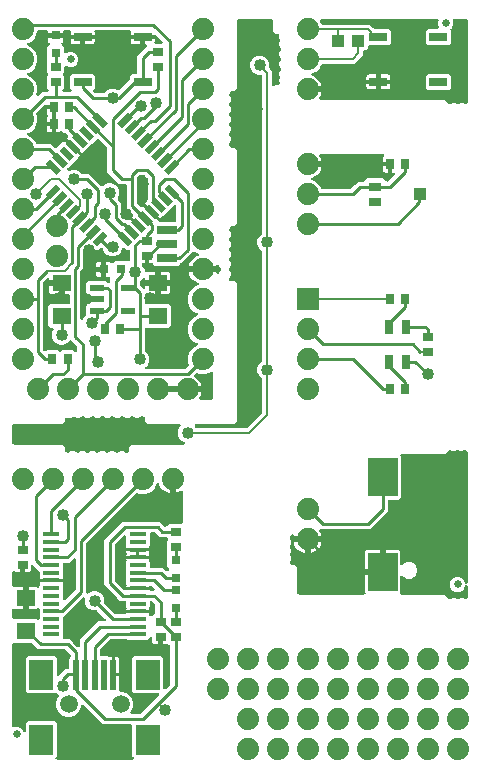
<source format=gbr>
G04 EAGLE Gerber RS-274X export*
G75*
%MOMM*%
%FSLAX34Y34*%
%LPD*%
%INTop Copper*%
%IPPOS*%
%AMOC8*
5,1,8,0,0,1.08239X$1,22.5*%
G01*
%ADD10R,0.900000X0.700000*%
%ADD11R,1.600000X1.400000*%
%ADD12R,0.700000X0.900000*%
%ADD13R,0.800000X0.800000*%
%ADD14R,1.524000X0.762000*%
%ADD15R,1.200000X0.550000*%
%ADD16C,1.879600*%
%ADD17R,1.700000X0.700000*%
%ADD18R,1.270000X0.558800*%
%ADD19R,0.558800X1.270000*%
%ADD20C,1.509600*%
%ADD21R,0.500000X2.500000*%
%ADD22R,2.000000X2.500000*%
%ADD23R,1.397000X0.348000*%
%ADD24R,0.700000X1.200000*%
%ADD25R,2.500000X3.200000*%
%ADD26R,1.100000X0.800000*%
%ADD27R,1.100000X1.000000*%
%ADD28R,1.879600X1.879600*%
%ADD29C,0.635000*%
%ADD30C,0.254000*%
%ADD31C,1.016000*%
%ADD32C,0.203200*%

G36*
X388064Y140340D02*
X388064Y140340D01*
X388159Y140372D01*
X388179Y140377D01*
X388190Y140383D01*
X388217Y140392D01*
X388852Y140655D01*
X388877Y140670D01*
X388905Y140679D01*
X389015Y140748D01*
X389128Y140813D01*
X389149Y140833D01*
X389174Y140849D01*
X389263Y140944D01*
X389356Y141034D01*
X389372Y141059D01*
X389392Y141080D01*
X389455Y141194D01*
X389523Y141305D01*
X389531Y141333D01*
X389546Y141359D01*
X389578Y141485D01*
X389616Y141609D01*
X389618Y141638D01*
X389625Y141667D01*
X389635Y141828D01*
X389635Y150603D01*
X389627Y150672D01*
X389628Y150742D01*
X389607Y150830D01*
X389595Y150919D01*
X389570Y150984D01*
X389553Y151051D01*
X389511Y151131D01*
X389478Y151214D01*
X389437Y151271D01*
X389405Y151332D01*
X389344Y151399D01*
X389292Y151472D01*
X389238Y151516D01*
X389191Y151568D01*
X389116Y151617D01*
X389047Y151674D01*
X388983Y151704D01*
X388925Y151743D01*
X388840Y151772D01*
X388759Y151810D01*
X388690Y151823D01*
X388624Y151846D01*
X388535Y151853D01*
X388447Y151870D01*
X388377Y151865D01*
X388307Y151871D01*
X388219Y151856D01*
X388129Y151850D01*
X388063Y151829D01*
X387994Y151817D01*
X387912Y151780D01*
X387827Y151752D01*
X387768Y151715D01*
X387704Y151686D01*
X387634Y151630D01*
X387558Y151582D01*
X387510Y151531D01*
X387456Y151487D01*
X387401Y151416D01*
X387340Y151350D01*
X387306Y151289D01*
X387264Y151233D01*
X387193Y151089D01*
X386276Y148875D01*
X384525Y147124D01*
X382238Y146176D01*
X379762Y146176D01*
X377475Y147124D01*
X375724Y148875D01*
X374776Y151162D01*
X374776Y153638D01*
X375724Y155925D01*
X377475Y157676D01*
X379762Y158624D01*
X382238Y158624D01*
X384525Y157676D01*
X386276Y155925D01*
X387193Y153711D01*
X387206Y153688D01*
X387214Y153665D01*
X387236Y153630D01*
X387254Y153586D01*
X387306Y153513D01*
X387351Y153435D01*
X387376Y153409D01*
X387384Y153396D01*
X387406Y153376D01*
X387440Y153328D01*
X387510Y153271D01*
X387572Y153207D01*
X387611Y153182D01*
X387616Y153178D01*
X387633Y153169D01*
X387685Y153126D01*
X387767Y153087D01*
X387843Y153040D01*
X387910Y153020D01*
X387973Y152990D01*
X388061Y152973D01*
X388147Y152947D01*
X388217Y152943D01*
X388286Y152930D01*
X388366Y152935D01*
X388375Y152936D01*
X388465Y152932D01*
X388533Y152946D01*
X388603Y152950D01*
X388680Y152975D01*
X388682Y152975D01*
X388687Y152977D01*
X388688Y152978D01*
X388776Y152996D01*
X388839Y153027D01*
X388905Y153048D01*
X388971Y153090D01*
X388977Y153092D01*
X388985Y153098D01*
X389062Y153136D01*
X389115Y153181D01*
X389174Y153218D01*
X389224Y153272D01*
X389235Y153279D01*
X389245Y153291D01*
X389304Y153342D01*
X389344Y153399D01*
X389392Y153450D01*
X389424Y153508D01*
X389437Y153524D01*
X389448Y153546D01*
X389487Y153602D01*
X389512Y153667D01*
X389546Y153728D01*
X389560Y153784D01*
X389573Y153812D01*
X389579Y153845D01*
X389600Y153899D01*
X389608Y153969D01*
X389625Y154036D01*
X389630Y154108D01*
X389633Y154124D01*
X389632Y154140D01*
X389635Y154197D01*
X389635Y264108D01*
X389632Y264137D01*
X389634Y264167D01*
X389612Y264295D01*
X389595Y264424D01*
X389585Y264451D01*
X389580Y264480D01*
X389526Y264599D01*
X389478Y264719D01*
X389461Y264743D01*
X389449Y264770D01*
X389368Y264872D01*
X389292Y264977D01*
X389269Y264995D01*
X389250Y265018D01*
X389147Y265097D01*
X389047Y265179D01*
X389020Y265192D01*
X388996Y265210D01*
X388852Y265281D01*
X387709Y265754D01*
X387613Y265780D01*
X387521Y265815D01*
X387460Y265822D01*
X387402Y265838D01*
X387303Y265840D01*
X387205Y265851D01*
X387145Y265842D01*
X387084Y265843D01*
X386988Y265820D01*
X386890Y265806D01*
X386795Y265774D01*
X386775Y265769D01*
X386764Y265763D01*
X386737Y265754D01*
X385033Y265048D01*
X383063Y265048D01*
X381232Y265807D01*
X381228Y265808D01*
X381226Y265809D01*
X381186Y265819D01*
X381136Y265833D01*
X381044Y265868D01*
X380983Y265875D01*
X380925Y265891D01*
X380867Y265891D01*
X380785Y265897D01*
X380728Y265903D01*
X380668Y265895D01*
X380607Y265896D01*
X380511Y265873D01*
X380413Y265859D01*
X380318Y265826D01*
X380298Y265821D01*
X380287Y265816D01*
X380260Y265807D01*
X378429Y265048D01*
X376459Y265048D01*
X374628Y265807D01*
X374624Y265808D01*
X374622Y265809D01*
X374582Y265819D01*
X374532Y265833D01*
X374440Y265868D01*
X374379Y265875D01*
X374321Y265891D01*
X374263Y265891D01*
X374181Y265897D01*
X374124Y265903D01*
X374064Y265895D01*
X374003Y265896D01*
X373907Y265873D01*
X373809Y265859D01*
X373714Y265826D01*
X373694Y265821D01*
X373683Y265816D01*
X373656Y265807D01*
X373034Y265549D01*
X373026Y265544D01*
X373017Y265542D01*
X372889Y265466D01*
X372758Y265391D01*
X372751Y265385D01*
X372743Y265380D01*
X372622Y265274D01*
X369984Y262635D01*
X333941Y262635D01*
X333803Y262618D01*
X333664Y262605D01*
X333645Y262598D01*
X333625Y262595D01*
X333496Y262544D01*
X333365Y262497D01*
X333348Y262486D01*
X333329Y262478D01*
X333217Y262397D01*
X333102Y262319D01*
X333088Y262303D01*
X333072Y262292D01*
X332983Y262184D01*
X332891Y262080D01*
X332882Y262062D01*
X332869Y262047D01*
X332810Y261921D01*
X332747Y261797D01*
X332742Y261777D01*
X332734Y261759D01*
X332708Y261623D01*
X332677Y261487D01*
X332678Y261466D01*
X332674Y261447D01*
X332682Y261308D01*
X332687Y261169D01*
X332692Y261149D01*
X332694Y261129D01*
X332736Y260997D01*
X332775Y260863D01*
X332785Y260846D01*
X332792Y260827D01*
X332866Y260709D01*
X332937Y260589D01*
X332955Y260568D01*
X332962Y260558D01*
X332977Y260544D01*
X333043Y260468D01*
X333049Y260463D01*
X333049Y225937D01*
X331263Y224151D01*
X323088Y224151D01*
X322970Y224136D01*
X322851Y224129D01*
X322813Y224116D01*
X322772Y224111D01*
X322662Y224068D01*
X322549Y224031D01*
X322514Y224009D01*
X322477Y223994D01*
X322381Y223925D01*
X322280Y223861D01*
X322252Y223831D01*
X322219Y223808D01*
X322143Y223716D01*
X322062Y223629D01*
X322042Y223594D01*
X322017Y223563D01*
X321966Y223455D01*
X321908Y223351D01*
X321898Y223311D01*
X321881Y223275D01*
X321859Y223158D01*
X321829Y223043D01*
X321825Y222983D01*
X321821Y222963D01*
X321823Y222942D01*
X321819Y222882D01*
X321819Y214111D01*
X306589Y198881D01*
X265159Y198881D01*
X265119Y198876D01*
X265079Y198879D01*
X264962Y198856D01*
X264843Y198841D01*
X264806Y198827D01*
X264767Y198819D01*
X264659Y198768D01*
X264548Y198724D01*
X264515Y198701D01*
X264479Y198684D01*
X264387Y198608D01*
X264290Y198538D01*
X264265Y198507D01*
X264234Y198481D01*
X264164Y198385D01*
X264087Y198293D01*
X264070Y198256D01*
X264047Y198224D01*
X264003Y198113D01*
X263952Y198005D01*
X263944Y197966D01*
X263930Y197929D01*
X263915Y197810D01*
X263892Y197693D01*
X263895Y197653D01*
X263890Y197613D01*
X263904Y197494D01*
X263912Y197375D01*
X263924Y197337D01*
X263929Y197298D01*
X263973Y197186D01*
X264010Y197073D01*
X264031Y197039D01*
X264046Y197002D01*
X264132Y196866D01*
X264211Y196757D01*
X265064Y195083D01*
X265645Y193296D01*
X265685Y193039D01*
X255270Y193039D01*
X255152Y193024D01*
X255033Y193017D01*
X254995Y193004D01*
X254955Y192999D01*
X254844Y192956D01*
X254731Y192919D01*
X254697Y192897D01*
X254659Y192882D01*
X254563Y192812D01*
X254462Y192749D01*
X254434Y192719D01*
X254402Y192695D01*
X254326Y192604D01*
X254244Y192517D01*
X254225Y192482D01*
X254199Y192451D01*
X254148Y192343D01*
X254091Y192239D01*
X254080Y192199D01*
X254063Y192163D01*
X254041Y192046D01*
X254011Y191931D01*
X254007Y191870D01*
X254003Y191850D01*
X254005Y191830D01*
X254001Y191770D01*
X254001Y190499D01*
X253999Y190499D01*
X253999Y191770D01*
X253984Y191888D01*
X253977Y192007D01*
X253964Y192045D01*
X253959Y192085D01*
X253915Y192196D01*
X253879Y192309D01*
X253857Y192344D01*
X253842Y192381D01*
X253772Y192477D01*
X253709Y192578D01*
X253679Y192606D01*
X253655Y192639D01*
X253564Y192714D01*
X253477Y192796D01*
X253442Y192816D01*
X253410Y192841D01*
X253303Y192892D01*
X253198Y192950D01*
X253159Y192960D01*
X253123Y192977D01*
X253006Y192999D01*
X252891Y193029D01*
X252830Y193033D01*
X252810Y193037D01*
X252790Y193035D01*
X252730Y193039D01*
X242315Y193039D01*
X242333Y193156D01*
X242333Y193166D01*
X242336Y193176D01*
X242338Y193325D01*
X242343Y193474D01*
X242341Y193484D01*
X242341Y193494D01*
X242306Y193639D01*
X242274Y193784D01*
X242269Y193793D01*
X242267Y193803D01*
X242198Y193934D01*
X242129Y194068D01*
X242123Y194075D01*
X242118Y194084D01*
X242018Y194194D01*
X241919Y194306D01*
X241911Y194312D01*
X241904Y194319D01*
X241779Y194401D01*
X241656Y194485D01*
X241647Y194488D01*
X241639Y194494D01*
X241497Y194542D01*
X241357Y194593D01*
X241347Y194594D01*
X241338Y194597D01*
X241190Y194609D01*
X241041Y194623D01*
X241031Y194622D01*
X241021Y194622D01*
X240874Y194597D01*
X240726Y194574D01*
X240717Y194570D01*
X240707Y194568D01*
X240571Y194507D01*
X240434Y194448D01*
X240427Y194442D01*
X240417Y194437D01*
X240301Y194344D01*
X240183Y194253D01*
X240177Y194245D01*
X240169Y194239D01*
X240079Y194120D01*
X239988Y194002D01*
X239984Y193993D01*
X239978Y193985D01*
X239907Y193840D01*
X239112Y191920D01*
X239102Y191908D01*
X239055Y191798D01*
X239001Y191692D01*
X238992Y191653D01*
X238976Y191616D01*
X238957Y191498D01*
X238931Y191382D01*
X238932Y191342D01*
X238926Y191302D01*
X238937Y191183D01*
X238941Y191064D01*
X238952Y191026D01*
X238956Y190986D01*
X238996Y190873D01*
X239029Y190759D01*
X239050Y190724D01*
X239063Y190686D01*
X239099Y190634D01*
X239882Y188744D01*
X239896Y188719D01*
X239906Y188691D01*
X239975Y188581D01*
X240039Y188468D01*
X240060Y188447D01*
X240076Y188422D01*
X240170Y188333D01*
X240261Y188240D01*
X240286Y188224D01*
X240307Y188204D01*
X240339Y188187D01*
X240337Y188185D01*
X240305Y188162D01*
X240229Y188070D01*
X240147Y187983D01*
X240128Y187948D01*
X240102Y187917D01*
X240051Y187809D01*
X239993Y187704D01*
X239983Y187665D01*
X239966Y187629D01*
X239944Y187512D01*
X239914Y187396D01*
X239910Y187337D01*
X239906Y187317D01*
X239908Y187296D01*
X239904Y187236D01*
X239904Y186721D01*
X239112Y184809D01*
X239103Y184797D01*
X239055Y184687D01*
X239001Y184581D01*
X238992Y184542D01*
X238976Y184505D01*
X238957Y184387D01*
X238931Y184271D01*
X238932Y184231D01*
X238926Y184191D01*
X238937Y184072D01*
X238941Y183953D01*
X238952Y183914D01*
X238956Y183874D01*
X238996Y183762D01*
X239029Y183647D01*
X239050Y183613D01*
X239063Y183575D01*
X239099Y183522D01*
X239904Y181579D01*
X239904Y179609D01*
X239198Y177905D01*
X239172Y177809D01*
X239137Y177717D01*
X239130Y177656D01*
X239114Y177598D01*
X239112Y177499D01*
X239101Y177401D01*
X239110Y177341D01*
X239109Y177280D01*
X239132Y177184D01*
X239146Y177086D01*
X239178Y176991D01*
X239183Y176971D01*
X239189Y176960D01*
X239198Y176933D01*
X239904Y175229D01*
X239904Y173259D01*
X239198Y171555D01*
X239172Y171459D01*
X239137Y171367D01*
X239130Y171306D01*
X239114Y171248D01*
X239112Y171149D01*
X239101Y171051D01*
X239110Y170991D01*
X239109Y170930D01*
X239132Y170834D01*
X239146Y170736D01*
X239178Y170641D01*
X239183Y170621D01*
X239189Y170610D01*
X239198Y170583D01*
X239461Y169948D01*
X239476Y169923D01*
X239485Y169895D01*
X239554Y169785D01*
X239619Y169672D01*
X239639Y169651D01*
X239655Y169626D01*
X239750Y169537D01*
X239840Y169444D01*
X239865Y169428D01*
X239886Y169408D01*
X240000Y169345D01*
X240111Y169277D01*
X240139Y169269D01*
X240165Y169254D01*
X240291Y169222D01*
X240415Y169184D01*
X240444Y169182D01*
X240473Y169175D01*
X240634Y169165D01*
X242984Y169165D01*
X245365Y166784D01*
X245365Y145034D01*
X245380Y144916D01*
X245387Y144797D01*
X245400Y144759D01*
X245405Y144718D01*
X245448Y144608D01*
X245485Y144495D01*
X245507Y144460D01*
X245522Y144423D01*
X245591Y144327D01*
X245655Y144226D01*
X245685Y144198D01*
X245708Y144165D01*
X245800Y144089D01*
X245887Y144008D01*
X245922Y143988D01*
X245953Y143963D01*
X246061Y143912D01*
X246165Y143854D01*
X246205Y143844D01*
X246241Y143827D01*
X246358Y143805D01*
X246473Y143775D01*
X246533Y143771D01*
X246553Y143767D01*
X246574Y143769D01*
X246634Y143765D01*
X301851Y143765D01*
X301982Y143781D01*
X302114Y143792D01*
X302140Y143801D01*
X302167Y143805D01*
X302290Y143853D01*
X302415Y143897D01*
X302437Y143912D01*
X302462Y143922D01*
X302569Y143999D01*
X302680Y144073D01*
X302698Y144093D01*
X302720Y144108D01*
X302804Y144210D01*
X302893Y144309D01*
X302905Y144333D01*
X302923Y144353D01*
X302979Y144473D01*
X303040Y144590D01*
X303047Y144617D01*
X303058Y144641D01*
X303083Y144771D01*
X303113Y144900D01*
X303113Y144927D01*
X303118Y144953D01*
X303110Y145085D01*
X303107Y145218D01*
X303100Y145244D01*
X303098Y145271D01*
X303057Y145397D01*
X303022Y145524D01*
X303005Y145559D01*
X303000Y145573D01*
X302989Y145592D01*
X302950Y145669D01*
X302632Y146219D01*
X302459Y146866D01*
X302459Y160661D01*
X316230Y160661D01*
X316348Y160676D01*
X316467Y160683D01*
X316505Y160696D01*
X316545Y160701D01*
X316656Y160744D01*
X316769Y160781D01*
X316804Y160803D01*
X316841Y160818D01*
X316937Y160888D01*
X317038Y160951D01*
X317066Y160981D01*
X317098Y161005D01*
X317174Y161096D01*
X317256Y161183D01*
X317275Y161218D01*
X317301Y161249D01*
X317352Y161357D01*
X317409Y161461D01*
X317420Y161501D01*
X317437Y161537D01*
X317459Y161654D01*
X317489Y161769D01*
X317493Y161830D01*
X317497Y161850D01*
X317495Y161870D01*
X317499Y161930D01*
X317499Y163201D01*
X318770Y163201D01*
X318888Y163216D01*
X319007Y163223D01*
X319045Y163236D01*
X319085Y163241D01*
X319196Y163285D01*
X319309Y163321D01*
X319344Y163343D01*
X319381Y163358D01*
X319477Y163428D01*
X319578Y163491D01*
X319606Y163521D01*
X319638Y163545D01*
X319714Y163636D01*
X319796Y163723D01*
X319815Y163758D01*
X319841Y163790D01*
X319892Y163897D01*
X319949Y164001D01*
X319960Y164041D01*
X319977Y164077D01*
X319999Y164194D01*
X320029Y164309D01*
X320033Y164370D01*
X320037Y164390D01*
X320035Y164410D01*
X320039Y164470D01*
X320039Y181741D01*
X330334Y181741D01*
X330981Y181568D01*
X331560Y181233D01*
X332033Y180760D01*
X332368Y180181D01*
X332541Y179534D01*
X332541Y169773D01*
X332558Y169635D01*
X332571Y169497D01*
X332578Y169478D01*
X332581Y169458D01*
X332632Y169329D01*
X332679Y169198D01*
X332690Y169181D01*
X332698Y169162D01*
X332779Y169050D01*
X332857Y168935D01*
X332873Y168921D01*
X332884Y168905D01*
X332992Y168816D01*
X333096Y168724D01*
X333114Y168715D01*
X333129Y168702D01*
X333255Y168643D01*
X333379Y168580D01*
X333399Y168575D01*
X333417Y168566D01*
X333554Y168540D01*
X333689Y168510D01*
X333710Y168510D01*
X333729Y168507D01*
X333868Y168515D01*
X334007Y168520D01*
X334027Y168525D01*
X334047Y168526D01*
X334179Y168569D01*
X334313Y168608D01*
X334330Y168618D01*
X334349Y168624D01*
X334467Y168699D01*
X334587Y168769D01*
X334608Y168788D01*
X334618Y168795D01*
X334632Y168810D01*
X334707Y168876D01*
X336007Y170176D01*
X338598Y171249D01*
X341402Y171249D01*
X343993Y170176D01*
X345976Y168193D01*
X347049Y165602D01*
X347049Y162798D01*
X345976Y160207D01*
X343993Y158224D01*
X341402Y157151D01*
X338598Y157151D01*
X336007Y158224D01*
X334707Y159524D01*
X334598Y159609D01*
X334491Y159698D01*
X334472Y159707D01*
X334456Y159719D01*
X334329Y159774D01*
X334203Y159834D01*
X334183Y159837D01*
X334164Y159845D01*
X334026Y159867D01*
X333890Y159893D01*
X333870Y159892D01*
X333850Y159895D01*
X333711Y159882D01*
X333573Y159874D01*
X333554Y159867D01*
X333534Y159865D01*
X333402Y159818D01*
X333271Y159776D01*
X333253Y159765D01*
X333234Y159758D01*
X333119Y159680D01*
X333002Y159605D01*
X332988Y159591D01*
X332971Y159579D01*
X332879Y159475D01*
X332784Y159374D01*
X332774Y159356D01*
X332761Y159341D01*
X332697Y159217D01*
X332630Y159095D01*
X332625Y159076D01*
X332616Y159058D01*
X332586Y158922D01*
X332551Y158787D01*
X332549Y158759D01*
X332546Y158747D01*
X332547Y158727D01*
X332541Y158627D01*
X332541Y146866D01*
X332368Y146219D01*
X332050Y145669D01*
X331998Y145546D01*
X331942Y145427D01*
X331937Y145400D01*
X331926Y145375D01*
X331907Y145244D01*
X331882Y145114D01*
X331884Y145088D01*
X331880Y145061D01*
X331894Y144929D01*
X331902Y144797D01*
X331910Y144771D01*
X331913Y144745D01*
X331959Y144620D01*
X332000Y144495D01*
X332014Y144472D01*
X332024Y144446D01*
X332099Y144338D01*
X332170Y144226D01*
X332190Y144207D01*
X332205Y144185D01*
X332305Y144099D01*
X332402Y144008D01*
X332425Y143995D01*
X332446Y143977D01*
X332564Y143918D01*
X332680Y143854D01*
X332706Y143848D01*
X332730Y143836D01*
X332860Y143808D01*
X332988Y143775D01*
X333026Y143773D01*
X333041Y143769D01*
X333063Y143770D01*
X333149Y143765D01*
X369984Y143765D01*
X372697Y141052D01*
X372704Y141046D01*
X372710Y141039D01*
X372828Y140950D01*
X372948Y140857D01*
X372956Y140853D01*
X372964Y140848D01*
X373108Y140777D01*
X374164Y140339D01*
X374260Y140313D01*
X374352Y140278D01*
X374413Y140271D01*
X374471Y140255D01*
X374570Y140254D01*
X374668Y140243D01*
X374728Y140251D01*
X374789Y140250D01*
X374885Y140273D01*
X374983Y140287D01*
X375078Y140320D01*
X375098Y140325D01*
X375109Y140330D01*
X375136Y140339D01*
X376967Y141098D01*
X378937Y141098D01*
X380768Y140339D01*
X380864Y140313D01*
X380956Y140278D01*
X381017Y140271D01*
X381075Y140255D01*
X381174Y140254D01*
X381272Y140243D01*
X381332Y140251D01*
X381393Y140250D01*
X381489Y140273D01*
X381587Y140287D01*
X381682Y140320D01*
X381702Y140325D01*
X381713Y140330D01*
X381740Y140339D01*
X383571Y141098D01*
X385541Y141098D01*
X387245Y140392D01*
X387341Y140366D01*
X387433Y140331D01*
X387494Y140324D01*
X387552Y140308D01*
X387651Y140306D01*
X387749Y140295D01*
X387809Y140304D01*
X387870Y140303D01*
X387966Y140326D01*
X388064Y140340D01*
G37*
G36*
X202359Y284747D02*
X202359Y284747D01*
X202458Y284750D01*
X202516Y284767D01*
X202576Y284775D01*
X202668Y284811D01*
X202763Y284839D01*
X202815Y284869D01*
X202872Y284892D01*
X202952Y284950D01*
X203037Y285000D01*
X203113Y285066D01*
X203129Y285078D01*
X203137Y285088D01*
X203158Y285106D01*
X215274Y297222D01*
X215334Y297300D01*
X215402Y297372D01*
X215431Y297425D01*
X215468Y297473D01*
X215508Y297564D01*
X215556Y297651D01*
X215571Y297709D01*
X215595Y297765D01*
X215610Y297863D01*
X215635Y297959D01*
X215641Y298059D01*
X215645Y298079D01*
X215643Y298091D01*
X215645Y298119D01*
X215645Y326180D01*
X215633Y326278D01*
X215630Y326377D01*
X215613Y326436D01*
X215605Y326496D01*
X215569Y326588D01*
X215541Y326683D01*
X215511Y326735D01*
X215488Y326791D01*
X215430Y326872D01*
X215380Y326957D01*
X215314Y327032D01*
X215302Y327049D01*
X215292Y327057D01*
X215274Y327078D01*
X212819Y329532D01*
X211581Y332520D01*
X211581Y335754D01*
X212819Y338742D01*
X215274Y341196D01*
X215334Y341275D01*
X215402Y341347D01*
X215431Y341400D01*
X215468Y341448D01*
X215508Y341539D01*
X215556Y341625D01*
X215571Y341684D01*
X215595Y341739D01*
X215610Y341837D01*
X215635Y341933D01*
X215641Y342033D01*
X215645Y342053D01*
X215643Y342066D01*
X215645Y342094D01*
X215645Y434003D01*
X215633Y434101D01*
X215630Y434200D01*
X215613Y434259D01*
X215605Y434319D01*
X215569Y434411D01*
X215541Y434506D01*
X215511Y434558D01*
X215488Y434614D01*
X215430Y434695D01*
X215380Y434780D01*
X215314Y434855D01*
X215302Y434872D01*
X215292Y434880D01*
X215274Y434901D01*
X212819Y437355D01*
X211581Y440343D01*
X211581Y443577D01*
X212819Y446565D01*
X215274Y449019D01*
X215334Y449098D01*
X215402Y449170D01*
X215431Y449223D01*
X215468Y449271D01*
X215508Y449362D01*
X215556Y449448D01*
X215571Y449507D01*
X215595Y449562D01*
X215610Y449660D01*
X215635Y449756D01*
X215641Y449856D01*
X215645Y449876D01*
X215643Y449889D01*
X215645Y449917D01*
X215645Y582422D01*
X215630Y582540D01*
X215623Y582659D01*
X215610Y582697D01*
X215605Y582738D01*
X215562Y582848D01*
X215525Y582961D01*
X215503Y582996D01*
X215488Y583033D01*
X215419Y583129D01*
X215355Y583230D01*
X215325Y583258D01*
X215302Y583291D01*
X215210Y583367D01*
X215123Y583448D01*
X215088Y583468D01*
X215057Y583493D01*
X214949Y583544D01*
X214845Y583602D01*
X214805Y583612D01*
X214769Y583629D01*
X214652Y583651D01*
X214537Y583681D01*
X214477Y583685D01*
X214457Y583689D01*
X214436Y583687D01*
X214376Y583691D01*
X211997Y583691D01*
X209009Y584929D01*
X206723Y587215D01*
X205485Y590203D01*
X205485Y593437D01*
X206723Y596425D01*
X209009Y598711D01*
X211997Y599949D01*
X215231Y599949D01*
X218219Y598711D01*
X220505Y596425D01*
X221743Y593437D01*
X221743Y589965D01*
X221755Y589867D01*
X221758Y589768D01*
X221775Y589710D01*
X221783Y589650D01*
X221819Y589558D01*
X221847Y589463D01*
X221877Y589411D01*
X221900Y589354D01*
X221958Y589274D01*
X222008Y589189D01*
X222074Y589113D01*
X222086Y589097D01*
X222096Y589089D01*
X222114Y589068D01*
X223775Y587408D01*
X223775Y575487D01*
X223792Y575349D01*
X223805Y575211D01*
X223812Y575192D01*
X223815Y575172D01*
X223866Y575043D01*
X223913Y574912D01*
X223924Y574895D01*
X223932Y574876D01*
X224013Y574764D01*
X224091Y574649D01*
X224107Y574635D01*
X224118Y574619D01*
X224226Y574530D01*
X224330Y574438D01*
X224348Y574429D01*
X224363Y574416D01*
X224489Y574357D01*
X224613Y574294D01*
X224633Y574289D01*
X224651Y574280D01*
X224788Y574254D01*
X224923Y574224D01*
X224944Y574224D01*
X224963Y574221D01*
X225102Y574229D01*
X225241Y574234D01*
X225261Y574239D01*
X225281Y574240D01*
X225413Y574283D01*
X225547Y574322D01*
X225564Y574332D01*
X225583Y574338D01*
X225701Y574413D01*
X225821Y574483D01*
X225842Y574502D01*
X225852Y574509D01*
X225866Y574524D01*
X225941Y574590D01*
X226916Y575565D01*
X229205Y575565D01*
X229254Y575571D01*
X229304Y575569D01*
X229411Y575591D01*
X229520Y575605D01*
X229567Y575623D01*
X229615Y575633D01*
X229714Y575681D01*
X229816Y575722D01*
X229856Y575751D01*
X229901Y575773D01*
X229984Y575844D01*
X230073Y575908D01*
X230105Y575947D01*
X230143Y575979D01*
X230206Y576069D01*
X230276Y576153D01*
X230297Y576198D01*
X230326Y576239D01*
X230365Y576342D01*
X230412Y576441D01*
X230421Y576490D01*
X230439Y576536D01*
X230451Y576646D01*
X230471Y576753D01*
X230468Y576803D01*
X230474Y576853D01*
X230459Y576962D01*
X230452Y577071D01*
X230436Y577118D01*
X230429Y577167D01*
X230377Y577320D01*
X230250Y577627D01*
X230250Y579597D01*
X230724Y580741D01*
X230750Y580836D01*
X230785Y580929D01*
X230792Y580989D01*
X230808Y581047D01*
X230809Y581146D01*
X230820Y581245D01*
X230812Y581305D01*
X230813Y581365D01*
X230790Y581462D01*
X230776Y581560D01*
X230743Y581655D01*
X230739Y581675D01*
X230733Y581686D01*
X230724Y581712D01*
X229996Y583469D01*
X229996Y585439D01*
X230750Y587260D01*
X231238Y587747D01*
X231311Y587842D01*
X231390Y587931D01*
X231408Y587967D01*
X231433Y587999D01*
X231480Y588108D01*
X231534Y588214D01*
X231543Y588253D01*
X231559Y588291D01*
X231578Y588408D01*
X231604Y588524D01*
X231603Y588565D01*
X231609Y588605D01*
X231598Y588723D01*
X231594Y588842D01*
X231583Y588881D01*
X231579Y588921D01*
X231539Y589033D01*
X231506Y589148D01*
X231485Y589183D01*
X231472Y589221D01*
X231405Y589319D01*
X231344Y589422D01*
X231304Y589467D01*
X231293Y589484D01*
X231278Y589497D01*
X231238Y589542D01*
X230750Y590030D01*
X229996Y591851D01*
X229996Y593821D01*
X230750Y595642D01*
X231365Y596256D01*
X231438Y596350D01*
X231517Y596440D01*
X231535Y596476D01*
X231560Y596508D01*
X231607Y596617D01*
X231661Y596723D01*
X231670Y596762D01*
X231686Y596800D01*
X231705Y596917D01*
X231731Y597033D01*
X231730Y597074D01*
X231736Y597114D01*
X231725Y597232D01*
X231721Y597351D01*
X231710Y597390D01*
X231706Y597430D01*
X231666Y597542D01*
X231633Y597657D01*
X231612Y597692D01*
X231599Y597730D01*
X231532Y597828D01*
X231471Y597931D01*
X231431Y597976D01*
X231420Y597993D01*
X231405Y598006D01*
X231365Y598051D01*
X230750Y598666D01*
X229996Y600487D01*
X229996Y602457D01*
X230750Y604278D01*
X231238Y604765D01*
X231311Y604860D01*
X231390Y604949D01*
X231408Y604985D01*
X231433Y605017D01*
X231480Y605126D01*
X231534Y605232D01*
X231543Y605271D01*
X231559Y605309D01*
X231578Y605426D01*
X231604Y605542D01*
X231603Y605583D01*
X231609Y605623D01*
X231598Y605741D01*
X231594Y605860D01*
X231583Y605899D01*
X231579Y605939D01*
X231539Y606051D01*
X231506Y606166D01*
X231485Y606201D01*
X231472Y606239D01*
X231405Y606337D01*
X231344Y606440D01*
X231304Y606485D01*
X231293Y606502D01*
X231278Y606515D01*
X231238Y606560D01*
X230750Y607048D01*
X229996Y608869D01*
X229996Y610839D01*
X230755Y612670D01*
X230781Y612766D01*
X230816Y612858D01*
X230823Y612919D01*
X230839Y612977D01*
X230840Y613076D01*
X230851Y613174D01*
X230843Y613234D01*
X230844Y613295D01*
X230821Y613391D01*
X230807Y613489D01*
X230774Y613584D01*
X230769Y613604D01*
X230764Y613615D01*
X230755Y613642D01*
X229996Y615473D01*
X229996Y616966D01*
X229981Y617084D01*
X229974Y617203D01*
X229961Y617241D01*
X229956Y617282D01*
X229913Y617392D01*
X229876Y617505D01*
X229854Y617540D01*
X229839Y617577D01*
X229770Y617673D01*
X229706Y617774D01*
X229676Y617802D01*
X229653Y617835D01*
X229561Y617911D01*
X229474Y617992D01*
X229439Y618012D01*
X229408Y618037D01*
X229300Y618088D01*
X229196Y618146D01*
X229156Y618156D01*
X229120Y618173D01*
X229003Y618195D01*
X228888Y618225D01*
X228828Y618229D01*
X228808Y618233D01*
X228787Y618231D01*
X228727Y618235D01*
X226916Y618235D01*
X224535Y620616D01*
X224535Y629666D01*
X224520Y629784D01*
X224513Y629903D01*
X224500Y629941D01*
X224495Y629982D01*
X224452Y630092D01*
X224415Y630205D01*
X224393Y630240D01*
X224378Y630277D01*
X224309Y630373D01*
X224245Y630474D01*
X224215Y630502D01*
X224192Y630535D01*
X224100Y630611D01*
X224013Y630692D01*
X223978Y630712D01*
X223947Y630737D01*
X223839Y630788D01*
X223735Y630846D01*
X223695Y630856D01*
X223659Y630873D01*
X223542Y630895D01*
X223427Y630925D01*
X223367Y630929D01*
X223347Y630933D01*
X223326Y630931D01*
X223266Y630935D01*
X195834Y630935D01*
X195716Y630920D01*
X195597Y630913D01*
X195559Y630900D01*
X195518Y630895D01*
X195408Y630852D01*
X195295Y630815D01*
X195260Y630793D01*
X195223Y630778D01*
X195127Y630709D01*
X195026Y630645D01*
X194998Y630615D01*
X194965Y630592D01*
X194889Y630500D01*
X194808Y630413D01*
X194788Y630378D01*
X194763Y630347D01*
X194712Y630239D01*
X194654Y630135D01*
X194644Y630095D01*
X194627Y630059D01*
X194605Y629942D01*
X194575Y629827D01*
X194571Y629767D01*
X194567Y629747D01*
X194569Y629726D01*
X194565Y629666D01*
X194565Y572356D01*
X192184Y569975D01*
X189834Y569975D01*
X189804Y569972D01*
X189775Y569974D01*
X189647Y569952D01*
X189518Y569935D01*
X189491Y569925D01*
X189462Y569920D01*
X189343Y569866D01*
X189222Y569818D01*
X189199Y569801D01*
X189172Y569789D01*
X189070Y569708D01*
X188965Y569632D01*
X188946Y569609D01*
X188923Y569590D01*
X188845Y569487D01*
X188762Y569387D01*
X188750Y569360D01*
X188732Y569336D01*
X188661Y569192D01*
X188350Y568440D01*
X187862Y567952D01*
X187789Y567858D01*
X187710Y567769D01*
X187692Y567733D01*
X187667Y567701D01*
X187620Y567592D01*
X187566Y567486D01*
X187557Y567447D01*
X187541Y567409D01*
X187522Y567292D01*
X187496Y567176D01*
X187497Y567135D01*
X187491Y567095D01*
X187502Y566977D01*
X187506Y566858D01*
X187517Y566819D01*
X187521Y566779D01*
X187561Y566667D01*
X187594Y566552D01*
X187615Y566517D01*
X187628Y566479D01*
X187695Y566381D01*
X187756Y566278D01*
X187796Y566233D01*
X187807Y566216D01*
X187822Y566203D01*
X187862Y566157D01*
X188350Y565670D01*
X189104Y563849D01*
X189104Y561879D01*
X188350Y560058D01*
X187862Y559570D01*
X187789Y559476D01*
X187710Y559387D01*
X187692Y559351D01*
X187667Y559319D01*
X187620Y559210D01*
X187566Y559104D01*
X187557Y559065D01*
X187541Y559027D01*
X187522Y558910D01*
X187496Y558794D01*
X187497Y558753D01*
X187491Y558713D01*
X187502Y558595D01*
X187506Y558476D01*
X187517Y558437D01*
X187521Y558397D01*
X187561Y558285D01*
X187594Y558170D01*
X187615Y558135D01*
X187628Y558097D01*
X187695Y557999D01*
X187756Y557896D01*
X187796Y557851D01*
X187807Y557834D01*
X187822Y557821D01*
X187862Y557775D01*
X188350Y557288D01*
X189104Y555467D01*
X189104Y553497D01*
X188350Y551676D01*
X187862Y551188D01*
X187789Y551094D01*
X187710Y551005D01*
X187692Y550969D01*
X187667Y550937D01*
X187620Y550828D01*
X187566Y550722D01*
X187557Y550683D01*
X187541Y550645D01*
X187522Y550528D01*
X187496Y550412D01*
X187497Y550371D01*
X187491Y550331D01*
X187502Y550213D01*
X187506Y550094D01*
X187517Y550055D01*
X187521Y550015D01*
X187561Y549903D01*
X187594Y549788D01*
X187615Y549753D01*
X187628Y549715D01*
X187695Y549617D01*
X187756Y549514D01*
X187796Y549469D01*
X187807Y549452D01*
X187822Y549439D01*
X187862Y549393D01*
X188350Y548906D01*
X189104Y547085D01*
X189104Y545115D01*
X188350Y543294D01*
X187862Y542806D01*
X187789Y542712D01*
X187710Y542623D01*
X187692Y542587D01*
X187667Y542555D01*
X187620Y542446D01*
X187566Y542340D01*
X187557Y542301D01*
X187541Y542263D01*
X187522Y542146D01*
X187496Y542030D01*
X187497Y541989D01*
X187491Y541949D01*
X187502Y541831D01*
X187506Y541712D01*
X187517Y541673D01*
X187521Y541633D01*
X187561Y541521D01*
X187594Y541406D01*
X187615Y541371D01*
X187628Y541333D01*
X187695Y541235D01*
X187756Y541132D01*
X187796Y541087D01*
X187807Y541070D01*
X187822Y541057D01*
X187862Y541011D01*
X188350Y540524D01*
X189104Y538703D01*
X189104Y536733D01*
X188350Y534912D01*
X187862Y534424D01*
X187789Y534330D01*
X187710Y534241D01*
X187692Y534205D01*
X187667Y534173D01*
X187620Y534064D01*
X187566Y533958D01*
X187557Y533919D01*
X187541Y533881D01*
X187522Y533764D01*
X187496Y533648D01*
X187497Y533607D01*
X187491Y533567D01*
X187502Y533449D01*
X187506Y533330D01*
X187517Y533291D01*
X187521Y533251D01*
X187561Y533139D01*
X187594Y533024D01*
X187615Y532989D01*
X187628Y532951D01*
X187695Y532853D01*
X187756Y532750D01*
X187796Y532705D01*
X187807Y532688D01*
X187822Y532675D01*
X187862Y532629D01*
X188350Y532142D01*
X189104Y530321D01*
X189104Y528351D01*
X188350Y526530D01*
X187862Y526043D01*
X187789Y525948D01*
X187710Y525859D01*
X187692Y525823D01*
X187667Y525791D01*
X187620Y525682D01*
X187566Y525576D01*
X187557Y525537D01*
X187541Y525499D01*
X187522Y525382D01*
X187496Y525266D01*
X187497Y525225D01*
X187491Y525185D01*
X187502Y525067D01*
X187506Y524948D01*
X187517Y524909D01*
X187521Y524869D01*
X187561Y524757D01*
X187594Y524642D01*
X187615Y524607D01*
X187628Y524569D01*
X187695Y524471D01*
X187756Y524368D01*
X187796Y524323D01*
X187807Y524306D01*
X187822Y524293D01*
X187862Y524248D01*
X188350Y523760D01*
X188661Y523008D01*
X188676Y522983D01*
X188685Y522955D01*
X188754Y522845D01*
X188819Y522732D01*
X188839Y522711D01*
X188855Y522686D01*
X188950Y522597D01*
X189040Y522504D01*
X189065Y522488D01*
X189086Y522468D01*
X189200Y522405D01*
X189311Y522337D01*
X189339Y522329D01*
X189365Y522314D01*
X189491Y522282D01*
X189615Y522244D01*
X189644Y522242D01*
X189673Y522235D01*
X189834Y522225D01*
X192184Y522225D01*
X194565Y519844D01*
X194565Y458056D01*
X192184Y455675D01*
X189834Y455675D01*
X189804Y455672D01*
X189775Y455674D01*
X189647Y455652D01*
X189518Y455635D01*
X189491Y455625D01*
X189462Y455620D01*
X189343Y455566D01*
X189222Y455518D01*
X189199Y455501D01*
X189172Y455489D01*
X189070Y455408D01*
X188965Y455332D01*
X188946Y455309D01*
X188923Y455290D01*
X188845Y455187D01*
X188762Y455087D01*
X188750Y455060D01*
X188732Y455036D01*
X188661Y454892D01*
X188350Y454140D01*
X187862Y453652D01*
X187789Y453558D01*
X187710Y453469D01*
X187692Y453433D01*
X187667Y453401D01*
X187620Y453292D01*
X187566Y453186D01*
X187557Y453147D01*
X187541Y453109D01*
X187522Y452992D01*
X187496Y452876D01*
X187497Y452835D01*
X187491Y452795D01*
X187502Y452677D01*
X187506Y452558D01*
X187517Y452519D01*
X187521Y452479D01*
X187561Y452367D01*
X187594Y452252D01*
X187615Y452217D01*
X187628Y452179D01*
X187695Y452081D01*
X187756Y451978D01*
X187796Y451933D01*
X187807Y451916D01*
X187822Y451903D01*
X187862Y451857D01*
X188350Y451370D01*
X189104Y449549D01*
X189104Y447579D01*
X188350Y445758D01*
X187862Y445270D01*
X187789Y445176D01*
X187710Y445087D01*
X187692Y445051D01*
X187667Y445019D01*
X187620Y444910D01*
X187566Y444804D01*
X187557Y444765D01*
X187541Y444727D01*
X187522Y444610D01*
X187496Y444494D01*
X187497Y444453D01*
X187491Y444413D01*
X187502Y444295D01*
X187506Y444176D01*
X187517Y444137D01*
X187521Y444097D01*
X187561Y443985D01*
X187594Y443870D01*
X187615Y443835D01*
X187628Y443797D01*
X187695Y443699D01*
X187756Y443596D01*
X187796Y443551D01*
X187807Y443534D01*
X187822Y443521D01*
X187862Y443475D01*
X188350Y442988D01*
X189104Y441167D01*
X189104Y439197D01*
X188350Y437376D01*
X187862Y436888D01*
X187789Y436794D01*
X187710Y436705D01*
X187692Y436669D01*
X187667Y436637D01*
X187620Y436528D01*
X187566Y436422D01*
X187557Y436383D01*
X187541Y436345D01*
X187522Y436228D01*
X187496Y436112D01*
X187497Y436071D01*
X187491Y436031D01*
X187502Y435913D01*
X187506Y435794D01*
X187517Y435755D01*
X187521Y435715D01*
X187561Y435603D01*
X187594Y435488D01*
X187615Y435453D01*
X187628Y435415D01*
X187695Y435317D01*
X187756Y435214D01*
X187796Y435169D01*
X187807Y435152D01*
X187822Y435139D01*
X187862Y435093D01*
X188350Y434606D01*
X189104Y432785D01*
X189104Y430815D01*
X188350Y428994D01*
X187862Y428506D01*
X187789Y428412D01*
X187710Y428323D01*
X187692Y428287D01*
X187667Y428255D01*
X187620Y428146D01*
X187566Y428040D01*
X187557Y428001D01*
X187541Y427963D01*
X187522Y427846D01*
X187496Y427730D01*
X187497Y427689D01*
X187491Y427649D01*
X187502Y427531D01*
X187506Y427412D01*
X187517Y427373D01*
X187521Y427333D01*
X187561Y427221D01*
X187594Y427106D01*
X187615Y427071D01*
X187628Y427033D01*
X187695Y426935D01*
X187756Y426832D01*
X187796Y426787D01*
X187807Y426770D01*
X187822Y426757D01*
X187862Y426711D01*
X188350Y426224D01*
X189104Y424403D01*
X189104Y422433D01*
X188350Y420612D01*
X187862Y420124D01*
X187789Y420030D01*
X187710Y419941D01*
X187692Y419905D01*
X187667Y419873D01*
X187620Y419764D01*
X187566Y419658D01*
X187557Y419619D01*
X187541Y419581D01*
X187522Y419464D01*
X187496Y419348D01*
X187497Y419307D01*
X187491Y419267D01*
X187502Y419149D01*
X187506Y419030D01*
X187517Y418991D01*
X187521Y418951D01*
X187561Y418838D01*
X187594Y418724D01*
X187615Y418689D01*
X187628Y418651D01*
X187695Y418553D01*
X187756Y418450D01*
X187796Y418405D01*
X187807Y418388D01*
X187822Y418375D01*
X187862Y418329D01*
X188350Y417842D01*
X189104Y416021D01*
X189104Y414051D01*
X188350Y412230D01*
X187862Y411743D01*
X187789Y411648D01*
X187710Y411559D01*
X187692Y411523D01*
X187667Y411491D01*
X187620Y411382D01*
X187566Y411276D01*
X187557Y411237D01*
X187541Y411199D01*
X187522Y411082D01*
X187496Y410966D01*
X187497Y410925D01*
X187491Y410885D01*
X187502Y410767D01*
X187506Y410648D01*
X187517Y410609D01*
X187521Y410569D01*
X187561Y410457D01*
X187594Y410342D01*
X187615Y410307D01*
X187628Y410269D01*
X187695Y410171D01*
X187756Y410068D01*
X187796Y410023D01*
X187807Y410006D01*
X187822Y409993D01*
X187862Y409948D01*
X188243Y409566D01*
X188321Y409506D01*
X188394Y409438D01*
X188447Y409409D01*
X188494Y409372D01*
X188585Y409332D01*
X188672Y409284D01*
X188731Y409269D01*
X188786Y409245D01*
X188884Y409230D01*
X188980Y409205D01*
X189080Y409199D01*
X189100Y409195D01*
X189113Y409197D01*
X189141Y409195D01*
X192184Y409195D01*
X194565Y406814D01*
X194565Y290416D01*
X192184Y288035D01*
X159595Y288035D01*
X159457Y288018D01*
X159318Y288005D01*
X159299Y287998D01*
X159279Y287995D01*
X159150Y287944D01*
X159019Y287897D01*
X159002Y287886D01*
X158984Y287878D01*
X158871Y287797D01*
X158756Y287719D01*
X158743Y287703D01*
X158726Y287692D01*
X158637Y287584D01*
X158545Y287480D01*
X158536Y287462D01*
X158523Y287447D01*
X158464Y287321D01*
X158401Y287197D01*
X158396Y287177D01*
X158388Y287159D01*
X158362Y287023D01*
X158331Y286887D01*
X158332Y286866D01*
X158328Y286847D01*
X158337Y286708D01*
X158341Y286569D01*
X158347Y286549D01*
X158348Y286529D01*
X158391Y286397D01*
X158429Y286263D01*
X158440Y286246D01*
X158446Y286227D01*
X158520Y286109D01*
X158591Y285989D01*
X158609Y285968D01*
X158616Y285958D01*
X158631Y285944D01*
X158697Y285869D01*
X159459Y285106D01*
X159538Y285046D01*
X159610Y284978D01*
X159663Y284949D01*
X159711Y284912D01*
X159802Y284872D01*
X159888Y284824D01*
X159947Y284809D01*
X160002Y284785D01*
X160100Y284770D01*
X160196Y284745D01*
X160296Y284739D01*
X160316Y284735D01*
X160329Y284737D01*
X160357Y284735D01*
X202261Y284735D01*
X202359Y284747D01*
G37*
G36*
X381332Y559351D02*
X381332Y559351D01*
X381393Y559350D01*
X381489Y559373D01*
X381587Y559387D01*
X381682Y559420D01*
X381702Y559425D01*
X381713Y559430D01*
X381740Y559439D01*
X383571Y560198D01*
X385541Y560198D01*
X387245Y559492D01*
X387341Y559466D01*
X387433Y559431D01*
X387494Y559424D01*
X387552Y559408D01*
X387651Y559406D01*
X387749Y559395D01*
X387809Y559404D01*
X387870Y559403D01*
X387966Y559426D01*
X388064Y559440D01*
X388159Y559472D01*
X388179Y559477D01*
X388190Y559483D01*
X388217Y559492D01*
X388852Y559755D01*
X388877Y559770D01*
X388905Y559779D01*
X389015Y559848D01*
X389128Y559913D01*
X389149Y559933D01*
X389174Y559949D01*
X389263Y560044D01*
X389356Y560134D01*
X389372Y560159D01*
X389392Y560180D01*
X389455Y560294D01*
X389523Y560405D01*
X389531Y560433D01*
X389546Y560459D01*
X389578Y560585D01*
X389616Y560709D01*
X389618Y560738D01*
X389625Y560767D01*
X389635Y560928D01*
X389635Y629666D01*
X389620Y629784D01*
X389613Y629903D01*
X389600Y629941D01*
X389595Y629982D01*
X389552Y630092D01*
X389515Y630205D01*
X389493Y630240D01*
X389478Y630277D01*
X389409Y630373D01*
X389345Y630474D01*
X389315Y630502D01*
X389292Y630535D01*
X389200Y630611D01*
X389113Y630692D01*
X389078Y630712D01*
X389047Y630737D01*
X388939Y630788D01*
X388835Y630846D01*
X388795Y630856D01*
X388759Y630873D01*
X388642Y630895D01*
X388527Y630925D01*
X388467Y630929D01*
X388447Y630933D01*
X388426Y630931D01*
X388366Y630935D01*
X378003Y630935D01*
X377954Y630929D01*
X377904Y630931D01*
X377797Y630909D01*
X377688Y630895D01*
X377642Y630877D01*
X377593Y630867D01*
X377494Y630819D01*
X377392Y630778D01*
X377352Y630749D01*
X377307Y630727D01*
X377224Y630656D01*
X377135Y630592D01*
X377103Y630553D01*
X377065Y630521D01*
X377002Y630431D01*
X376932Y630347D01*
X376911Y630302D01*
X376882Y630261D01*
X376843Y630158D01*
X376797Y630059D01*
X376787Y630010D01*
X376770Y629964D01*
X376757Y629854D01*
X376737Y629747D01*
X376740Y629697D01*
X376734Y629648D01*
X376750Y629539D01*
X376756Y629429D01*
X376772Y629382D01*
X376779Y629333D01*
X376831Y629180D01*
X377064Y628618D01*
X377064Y626142D01*
X376116Y623855D01*
X375246Y622984D01*
X375173Y622891D01*
X375094Y622801D01*
X375076Y622765D01*
X375051Y622733D01*
X375004Y622624D01*
X374950Y622518D01*
X374941Y622478D01*
X374925Y622441D01*
X374906Y622324D01*
X374880Y622208D01*
X374881Y622167D01*
X374875Y622127D01*
X374886Y622009D01*
X374890Y621890D01*
X374901Y621851D01*
X374905Y621811D01*
X374945Y621698D01*
X374978Y621584D01*
X374999Y621549D01*
X375012Y621511D01*
X375079Y621413D01*
X375140Y621310D01*
X375180Y621265D01*
X375191Y621248D01*
X375206Y621235D01*
X375246Y621189D01*
X375413Y621023D01*
X375413Y610877D01*
X373627Y609091D01*
X355861Y609091D01*
X354075Y610877D01*
X354075Y621023D01*
X355861Y622809D01*
X364097Y622809D01*
X364147Y622815D01*
X364196Y622813D01*
X364304Y622835D01*
X364413Y622849D01*
X364459Y622867D01*
X364508Y622877D01*
X364606Y622925D01*
X364709Y622966D01*
X364749Y622995D01*
X364793Y623017D01*
X364877Y623088D01*
X364966Y623152D01*
X364998Y623191D01*
X365035Y623223D01*
X365099Y623313D01*
X365169Y623397D01*
X365190Y623442D01*
X365219Y623483D01*
X365258Y623586D01*
X365304Y623685D01*
X365314Y623734D01*
X365331Y623780D01*
X365343Y623890D01*
X365364Y623997D01*
X365361Y624047D01*
X365367Y624096D01*
X365351Y624205D01*
X365344Y624315D01*
X365329Y624362D01*
X365322Y624411D01*
X365270Y624564D01*
X364616Y626142D01*
X364616Y628618D01*
X364849Y629180D01*
X364862Y629228D01*
X364883Y629273D01*
X364904Y629381D01*
X364933Y629487D01*
X364934Y629537D01*
X364943Y629586D01*
X364936Y629695D01*
X364938Y629805D01*
X364927Y629853D01*
X364924Y629903D01*
X364890Y630007D01*
X364864Y630114D01*
X364841Y630158D01*
X364825Y630205D01*
X364767Y630298D01*
X364715Y630395D01*
X364682Y630432D01*
X364655Y630474D01*
X364575Y630549D01*
X364501Y630631D01*
X364460Y630658D01*
X364424Y630692D01*
X364327Y630745D01*
X364236Y630805D01*
X364189Y630822D01*
X364145Y630846D01*
X364039Y630873D01*
X363935Y630909D01*
X363885Y630913D01*
X363837Y630925D01*
X363677Y630935D01*
X265795Y630935D01*
X265746Y630929D01*
X265696Y630931D01*
X265589Y630909D01*
X265479Y630895D01*
X265433Y630877D01*
X265385Y630867D01*
X265286Y630819D01*
X265184Y630778D01*
X265143Y630749D01*
X265099Y630727D01*
X265015Y630656D01*
X264926Y630592D01*
X264895Y630553D01*
X264857Y630521D01*
X264794Y630431D01*
X264724Y630347D01*
X264702Y630302D01*
X264674Y630261D01*
X264635Y630158D01*
X264588Y630059D01*
X264579Y630010D01*
X264561Y629964D01*
X264549Y629854D01*
X264528Y629747D01*
X264531Y629697D01*
X264526Y629648D01*
X264541Y629539D01*
X264548Y629429D01*
X264563Y629382D01*
X264570Y629333D01*
X264622Y629180D01*
X265464Y627148D01*
X265479Y627123D01*
X265488Y627095D01*
X265557Y626985D01*
X265622Y626872D01*
X265642Y626851D01*
X265658Y626826D01*
X265753Y626737D01*
X265843Y626644D01*
X265868Y626628D01*
X265890Y626608D01*
X266003Y626545D01*
X266114Y626477D01*
X266142Y626469D01*
X266168Y626454D01*
X266294Y626422D01*
X266418Y626384D01*
X266447Y626382D01*
X266476Y626375D01*
X266637Y626365D01*
X306484Y626365D01*
X309236Y623612D01*
X309668Y623181D01*
X309746Y623120D01*
X309818Y623052D01*
X309871Y623023D01*
X309919Y622986D01*
X310010Y622946D01*
X310097Y622898D01*
X310155Y622883D01*
X310211Y622859D01*
X310309Y622844D01*
X310405Y622819D01*
X310505Y622813D01*
X310525Y622809D01*
X310537Y622811D01*
X310565Y622809D01*
X322827Y622809D01*
X324613Y621023D01*
X324613Y610877D01*
X322827Y609091D01*
X306862Y609091D01*
X306744Y609076D01*
X306625Y609069D01*
X306587Y609056D01*
X306546Y609051D01*
X306436Y609008D01*
X306323Y608971D01*
X306288Y608949D01*
X306251Y608934D01*
X306155Y608865D01*
X306054Y608801D01*
X306026Y608771D01*
X305993Y608748D01*
X305917Y608656D01*
X305836Y608569D01*
X305816Y608534D01*
X305791Y608503D01*
X305740Y608395D01*
X305682Y608291D01*
X305672Y608251D01*
X305655Y608215D01*
X305633Y608098D01*
X305603Y607983D01*
X305599Y607923D01*
X305595Y607903D01*
X305597Y607882D01*
X305593Y607822D01*
X305593Y606385D01*
X303807Y604599D01*
X302378Y604599D01*
X302260Y604584D01*
X302141Y604577D01*
X302103Y604564D01*
X302062Y604559D01*
X301952Y604516D01*
X301839Y604479D01*
X301804Y604457D01*
X301767Y604442D01*
X301671Y604373D01*
X301570Y604309D01*
X301542Y604279D01*
X301509Y604256D01*
X301433Y604164D01*
X301352Y604077D01*
X301332Y604042D01*
X301307Y604011D01*
X301256Y603903D01*
X301198Y603799D01*
X301188Y603759D01*
X301171Y603723D01*
X301149Y603606D01*
X301119Y603491D01*
X301115Y603431D01*
X301111Y603411D01*
X301113Y603390D01*
X301109Y603330D01*
X301109Y600160D01*
X293784Y592835D01*
X266637Y592835D01*
X266607Y592832D01*
X266578Y592834D01*
X266450Y592812D01*
X266321Y592795D01*
X266294Y592785D01*
X266265Y592780D01*
X266146Y592726D01*
X266025Y592678D01*
X266002Y592661D01*
X265975Y592649D01*
X265873Y592568D01*
X265768Y592492D01*
X265749Y592469D01*
X265726Y592450D01*
X265648Y592347D01*
X265565Y592247D01*
X265553Y592220D01*
X265535Y592196D01*
X265464Y592052D01*
X264552Y589850D01*
X261050Y586348D01*
X258025Y585095D01*
X257999Y585080D01*
X257970Y585071D01*
X257861Y585002D01*
X257748Y584937D01*
X257727Y584916D01*
X257702Y584900D01*
X257613Y584806D01*
X257520Y584716D01*
X257504Y584690D01*
X257484Y584669D01*
X257421Y584555D01*
X257354Y584445D01*
X257345Y584416D01*
X257331Y584390D01*
X257298Y584264D01*
X257260Y584141D01*
X257259Y584111D01*
X257251Y584082D01*
X257251Y583952D01*
X257245Y583823D01*
X257251Y583794D01*
X257251Y583764D01*
X257283Y583638D01*
X257309Y583512D01*
X257322Y583485D01*
X257330Y583456D01*
X257392Y583342D01*
X257449Y583226D01*
X257468Y583203D01*
X257483Y583177D01*
X257571Y583082D01*
X257655Y582984D01*
X257680Y582967D01*
X257700Y582945D01*
X257809Y582876D01*
X257915Y582801D01*
X257943Y582790D01*
X257969Y582774D01*
X258118Y582715D01*
X258583Y582564D01*
X260257Y581711D01*
X261778Y580606D01*
X263106Y579278D01*
X264211Y577757D01*
X265064Y576083D01*
X265645Y574296D01*
X265685Y574039D01*
X255270Y574039D01*
X255152Y574024D01*
X255033Y574017D01*
X254995Y574004D01*
X254955Y573999D01*
X254844Y573956D01*
X254731Y573919D01*
X254697Y573897D01*
X254659Y573882D01*
X254563Y573812D01*
X254462Y573749D01*
X254434Y573719D01*
X254402Y573695D01*
X254326Y573604D01*
X254244Y573517D01*
X254225Y573482D01*
X254199Y573451D01*
X254148Y573343D01*
X254091Y573239D01*
X254080Y573199D01*
X254063Y573163D01*
X254041Y573046D01*
X254011Y572931D01*
X254007Y572870D01*
X254003Y572850D01*
X254005Y572830D01*
X254001Y572770D01*
X254001Y570230D01*
X254016Y570112D01*
X254023Y569993D01*
X254036Y569955D01*
X254041Y569914D01*
X254085Y569804D01*
X254121Y569691D01*
X254143Y569656D01*
X254158Y569619D01*
X254228Y569523D01*
X254291Y569422D01*
X254321Y569394D01*
X254345Y569361D01*
X254436Y569286D01*
X254523Y569204D01*
X254558Y569184D01*
X254590Y569159D01*
X254697Y569108D01*
X254802Y569050D01*
X254841Y569040D01*
X254877Y569023D01*
X254994Y569001D01*
X255109Y568971D01*
X255170Y568967D01*
X255190Y568963D01*
X255210Y568965D01*
X255270Y568961D01*
X265685Y568961D01*
X265645Y568704D01*
X265064Y566917D01*
X264211Y565243D01*
X263947Y564880D01*
X263928Y564845D01*
X263903Y564815D01*
X263852Y564706D01*
X263794Y564601D01*
X263784Y564563D01*
X263767Y564527D01*
X263745Y564409D01*
X263715Y564293D01*
X263715Y564254D01*
X263708Y564214D01*
X263715Y564095D01*
X263715Y563975D01*
X263725Y563937D01*
X263727Y563897D01*
X263764Y563783D01*
X263794Y563667D01*
X263813Y563632D01*
X263825Y563595D01*
X263889Y563494D01*
X263947Y563389D01*
X263974Y563359D01*
X263995Y563326D01*
X264083Y563244D01*
X264165Y563157D01*
X264198Y563135D01*
X264227Y563108D01*
X264332Y563050D01*
X264433Y562986D01*
X264471Y562974D01*
X264506Y562954D01*
X264621Y562925D01*
X264735Y562887D01*
X264775Y562885D01*
X264814Y562875D01*
X264974Y562865D01*
X369984Y562865D01*
X372697Y560152D01*
X372704Y560146D01*
X372710Y560139D01*
X372829Y560049D01*
X372948Y559957D01*
X372956Y559953D01*
X372964Y559948D01*
X373108Y559877D01*
X374164Y559439D01*
X374260Y559413D01*
X374352Y559378D01*
X374413Y559371D01*
X374471Y559355D01*
X374570Y559354D01*
X374668Y559343D01*
X374728Y559351D01*
X374789Y559350D01*
X374885Y559373D01*
X374983Y559387D01*
X375078Y559420D01*
X375098Y559425D01*
X375109Y559430D01*
X375136Y559439D01*
X376967Y560198D01*
X378937Y560198D01*
X380768Y559439D01*
X380864Y559413D01*
X380956Y559378D01*
X381017Y559371D01*
X381075Y559355D01*
X381174Y559354D01*
X381272Y559343D01*
X381332Y559351D01*
G37*
G36*
X105657Y4082D02*
X105657Y4082D01*
X105796Y4095D01*
X105815Y4102D01*
X105835Y4105D01*
X105964Y4156D01*
X106095Y4203D01*
X106112Y4214D01*
X106131Y4222D01*
X106243Y4303D01*
X106358Y4381D01*
X106372Y4397D01*
X106388Y4408D01*
X106477Y4516D01*
X106569Y4620D01*
X106578Y4638D01*
X106591Y4653D01*
X106650Y4779D01*
X106713Y4903D01*
X106718Y4923D01*
X106726Y4941D01*
X106752Y5078D01*
X106783Y5213D01*
X106782Y5234D01*
X106786Y5253D01*
X106778Y5392D01*
X106773Y5531D01*
X106768Y5551D01*
X106766Y5571D01*
X106724Y5703D01*
X106685Y5837D01*
X106675Y5854D01*
X106668Y5873D01*
X106594Y5991D01*
X106523Y6111D01*
X106505Y6132D01*
X106498Y6142D01*
X106483Y6156D01*
X106417Y6231D01*
X105611Y7037D01*
X105611Y32512D01*
X105596Y32630D01*
X105589Y32749D01*
X105576Y32787D01*
X105571Y32828D01*
X105528Y32938D01*
X105491Y33051D01*
X105469Y33086D01*
X105454Y33123D01*
X105385Y33219D01*
X105321Y33320D01*
X105291Y33348D01*
X105268Y33381D01*
X105176Y33457D01*
X105089Y33538D01*
X105054Y33558D01*
X105023Y33583D01*
X104915Y33634D01*
X104811Y33692D01*
X104771Y33702D01*
X104735Y33719D01*
X104618Y33741D01*
X104503Y33771D01*
X104443Y33775D01*
X104423Y33779D01*
X104402Y33777D01*
X104342Y33781D01*
X80761Y33781D01*
X77860Y36683D01*
X64423Y50119D01*
X64314Y50204D01*
X64207Y50293D01*
X64188Y50301D01*
X64172Y50314D01*
X64044Y50369D01*
X63919Y50428D01*
X63899Y50432D01*
X63880Y50440D01*
X63742Y50462D01*
X63606Y50488D01*
X63586Y50487D01*
X63566Y50490D01*
X63427Y50477D01*
X63289Y50468D01*
X63270Y50462D01*
X63250Y50460D01*
X63118Y50413D01*
X62987Y50370D01*
X62969Y50360D01*
X62950Y50353D01*
X62835Y50275D01*
X62718Y50200D01*
X62704Y50185D01*
X62687Y50174D01*
X62595Y50070D01*
X62500Y49969D01*
X62490Y49951D01*
X62477Y49936D01*
X62413Y49812D01*
X62346Y49690D01*
X62341Y49670D01*
X62332Y49652D01*
X62302Y49517D01*
X62267Y49382D01*
X62265Y49354D01*
X62262Y49342D01*
X62263Y49322D01*
X62257Y49221D01*
X62257Y48692D01*
X60643Y44797D01*
X57663Y41817D01*
X53768Y40203D01*
X49552Y40203D01*
X45657Y41817D01*
X42677Y44797D01*
X41063Y48692D01*
X41063Y52908D01*
X42677Y56803D01*
X42907Y57033D01*
X42938Y57072D01*
X42974Y57106D01*
X43035Y57198D01*
X43102Y57284D01*
X43122Y57330D01*
X43149Y57372D01*
X43185Y57475D01*
X43228Y57576D01*
X43236Y57625D01*
X43252Y57672D01*
X43261Y57782D01*
X43278Y57890D01*
X43274Y57940D01*
X43277Y57989D01*
X43259Y58097D01*
X43248Y58207D01*
X43232Y58254D01*
X43223Y58303D01*
X43178Y58403D01*
X43141Y58506D01*
X43113Y58547D01*
X43092Y58593D01*
X43024Y58678D01*
X42962Y58769D01*
X42925Y58802D01*
X42894Y58841D01*
X42806Y58907D01*
X42724Y58980D01*
X42680Y59002D01*
X42640Y59032D01*
X42495Y59103D01*
X42385Y59149D01*
X41500Y60034D01*
X41407Y60107D01*
X41317Y60186D01*
X41281Y60204D01*
X41249Y60229D01*
X41140Y60276D01*
X41034Y60330D01*
X40994Y60339D01*
X40957Y60355D01*
X40839Y60374D01*
X40723Y60400D01*
X40683Y60399D01*
X40643Y60405D01*
X40524Y60394D01*
X40406Y60390D01*
X40367Y60379D01*
X40327Y60375D01*
X40214Y60335D01*
X40100Y60302D01*
X40065Y60281D01*
X40027Y60268D01*
X40003Y60251D01*
X17397Y60251D01*
X15611Y62037D01*
X15611Y89563D01*
X17397Y91349D01*
X39923Y91349D01*
X41709Y89563D01*
X41709Y76281D01*
X41726Y76143D01*
X41739Y76004D01*
X41746Y75985D01*
X41749Y75965D01*
X41800Y75836D01*
X41847Y75705D01*
X41858Y75688D01*
X41866Y75669D01*
X41947Y75557D01*
X42025Y75442D01*
X42041Y75428D01*
X42052Y75412D01*
X42160Y75323D01*
X42264Y75231D01*
X42282Y75222D01*
X42297Y75209D01*
X42423Y75150D01*
X42547Y75087D01*
X42567Y75082D01*
X42585Y75074D01*
X42721Y75048D01*
X42857Y75017D01*
X42878Y75018D01*
X42897Y75014D01*
X43036Y75023D01*
X43175Y75027D01*
X43195Y75032D01*
X43215Y75034D01*
X43347Y75076D01*
X43481Y75115D01*
X43498Y75125D01*
X43517Y75132D01*
X43635Y75206D01*
X43755Y75277D01*
X43776Y75295D01*
X43786Y75302D01*
X43800Y75317D01*
X43875Y75383D01*
X46110Y77617D01*
X49011Y80519D01*
X50842Y80519D01*
X50960Y80534D01*
X51079Y80541D01*
X51117Y80554D01*
X51158Y80559D01*
X51268Y80602D01*
X51381Y80639D01*
X51416Y80661D01*
X51453Y80676D01*
X51549Y80745D01*
X51650Y80809D01*
X51678Y80839D01*
X51711Y80862D01*
X51787Y80954D01*
X51868Y81041D01*
X51888Y81076D01*
X51913Y81107D01*
X51964Y81215D01*
X52022Y81319D01*
X52032Y81359D01*
X52049Y81395D01*
X52071Y81512D01*
X52101Y81627D01*
X52105Y81687D01*
X52109Y81707D01*
X52107Y81728D01*
X52111Y81788D01*
X52111Y89563D01*
X52969Y90421D01*
X53030Y90499D01*
X53098Y90571D01*
X53127Y90625D01*
X53164Y90672D01*
X53204Y90763D01*
X53252Y90850D01*
X53267Y90909D01*
X53291Y90964D01*
X53306Y91062D01*
X53331Y91158D01*
X53337Y91258D01*
X53341Y91278D01*
X53339Y91291D01*
X53341Y91319D01*
X53341Y92425D01*
X53329Y92524D01*
X53326Y92623D01*
X53309Y92681D01*
X53301Y92741D01*
X53265Y92833D01*
X53237Y92928D01*
X53207Y92980D01*
X53184Y93037D01*
X53126Y93117D01*
X53076Y93202D01*
X53010Y93277D01*
X52998Y93294D01*
X52988Y93302D01*
X52970Y93323D01*
X49383Y96910D01*
X49305Y96970D01*
X49233Y97038D01*
X49180Y97067D01*
X49132Y97104D01*
X49041Y97144D01*
X48954Y97192D01*
X48895Y97207D01*
X48840Y97231D01*
X48742Y97246D01*
X48646Y97271D01*
X48546Y97277D01*
X48526Y97281D01*
X48513Y97279D01*
X48485Y97281D01*
X26151Y97281D01*
X20853Y102580D01*
X20775Y102640D01*
X20702Y102708D01*
X20649Y102737D01*
X20602Y102774D01*
X20511Y102814D01*
X20424Y102862D01*
X20365Y102877D01*
X20310Y102901D01*
X20212Y102916D01*
X20116Y102941D01*
X20016Y102947D01*
X19996Y102951D01*
X19983Y102949D01*
X19955Y102951D01*
X5851Y102951D01*
X5805Y102977D01*
X5772Y102985D01*
X5727Y103006D01*
X5707Y103010D01*
X5689Y103018D01*
X5572Y103037D01*
X5497Y103056D01*
X5453Y103059D01*
X5414Y103066D01*
X5394Y103065D01*
X5374Y103068D01*
X5347Y103066D01*
X5336Y103066D01*
X5334Y103066D01*
X5273Y103059D01*
X5236Y103055D01*
X5097Y103046D01*
X5078Y103040D01*
X5058Y103038D01*
X5028Y103028D01*
X5018Y103026D01*
X4958Y103002D01*
X4927Y102991D01*
X4795Y102948D01*
X4777Y102938D01*
X4759Y102931D01*
X4733Y102913D01*
X4723Y102909D01*
X4663Y102866D01*
X4644Y102853D01*
X4526Y102778D01*
X4512Y102763D01*
X4495Y102752D01*
X4476Y102730D01*
X4465Y102723D01*
X4410Y102655D01*
X4403Y102648D01*
X4308Y102547D01*
X4298Y102529D01*
X4285Y102514D01*
X4272Y102489D01*
X4263Y102478D01*
X4220Y102387D01*
X4154Y102268D01*
X4149Y102249D01*
X4140Y102231D01*
X4135Y102206D01*
X4127Y102190D01*
X4107Y102083D01*
X4075Y101960D01*
X4073Y101932D01*
X4070Y101920D01*
X4071Y101900D01*
X4071Y101896D01*
X4067Y101877D01*
X4068Y101858D01*
X4065Y101799D01*
X4065Y32563D01*
X4071Y32514D01*
X4069Y32464D01*
X4091Y32357D01*
X4105Y32248D01*
X4123Y32202D01*
X4133Y32153D01*
X4181Y32054D01*
X4222Y31952D01*
X4251Y31912D01*
X4273Y31867D01*
X4344Y31784D01*
X4408Y31695D01*
X4447Y31663D01*
X4479Y31625D01*
X4569Y31562D01*
X4653Y31492D01*
X4698Y31471D01*
X4739Y31442D01*
X4842Y31403D01*
X4941Y31357D01*
X4990Y31347D01*
X5036Y31330D01*
X5146Y31317D01*
X5253Y31297D01*
X5303Y31300D01*
X5352Y31294D01*
X5461Y31310D01*
X5571Y31316D01*
X5618Y31332D01*
X5667Y31339D01*
X5820Y31391D01*
X6382Y31624D01*
X8858Y31624D01*
X11145Y30676D01*
X12896Y28925D01*
X13169Y28266D01*
X13204Y28205D01*
X13230Y28140D01*
X13282Y28068D01*
X13327Y27990D01*
X13375Y27940D01*
X13416Y27883D01*
X13486Y27826D01*
X13548Y27761D01*
X13608Y27725D01*
X13661Y27680D01*
X13743Y27642D01*
X13819Y27595D01*
X13886Y27575D01*
X13949Y27545D01*
X14037Y27528D01*
X14123Y27501D01*
X14193Y27498D01*
X14262Y27485D01*
X14351Y27491D01*
X14441Y27486D01*
X14509Y27500D01*
X14579Y27505D01*
X14664Y27532D01*
X14752Y27551D01*
X14815Y27581D01*
X14881Y27603D01*
X14957Y27651D01*
X15038Y27690D01*
X15091Y27736D01*
X15150Y27773D01*
X15212Y27838D01*
X15280Y27897D01*
X15320Y27954D01*
X15368Y28005D01*
X15411Y28083D01*
X15463Y28157D01*
X15488Y28222D01*
X15522Y28283D01*
X15544Y28370D01*
X15576Y28454D01*
X15584Y28524D01*
X15601Y28591D01*
X15611Y28752D01*
X15611Y34563D01*
X17397Y36349D01*
X39923Y36349D01*
X41709Y34563D01*
X41709Y7037D01*
X40903Y6231D01*
X40818Y6122D01*
X40729Y6015D01*
X40720Y5996D01*
X40708Y5980D01*
X40653Y5853D01*
X40594Y5727D01*
X40590Y5707D01*
X40582Y5688D01*
X40560Y5550D01*
X40534Y5414D01*
X40535Y5394D01*
X40532Y5374D01*
X40545Y5235D01*
X40554Y5097D01*
X40560Y5078D01*
X40562Y5058D01*
X40609Y4926D01*
X40652Y4795D01*
X40662Y4777D01*
X40669Y4758D01*
X40747Y4643D01*
X40822Y4526D01*
X40837Y4512D01*
X40848Y4495D01*
X40952Y4403D01*
X41053Y4308D01*
X41071Y4298D01*
X41086Y4285D01*
X41210Y4222D01*
X41332Y4154D01*
X41351Y4149D01*
X41370Y4140D01*
X41505Y4110D01*
X41640Y4075D01*
X41668Y4073D01*
X41680Y4070D01*
X41700Y4071D01*
X41801Y4065D01*
X105519Y4065D01*
X105657Y4082D01*
G37*
G36*
X25799Y565718D02*
X25799Y565718D01*
X25869Y565720D01*
X25955Y565745D01*
X26043Y565760D01*
X26107Y565789D01*
X26174Y565808D01*
X26251Y565854D01*
X26333Y565891D01*
X26388Y565934D01*
X26448Y565970D01*
X26569Y566076D01*
X27060Y566567D01*
X29961Y569469D01*
X33495Y569469D01*
X33633Y569486D01*
X33772Y569499D01*
X33791Y569506D01*
X33811Y569509D01*
X33940Y569560D01*
X34071Y569607D01*
X34088Y569618D01*
X34107Y569626D01*
X34219Y569707D01*
X34334Y569785D01*
X34348Y569801D01*
X34364Y569812D01*
X34453Y569920D01*
X34545Y570024D01*
X34554Y570042D01*
X34567Y570057D01*
X34626Y570183D01*
X34689Y570307D01*
X34694Y570327D01*
X34702Y570345D01*
X34728Y570482D01*
X34759Y570617D01*
X34758Y570638D01*
X34762Y570657D01*
X34754Y570796D01*
X34749Y570935D01*
X34744Y570955D01*
X34742Y570975D01*
X34700Y571107D01*
X34661Y571241D01*
X34651Y571258D01*
X34644Y571277D01*
X34570Y571395D01*
X34499Y571515D01*
X34481Y571536D01*
X34474Y571546D01*
X34459Y571560D01*
X34393Y571635D01*
X33091Y572937D01*
X33091Y582463D01*
X33931Y583302D01*
X34004Y583396D01*
X34083Y583486D01*
X34101Y583522D01*
X34126Y583554D01*
X34173Y583663D01*
X34227Y583769D01*
X34236Y583808D01*
X34252Y583846D01*
X34271Y583963D01*
X34297Y584079D01*
X34296Y584120D01*
X34302Y584160D01*
X34291Y584278D01*
X34287Y584397D01*
X34276Y584436D01*
X34272Y584476D01*
X34232Y584589D01*
X34199Y584703D01*
X34178Y584737D01*
X34165Y584776D01*
X34098Y584874D01*
X34037Y584977D01*
X33997Y585022D01*
X33986Y585039D01*
X33971Y585052D01*
X33931Y585097D01*
X33091Y585937D01*
X33091Y595463D01*
X33220Y595591D01*
X33280Y595669D01*
X33348Y595741D01*
X33377Y595794D01*
X33414Y595842D01*
X33454Y595933D01*
X33502Y596020D01*
X33517Y596079D01*
X33541Y596134D01*
X33556Y596232D01*
X33581Y596328D01*
X33587Y596428D01*
X33591Y596448D01*
X33589Y596461D01*
X33591Y596489D01*
X33591Y607363D01*
X35315Y609086D01*
X35392Y609186D01*
X35474Y609281D01*
X35489Y609311D01*
X35510Y609338D01*
X35560Y609453D01*
X35616Y609566D01*
X35623Y609599D01*
X35636Y609630D01*
X35656Y609754D01*
X35682Y609877D01*
X35681Y609910D01*
X35686Y609944D01*
X35674Y610069D01*
X35669Y610194D01*
X35659Y610227D01*
X35656Y610260D01*
X35614Y610379D01*
X35577Y610499D01*
X35560Y610528D01*
X35549Y610560D01*
X35478Y610663D01*
X35413Y610771D01*
X35389Y610795D01*
X35370Y610823D01*
X35276Y610906D01*
X35186Y610994D01*
X35145Y611021D01*
X35132Y611033D01*
X35112Y611043D01*
X35087Y611060D01*
X34607Y611540D01*
X34272Y612119D01*
X34099Y612766D01*
X34099Y615101D01*
X39910Y615101D01*
X40028Y615116D01*
X40147Y615123D01*
X40185Y615135D01*
X40225Y615141D01*
X40336Y615184D01*
X40449Y615221D01*
X40483Y615243D01*
X40521Y615258D01*
X40617Y615327D01*
X40634Y615338D01*
X40658Y615324D01*
X40690Y615299D01*
X40797Y615248D01*
X40902Y615190D01*
X40941Y615180D01*
X40977Y615163D01*
X41094Y615141D01*
X41210Y615111D01*
X41270Y615107D01*
X41290Y615103D01*
X41310Y615105D01*
X41370Y615101D01*
X47181Y615101D01*
X47181Y612766D01*
X47008Y612119D01*
X46673Y611540D01*
X46179Y611046D01*
X46128Y611007D01*
X46024Y610937D01*
X46002Y610911D01*
X45975Y610891D01*
X45897Y610792D01*
X45813Y610698D01*
X45798Y610668D01*
X45777Y610642D01*
X45726Y610527D01*
X45669Y610415D01*
X45661Y610382D01*
X45648Y610351D01*
X45627Y610227D01*
X45599Y610105D01*
X45600Y610071D01*
X45595Y610038D01*
X45605Y609912D01*
X45609Y609787D01*
X45618Y609754D01*
X45621Y609721D01*
X45662Y609602D01*
X45697Y609481D01*
X45714Y609452D01*
X45725Y609420D01*
X45795Y609316D01*
X45859Y609207D01*
X45891Y609171D01*
X45901Y609155D01*
X45917Y609141D01*
X45965Y609086D01*
X47689Y607363D01*
X47689Y603115D01*
X47706Y602977D01*
X47709Y602946D01*
X47711Y602914D01*
X47712Y602909D01*
X47719Y602838D01*
X47726Y602819D01*
X47729Y602799D01*
X47780Y602670D01*
X47827Y602539D01*
X47838Y602522D01*
X47846Y602503D01*
X47927Y602391D01*
X48005Y602276D01*
X48021Y602262D01*
X48032Y602246D01*
X48140Y602157D01*
X48244Y602065D01*
X48262Y602056D01*
X48277Y602043D01*
X48403Y601984D01*
X48527Y601921D01*
X48547Y601916D01*
X48565Y601908D01*
X48701Y601882D01*
X48837Y601851D01*
X48858Y601852D01*
X48877Y601848D01*
X49016Y601857D01*
X49155Y601861D01*
X49175Y601866D01*
X49195Y601868D01*
X49327Y601911D01*
X49461Y601949D01*
X49478Y601959D01*
X49497Y601966D01*
X49615Y602040D01*
X49735Y602111D01*
X49756Y602129D01*
X49766Y602136D01*
X49780Y602151D01*
X49804Y602172D01*
X52102Y603124D01*
X54578Y603124D01*
X56865Y602176D01*
X58616Y600425D01*
X59564Y598138D01*
X59564Y595662D01*
X58616Y593375D01*
X56865Y591624D01*
X54578Y590676D01*
X52102Y590676D01*
X49944Y591570D01*
X49896Y591583D01*
X49851Y591605D01*
X49743Y591625D01*
X49637Y591654D01*
X49587Y591655D01*
X49538Y591664D01*
X49429Y591658D01*
X49319Y591659D01*
X49271Y591648D01*
X49221Y591645D01*
X49117Y591611D01*
X49010Y591585D01*
X48966Y591562D01*
X48919Y591547D01*
X48826Y591488D01*
X48729Y591436D01*
X48692Y591403D01*
X48650Y591376D01*
X48575Y591296D01*
X48493Y591222D01*
X48466Y591181D01*
X48432Y591145D01*
X48379Y591049D01*
X48319Y590957D01*
X48302Y590910D01*
X48278Y590866D01*
X48251Y590760D01*
X48215Y590656D01*
X48211Y590606D01*
X48199Y590558D01*
X48189Y590398D01*
X48189Y585937D01*
X47349Y585097D01*
X47276Y585003D01*
X47197Y584914D01*
X47179Y584878D01*
X47154Y584846D01*
X47107Y584737D01*
X47053Y584631D01*
X47044Y584592D01*
X47028Y584554D01*
X47009Y584437D01*
X46983Y584321D01*
X46984Y584280D01*
X46978Y584240D01*
X46989Y584122D01*
X46993Y584003D01*
X47004Y583964D01*
X47008Y583924D01*
X47048Y583812D01*
X47081Y583697D01*
X47102Y583662D01*
X47115Y583624D01*
X47182Y583526D01*
X47243Y583423D01*
X47282Y583378D01*
X47294Y583361D01*
X47309Y583348D01*
X47349Y583302D01*
X48189Y582463D01*
X48189Y572937D01*
X46887Y571635D01*
X46802Y571526D01*
X46713Y571419D01*
X46705Y571400D01*
X46692Y571384D01*
X46646Y571277D01*
X46637Y571256D01*
X46578Y571131D01*
X46574Y571111D01*
X46566Y571092D01*
X46544Y570954D01*
X46518Y570818D01*
X46519Y570798D01*
X46516Y570778D01*
X46529Y570639D01*
X46538Y570501D01*
X46544Y570482D01*
X46546Y570462D01*
X46563Y570415D01*
X46593Y570330D01*
X46636Y570199D01*
X46646Y570181D01*
X46653Y570162D01*
X46731Y570047D01*
X46806Y569930D01*
X46821Y569916D01*
X46832Y569899D01*
X46936Y569807D01*
X47037Y569712D01*
X47055Y569702D01*
X47070Y569689D01*
X47194Y569625D01*
X47316Y569558D01*
X47335Y569553D01*
X47354Y569544D01*
X47489Y569514D01*
X47624Y569479D01*
X47652Y569477D01*
X47664Y569474D01*
X47684Y569475D01*
X47785Y569469D01*
X53075Y569469D01*
X53213Y569486D01*
X53352Y569499D01*
X53371Y569506D01*
X53391Y569509D01*
X53520Y569560D01*
X53651Y569607D01*
X53668Y569618D01*
X53687Y569626D01*
X53799Y569707D01*
X53914Y569785D01*
X53928Y569801D01*
X53944Y569812D01*
X54033Y569920D01*
X54125Y570024D01*
X54134Y570042D01*
X54147Y570057D01*
X54206Y570183D01*
X54269Y570307D01*
X54274Y570327D01*
X54282Y570345D01*
X54308Y570482D01*
X54339Y570617D01*
X54338Y570638D01*
X54342Y570657D01*
X54334Y570796D01*
X54329Y570935D01*
X54324Y570955D01*
X54322Y570975D01*
X54280Y571107D01*
X54241Y571241D01*
X54231Y571258D01*
X54224Y571277D01*
X54150Y571395D01*
X54079Y571515D01*
X54061Y571536D01*
X54054Y571546D01*
X54039Y571560D01*
X53973Y571635D01*
X52831Y572777D01*
X52831Y582923D01*
X54617Y584709D01*
X72383Y584709D01*
X74169Y582923D01*
X74169Y572777D01*
X72782Y571391D01*
X72709Y571296D01*
X72630Y571207D01*
X72612Y571171D01*
X72587Y571139D01*
X72540Y571030D01*
X72486Y570924D01*
X72477Y570885D01*
X72461Y570847D01*
X72442Y570730D01*
X72416Y570614D01*
X72417Y570573D01*
X72411Y570533D01*
X72422Y570415D01*
X72426Y570296D01*
X72437Y570257D01*
X72441Y570217D01*
X72481Y570105D01*
X72514Y569990D01*
X72535Y569956D01*
X72548Y569917D01*
X72615Y569819D01*
X72676Y569716D01*
X72716Y569671D01*
X72727Y569654D01*
X72742Y569641D01*
X72782Y569596D01*
X73807Y568570D01*
X73885Y568510D01*
X73958Y568442D01*
X74011Y568413D01*
X74058Y568376D01*
X74149Y568336D01*
X74236Y568288D01*
X74295Y568273D01*
X74350Y568249D01*
X74448Y568234D01*
X74544Y568209D01*
X74644Y568203D01*
X74664Y568199D01*
X74677Y568201D01*
X74705Y568199D01*
X81197Y568199D01*
X81295Y568211D01*
X81394Y568214D01*
X81453Y568231D01*
X81513Y568239D01*
X81605Y568275D01*
X81700Y568303D01*
X81752Y568333D01*
X81808Y568356D01*
X81888Y568414D01*
X81974Y568464D01*
X82049Y568530D01*
X82066Y568542D01*
X82074Y568552D01*
X82095Y568570D01*
X84295Y570771D01*
X87283Y572009D01*
X90517Y572009D01*
X93611Y570727D01*
X93640Y570719D01*
X93666Y570706D01*
X93793Y570677D01*
X93918Y570643D01*
X93948Y570643D01*
X93976Y570636D01*
X94106Y570640D01*
X94236Y570638D01*
X94265Y570645D01*
X94294Y570646D01*
X94419Y570682D01*
X94545Y570712D01*
X94571Y570726D01*
X94600Y570734D01*
X94711Y570800D01*
X94826Y570861D01*
X94848Y570881D01*
X94874Y570896D01*
X94995Y571002D01*
X103260Y579267D01*
X103320Y579345D01*
X103388Y579418D01*
X103417Y579471D01*
X103454Y579518D01*
X103494Y579609D01*
X103542Y579696D01*
X103557Y579755D01*
X103581Y579810D01*
X103596Y579908D01*
X103621Y580004D01*
X103627Y580104D01*
X103631Y580124D01*
X103629Y580137D01*
X103631Y580165D01*
X103631Y582923D01*
X105417Y584709D01*
X108712Y584709D01*
X108830Y584724D01*
X108949Y584731D01*
X108987Y584744D01*
X109028Y584749D01*
X109138Y584792D01*
X109251Y584829D01*
X109286Y584851D01*
X109323Y584866D01*
X109419Y584935D01*
X109520Y584999D01*
X109548Y585029D01*
X109581Y585052D01*
X109657Y585144D01*
X109738Y585231D01*
X109758Y585266D01*
X109783Y585297D01*
X109834Y585405D01*
X109892Y585509D01*
X109902Y585549D01*
X109919Y585585D01*
X109941Y585702D01*
X109971Y585817D01*
X109975Y585877D01*
X109979Y585897D01*
X109977Y585918D01*
X109981Y585978D01*
X109981Y599959D01*
X112883Y602860D01*
X117455Y607433D01*
X117540Y607542D01*
X117629Y607649D01*
X117637Y607668D01*
X117650Y607684D01*
X117705Y607812D01*
X117764Y607937D01*
X117768Y607957D01*
X117776Y607976D01*
X117798Y608114D01*
X117824Y608250D01*
X117823Y608270D01*
X117826Y608290D01*
X117813Y608429D01*
X117804Y608567D01*
X117798Y608586D01*
X117796Y608606D01*
X117749Y608738D01*
X117706Y608869D01*
X117696Y608887D01*
X117689Y608906D01*
X117611Y609021D01*
X117536Y609138D01*
X117521Y609152D01*
X117510Y609169D01*
X117406Y609261D01*
X117305Y609356D01*
X117287Y609366D01*
X117272Y609379D01*
X117148Y609443D01*
X117026Y609510D01*
X117006Y609515D01*
X116988Y609524D01*
X116853Y609554D01*
X116718Y609589D01*
X116690Y609591D01*
X116678Y609594D01*
X116658Y609593D01*
X116557Y609599D01*
X116204Y609599D01*
X116204Y614046D01*
X124461Y614046D01*
X124461Y611806D01*
X124391Y611547D01*
X124374Y611422D01*
X124351Y611298D01*
X124353Y611265D01*
X124348Y611231D01*
X124363Y611106D01*
X124370Y610981D01*
X124381Y610949D01*
X124385Y610916D01*
X124430Y610798D01*
X124468Y610679D01*
X124486Y610650D01*
X124499Y610619D01*
X124571Y610516D01*
X124639Y610410D01*
X124663Y610387D01*
X124683Y610359D01*
X124779Y610278D01*
X124870Y610192D01*
X124900Y610176D01*
X124925Y610154D01*
X125039Y610099D01*
X125149Y610038D01*
X125181Y610030D01*
X125212Y610015D01*
X125335Y609990D01*
X125457Y609959D01*
X125505Y609956D01*
X125523Y609952D01*
X125545Y609953D01*
X125617Y609949D01*
X130179Y609949D01*
X130317Y609966D01*
X130456Y609979D01*
X130475Y609986D01*
X130495Y609989D01*
X130624Y610040D01*
X130755Y610087D01*
X130772Y610098D01*
X130791Y610106D01*
X130903Y610187D01*
X131018Y610265D01*
X131032Y610281D01*
X131048Y610292D01*
X131137Y610400D01*
X131229Y610504D01*
X131238Y610522D01*
X131251Y610537D01*
X131310Y610663D01*
X131373Y610787D01*
X131378Y610807D01*
X131386Y610825D01*
X131412Y610961D01*
X131443Y611097D01*
X131442Y611118D01*
X131446Y611137D01*
X131437Y611276D01*
X131433Y611415D01*
X131428Y611435D01*
X131426Y611455D01*
X131384Y611587D01*
X131345Y611721D01*
X131335Y611738D01*
X131328Y611757D01*
X131254Y611875D01*
X131183Y611995D01*
X131165Y612016D01*
X131158Y612026D01*
X131143Y612040D01*
X131077Y612115D01*
X125710Y617483D01*
X125632Y617543D01*
X125559Y617611D01*
X125506Y617640D01*
X125459Y617677D01*
X125368Y617717D01*
X125281Y617765D01*
X125222Y617780D01*
X125167Y617804D01*
X125069Y617819D01*
X124973Y617844D01*
X124873Y617850D01*
X124853Y617854D01*
X124840Y617852D01*
X124812Y617854D01*
X114935Y617854D01*
X114817Y617839D01*
X114698Y617832D01*
X114660Y617819D01*
X114620Y617814D01*
X114509Y617771D01*
X114396Y617734D01*
X114362Y617712D01*
X114324Y617697D01*
X114298Y617679D01*
X114238Y617707D01*
X114133Y617765D01*
X114094Y617775D01*
X114058Y617792D01*
X113941Y617814D01*
X113825Y617844D01*
X113765Y617848D01*
X113745Y617852D01*
X113725Y617850D01*
X113665Y617854D01*
X104139Y617854D01*
X104139Y620094D01*
X104166Y620193D01*
X104183Y620318D01*
X104207Y620442D01*
X104204Y620475D01*
X104209Y620508D01*
X104195Y620634D01*
X104187Y620759D01*
X104176Y620791D01*
X104173Y620824D01*
X104127Y620942D01*
X104089Y621061D01*
X104071Y621090D01*
X104059Y621121D01*
X103986Y621224D01*
X103919Y621330D01*
X103894Y621353D01*
X103875Y621381D01*
X103779Y621462D01*
X103687Y621548D01*
X103658Y621564D01*
X103632Y621586D01*
X103518Y621641D01*
X103408Y621702D01*
X103376Y621710D01*
X103346Y621725D01*
X103222Y621750D01*
X103101Y621781D01*
X103052Y621784D01*
X103034Y621788D01*
X103012Y621787D01*
X102940Y621791D01*
X74860Y621791D01*
X74735Y621776D01*
X74610Y621766D01*
X74578Y621756D01*
X74545Y621751D01*
X74428Y621705D01*
X74308Y621665D01*
X74280Y621647D01*
X74249Y621634D01*
X74147Y621561D01*
X74042Y621492D01*
X74019Y621467D01*
X73992Y621448D01*
X73911Y621351D01*
X73826Y621258D01*
X73810Y621229D01*
X73789Y621203D01*
X73735Y621089D01*
X73676Y620978D01*
X73668Y620945D01*
X73653Y620915D01*
X73630Y620792D01*
X73599Y620669D01*
X73600Y620636D01*
X73593Y620603D01*
X73601Y620477D01*
X73602Y620351D01*
X73612Y620303D01*
X73613Y620285D01*
X73620Y620265D01*
X73634Y620193D01*
X73661Y620094D01*
X73661Y617854D01*
X64135Y617854D01*
X64017Y617839D01*
X63898Y617832D01*
X63860Y617819D01*
X63820Y617814D01*
X63709Y617771D01*
X63596Y617734D01*
X63562Y617712D01*
X63524Y617697D01*
X63498Y617679D01*
X63438Y617707D01*
X63333Y617765D01*
X63294Y617775D01*
X63258Y617792D01*
X63141Y617814D01*
X63025Y617844D01*
X62965Y617848D01*
X62945Y617852D01*
X62925Y617850D01*
X62865Y617854D01*
X53339Y617854D01*
X53339Y620094D01*
X53366Y620193D01*
X53383Y620318D01*
X53407Y620442D01*
X53404Y620475D01*
X53409Y620508D01*
X53395Y620634D01*
X53387Y620759D01*
X53376Y620791D01*
X53373Y620824D01*
X53327Y620942D01*
X53289Y621061D01*
X53271Y621090D01*
X53259Y621121D01*
X53186Y621224D01*
X53119Y621330D01*
X53094Y621353D01*
X53075Y621381D01*
X52979Y621462D01*
X52887Y621548D01*
X52858Y621564D01*
X52832Y621586D01*
X52718Y621641D01*
X52608Y621702D01*
X52576Y621710D01*
X52546Y621725D01*
X52422Y621750D01*
X52301Y621781D01*
X52252Y621784D01*
X52234Y621788D01*
X52212Y621787D01*
X52140Y621791D01*
X48450Y621791D01*
X48332Y621776D01*
X48213Y621769D01*
X48175Y621756D01*
X48134Y621751D01*
X48024Y621708D01*
X47911Y621671D01*
X47876Y621649D01*
X47839Y621634D01*
X47743Y621565D01*
X47642Y621501D01*
X47614Y621471D01*
X47581Y621448D01*
X47505Y621356D01*
X47424Y621269D01*
X47404Y621234D01*
X47379Y621203D01*
X47328Y621095D01*
X47270Y620991D01*
X47260Y620951D01*
X47243Y620915D01*
X47221Y620798D01*
X47191Y620683D01*
X47187Y620623D01*
X47183Y620603D01*
X47185Y620582D01*
X47181Y620522D01*
X47181Y619099D01*
X41370Y619099D01*
X41252Y619084D01*
X41133Y619077D01*
X41095Y619064D01*
X41055Y619059D01*
X40944Y619016D01*
X40831Y618979D01*
X40797Y618957D01*
X40759Y618942D01*
X40663Y618873D01*
X40646Y618862D01*
X40622Y618876D01*
X40590Y618901D01*
X40483Y618952D01*
X40378Y619010D01*
X40339Y619020D01*
X40303Y619037D01*
X40186Y619059D01*
X40070Y619089D01*
X40010Y619093D01*
X39990Y619097D01*
X39970Y619095D01*
X39910Y619099D01*
X34099Y619099D01*
X34099Y620522D01*
X34084Y620640D01*
X34077Y620759D01*
X34064Y620797D01*
X34059Y620838D01*
X34016Y620948D01*
X33979Y621061D01*
X33957Y621096D01*
X33942Y621133D01*
X33873Y621229D01*
X33809Y621330D01*
X33779Y621358D01*
X33756Y621391D01*
X33664Y621467D01*
X33577Y621548D01*
X33542Y621568D01*
X33511Y621593D01*
X33403Y621644D01*
X33299Y621702D01*
X33259Y621712D01*
X33223Y621729D01*
X33106Y621751D01*
X32991Y621781D01*
X32931Y621785D01*
X32911Y621789D01*
X32890Y621787D01*
X32830Y621791D01*
X26416Y621791D01*
X26298Y621776D01*
X26179Y621769D01*
X26141Y621756D01*
X26100Y621751D01*
X25990Y621708D01*
X25877Y621671D01*
X25842Y621649D01*
X25805Y621634D01*
X25709Y621565D01*
X25608Y621501D01*
X25580Y621471D01*
X25547Y621448D01*
X25471Y621356D01*
X25390Y621269D01*
X25370Y621234D01*
X25345Y621203D01*
X25294Y621095D01*
X25236Y620991D01*
X25226Y620951D01*
X25209Y620915D01*
X25187Y620798D01*
X25157Y620683D01*
X25153Y620623D01*
X25149Y620603D01*
X25151Y620582D01*
X25147Y620522D01*
X25147Y619824D01*
X23252Y615250D01*
X19750Y611748D01*
X17395Y610773D01*
X17275Y610704D01*
X17152Y610639D01*
X17137Y610625D01*
X17119Y610615D01*
X17019Y610518D01*
X16916Y610425D01*
X16905Y610408D01*
X16891Y610394D01*
X16818Y610275D01*
X16742Y610159D01*
X16735Y610140D01*
X16724Y610123D01*
X16684Y609990D01*
X16638Y609858D01*
X16637Y609838D01*
X16631Y609819D01*
X16624Y609680D01*
X16613Y609541D01*
X16617Y609521D01*
X16616Y609501D01*
X16644Y609365D01*
X16668Y609228D01*
X16676Y609209D01*
X16680Y609190D01*
X16741Y609064D01*
X16798Y608938D01*
X16811Y608922D01*
X16820Y608904D01*
X16910Y608798D01*
X16997Y608690D01*
X17013Y608677D01*
X17026Y608662D01*
X17140Y608582D01*
X17251Y608498D01*
X17276Y608486D01*
X17286Y608479D01*
X17305Y608472D01*
X17395Y608427D01*
X19750Y607452D01*
X23252Y603950D01*
X25147Y599376D01*
X25147Y594424D01*
X23252Y589850D01*
X19750Y586348D01*
X17395Y585373D01*
X17275Y585304D01*
X17152Y585239D01*
X17137Y585225D01*
X17119Y585215D01*
X17019Y585118D01*
X16916Y585025D01*
X16905Y585008D01*
X16891Y584994D01*
X16818Y584875D01*
X16742Y584759D01*
X16735Y584740D01*
X16724Y584723D01*
X16684Y584590D01*
X16638Y584458D01*
X16637Y584438D01*
X16631Y584419D01*
X16624Y584280D01*
X16613Y584141D01*
X16617Y584121D01*
X16616Y584101D01*
X16644Y583965D01*
X16668Y583828D01*
X16676Y583809D01*
X16680Y583790D01*
X16741Y583664D01*
X16798Y583538D01*
X16811Y583522D01*
X16820Y583504D01*
X16910Y583398D01*
X16997Y583290D01*
X17013Y583277D01*
X17026Y583262D01*
X17140Y583182D01*
X17251Y583098D01*
X17276Y583086D01*
X17286Y583079D01*
X17305Y583072D01*
X17395Y583027D01*
X19750Y582052D01*
X23252Y578550D01*
X25147Y573976D01*
X25147Y569024D01*
X24499Y567460D01*
X24480Y567392D01*
X24453Y567328D01*
X24438Y567239D01*
X24415Y567153D01*
X24414Y567083D01*
X24403Y567014D01*
X24411Y566925D01*
X24410Y566835D01*
X24426Y566767D01*
X24432Y566698D01*
X24463Y566613D01*
X24484Y566526D01*
X24516Y566464D01*
X24540Y566398D01*
X24591Y566324D01*
X24633Y566245D01*
X24679Y566193D01*
X24719Y566135D01*
X24786Y566076D01*
X24846Y566009D01*
X24905Y565971D01*
X24957Y565925D01*
X25037Y565884D01*
X25112Y565834D01*
X25178Y565812D01*
X25240Y565780D01*
X25328Y565760D01*
X25413Y565731D01*
X25483Y565726D01*
X25551Y565710D01*
X25640Y565713D01*
X25730Y565706D01*
X25799Y565718D01*
G37*
G36*
X101424Y263575D02*
X101424Y263575D01*
X101543Y263579D01*
X101563Y263584D01*
X101583Y263586D01*
X101602Y263592D01*
X101622Y263594D01*
X101734Y263634D01*
X101849Y263667D01*
X101866Y263678D01*
X101885Y263684D01*
X101903Y263695D01*
X101922Y263701D01*
X102020Y263768D01*
X102123Y263829D01*
X102144Y263847D01*
X102154Y263854D01*
X102168Y263869D01*
X102185Y263880D01*
X102198Y263895D01*
X102243Y263935D01*
X102244Y263935D01*
X102304Y264013D01*
X102372Y264086D01*
X102382Y264103D01*
X102395Y264118D01*
X102414Y264154D01*
X102438Y264186D01*
X102478Y264277D01*
X102526Y264364D01*
X102531Y264384D01*
X102540Y264402D01*
X102549Y264441D01*
X102565Y264478D01*
X102580Y264576D01*
X102605Y264672D01*
X102607Y264700D01*
X102609Y264712D01*
X102609Y264732D01*
X102611Y264772D01*
X102615Y264792D01*
X102613Y264805D01*
X102615Y264833D01*
X102615Y268384D01*
X104996Y270765D01*
X148691Y270765D01*
X148760Y270773D01*
X148830Y270772D01*
X148918Y270793D01*
X149007Y270805D01*
X149072Y270830D01*
X149139Y270847D01*
X149219Y270889D01*
X149302Y270922D01*
X149359Y270963D01*
X149421Y270995D01*
X149487Y271056D01*
X149560Y271108D01*
X149604Y271162D01*
X149656Y271209D01*
X149705Y271284D01*
X149762Y271353D01*
X149792Y271417D01*
X149831Y271475D01*
X149860Y271560D01*
X149898Y271641D01*
X149911Y271710D01*
X149934Y271776D01*
X149941Y271865D01*
X149958Y271953D01*
X149953Y272023D01*
X149959Y272093D01*
X149944Y272181D01*
X149938Y272271D01*
X149917Y272337D01*
X149905Y272406D01*
X149868Y272488D01*
X149840Y272573D01*
X149803Y272632D01*
X149774Y272696D01*
X149718Y272766D01*
X149670Y272842D01*
X149619Y272890D01*
X149575Y272944D01*
X149504Y272999D01*
X149438Y273060D01*
X149377Y273094D01*
X149321Y273136D01*
X149177Y273207D01*
X147795Y273779D01*
X145509Y276065D01*
X144271Y279053D01*
X144271Y282287D01*
X145509Y285275D01*
X146103Y285869D01*
X146188Y285978D01*
X146277Y286085D01*
X146285Y286104D01*
X146298Y286120D01*
X146353Y286248D01*
X146412Y286373D01*
X146416Y286393D01*
X146424Y286412D01*
X146446Y286550D01*
X146472Y286686D01*
X146471Y286706D01*
X146474Y286726D01*
X146461Y286865D01*
X146452Y287003D01*
X146446Y287022D01*
X146444Y287042D01*
X146397Y287173D01*
X146354Y287305D01*
X146343Y287323D01*
X146336Y287342D01*
X146259Y287456D01*
X146184Y287574D01*
X146169Y287588D01*
X146158Y287605D01*
X146054Y287697D01*
X145952Y287792D01*
X145935Y287802D01*
X145919Y287815D01*
X145796Y287878D01*
X145674Y287946D01*
X145654Y287951D01*
X145636Y287960D01*
X145500Y287990D01*
X145366Y288025D01*
X145338Y288027D01*
X145326Y288030D01*
X145305Y288029D01*
X145205Y288035D01*
X118966Y288035D01*
X116585Y290416D01*
X116585Y292977D01*
X116582Y293006D01*
X116584Y293036D01*
X116562Y293163D01*
X116545Y293292D01*
X116535Y293320D01*
X116530Y293349D01*
X116476Y293468D01*
X116428Y293588D01*
X116411Y293612D01*
X116399Y293639D01*
X116318Y293740D01*
X116242Y293845D01*
X116219Y293864D01*
X116200Y293887D01*
X116097Y293965D01*
X115997Y294048D01*
X115970Y294061D01*
X115946Y294079D01*
X115802Y294149D01*
X115558Y294250D01*
X114943Y294865D01*
X114849Y294938D01*
X114760Y295017D01*
X114724Y295035D01*
X114692Y295060D01*
X114583Y295107D01*
X114477Y295161D01*
X114438Y295170D01*
X114400Y295186D01*
X114283Y295205D01*
X114167Y295231D01*
X114126Y295230D01*
X114086Y295236D01*
X113968Y295225D01*
X113849Y295221D01*
X113810Y295210D01*
X113770Y295206D01*
X113658Y295166D01*
X113543Y295133D01*
X113508Y295112D01*
X113470Y295099D01*
X113372Y295032D01*
X113269Y294971D01*
X113224Y294931D01*
X113207Y294920D01*
X113194Y294905D01*
X113148Y294865D01*
X112534Y294250D01*
X110713Y293496D01*
X108743Y293496D01*
X106922Y294250D01*
X106434Y294738D01*
X106340Y294811D01*
X106251Y294890D01*
X106215Y294908D01*
X106183Y294933D01*
X106074Y294980D01*
X105968Y295034D01*
X105929Y295043D01*
X105891Y295059D01*
X105774Y295078D01*
X105658Y295104D01*
X105617Y295103D01*
X105577Y295109D01*
X105459Y295098D01*
X105340Y295094D01*
X105301Y295083D01*
X105261Y295079D01*
X105149Y295039D01*
X105034Y295006D01*
X104999Y294985D01*
X104961Y294972D01*
X104863Y294905D01*
X104760Y294844D01*
X104715Y294804D01*
X104698Y294793D01*
X104685Y294778D01*
X104639Y294738D01*
X104152Y294250D01*
X102331Y293496D01*
X100361Y293496D01*
X98540Y294250D01*
X98052Y294738D01*
X97958Y294811D01*
X97869Y294890D01*
X97833Y294908D01*
X97801Y294933D01*
X97692Y294980D01*
X97586Y295034D01*
X97547Y295043D01*
X97509Y295059D01*
X97392Y295078D01*
X97276Y295104D01*
X97235Y295103D01*
X97195Y295109D01*
X97077Y295098D01*
X96958Y295094D01*
X96919Y295083D01*
X96879Y295079D01*
X96767Y295039D01*
X96652Y295006D01*
X96617Y294985D01*
X96579Y294972D01*
X96481Y294905D01*
X96378Y294844D01*
X96333Y294804D01*
X96316Y294793D01*
X96303Y294778D01*
X96257Y294738D01*
X95770Y294250D01*
X93949Y293496D01*
X91979Y293496D01*
X90158Y294250D01*
X89670Y294738D01*
X89576Y294811D01*
X89487Y294890D01*
X89451Y294908D01*
X89419Y294933D01*
X89310Y294980D01*
X89204Y295034D01*
X89165Y295043D01*
X89127Y295059D01*
X89010Y295078D01*
X88894Y295104D01*
X88853Y295103D01*
X88813Y295109D01*
X88695Y295098D01*
X88576Y295094D01*
X88537Y295083D01*
X88497Y295079D01*
X88385Y295039D01*
X88270Y295006D01*
X88235Y294985D01*
X88197Y294972D01*
X88099Y294905D01*
X87996Y294844D01*
X87951Y294804D01*
X87934Y294793D01*
X87921Y294778D01*
X87875Y294738D01*
X87388Y294250D01*
X85567Y293496D01*
X83597Y293496D01*
X81776Y294250D01*
X81288Y294738D01*
X81194Y294811D01*
X81105Y294890D01*
X81069Y294908D01*
X81037Y294933D01*
X80928Y294980D01*
X80822Y295034D01*
X80783Y295043D01*
X80745Y295059D01*
X80628Y295078D01*
X80512Y295104D01*
X80471Y295103D01*
X80431Y295109D01*
X80313Y295098D01*
X80194Y295094D01*
X80155Y295083D01*
X80115Y295079D01*
X80003Y295039D01*
X79888Y295006D01*
X79853Y294985D01*
X79815Y294972D01*
X79717Y294905D01*
X79614Y294844D01*
X79569Y294804D01*
X79552Y294793D01*
X79539Y294778D01*
X79493Y294738D01*
X79006Y294250D01*
X77185Y293496D01*
X75215Y293496D01*
X73394Y294250D01*
X72906Y294738D01*
X72812Y294811D01*
X72723Y294890D01*
X72687Y294908D01*
X72655Y294933D01*
X72546Y294980D01*
X72440Y295034D01*
X72401Y295043D01*
X72363Y295059D01*
X72246Y295078D01*
X72130Y295104D01*
X72089Y295103D01*
X72049Y295109D01*
X71931Y295098D01*
X71812Y295094D01*
X71773Y295083D01*
X71733Y295079D01*
X71621Y295039D01*
X71506Y295006D01*
X71471Y294985D01*
X71433Y294972D01*
X71335Y294905D01*
X71232Y294844D01*
X71187Y294804D01*
X71170Y294793D01*
X71157Y294778D01*
X71111Y294738D01*
X70624Y294250D01*
X68803Y293496D01*
X66833Y293496D01*
X65012Y294250D01*
X64525Y294738D01*
X64430Y294811D01*
X64341Y294890D01*
X64305Y294908D01*
X64273Y294933D01*
X64164Y294980D01*
X64058Y295034D01*
X64019Y295043D01*
X63981Y295059D01*
X63864Y295078D01*
X63748Y295104D01*
X63707Y295103D01*
X63667Y295109D01*
X63549Y295098D01*
X63430Y295094D01*
X63391Y295083D01*
X63351Y295079D01*
X63239Y295039D01*
X63124Y295006D01*
X63089Y294985D01*
X63051Y294972D01*
X62953Y294905D01*
X62850Y294844D01*
X62805Y294804D01*
X62788Y294793D01*
X62775Y294778D01*
X62730Y294738D01*
X62242Y294250D01*
X60421Y293496D01*
X58451Y293496D01*
X56892Y294142D01*
X56863Y294150D01*
X56837Y294163D01*
X56710Y294192D01*
X56585Y294226D01*
X56555Y294226D01*
X56527Y294233D01*
X56397Y294229D01*
X56267Y294231D01*
X56238Y294224D01*
X56209Y294223D01*
X56085Y294187D01*
X55958Y294157D01*
X55931Y294143D01*
X55903Y294135D01*
X55792Y294069D01*
X55677Y294008D01*
X55655Y293988D01*
X55629Y293973D01*
X55508Y293867D01*
X55384Y293742D01*
X53563Y292988D01*
X51593Y292988D01*
X50270Y293536D01*
X50222Y293549D01*
X50177Y293571D01*
X50069Y293591D01*
X49963Y293620D01*
X49913Y293621D01*
X49864Y293630D01*
X49755Y293623D01*
X49645Y293625D01*
X49597Y293614D01*
X49547Y293611D01*
X49443Y293577D01*
X49336Y293551D01*
X49292Y293528D01*
X49245Y293513D01*
X49152Y293454D01*
X49055Y293402D01*
X49018Y293369D01*
X48976Y293342D01*
X48901Y293262D01*
X48819Y293188D01*
X48792Y293147D01*
X48758Y293111D01*
X48705Y293015D01*
X48645Y292923D01*
X48628Y292876D01*
X48604Y292832D01*
X48577Y292726D01*
X48541Y292622D01*
X48537Y292572D01*
X48525Y292524D01*
X48515Y292364D01*
X48515Y290416D01*
X46134Y288035D01*
X5334Y288035D01*
X5216Y288020D01*
X5097Y288013D01*
X5059Y288000D01*
X5018Y287995D01*
X4908Y287952D01*
X4795Y287915D01*
X4760Y287893D01*
X4723Y287878D01*
X4627Y287809D01*
X4526Y287745D01*
X4498Y287715D01*
X4465Y287692D01*
X4389Y287600D01*
X4308Y287513D01*
X4288Y287478D01*
X4263Y287447D01*
X4212Y287339D01*
X4154Y287235D01*
X4144Y287195D01*
X4127Y287159D01*
X4105Y287042D01*
X4075Y286927D01*
X4071Y286867D01*
X4067Y286847D01*
X4069Y286826D01*
X4065Y286766D01*
X4065Y272034D01*
X4080Y271916D01*
X4087Y271797D01*
X4100Y271759D01*
X4105Y271718D01*
X4148Y271608D01*
X4185Y271495D01*
X4207Y271460D01*
X4222Y271423D01*
X4291Y271327D01*
X4355Y271226D01*
X4385Y271198D01*
X4408Y271165D01*
X4500Y271089D01*
X4587Y271008D01*
X4622Y270988D01*
X4653Y270963D01*
X4761Y270912D01*
X4865Y270854D01*
X4905Y270844D01*
X4941Y270827D01*
X5058Y270805D01*
X5173Y270775D01*
X5233Y270771D01*
X5253Y270767D01*
X5274Y270769D01*
X5334Y270765D01*
X46134Y270765D01*
X48515Y268384D01*
X48515Y265823D01*
X48518Y265794D01*
X48516Y265764D01*
X48538Y265637D01*
X48555Y265508D01*
X48565Y265480D01*
X48570Y265451D01*
X48624Y265332D01*
X48672Y265212D01*
X48689Y265188D01*
X48701Y265161D01*
X48782Y265060D01*
X48858Y264955D01*
X48881Y264936D01*
X48900Y264913D01*
X49003Y264835D01*
X49103Y264752D01*
X49130Y264739D01*
X49154Y264721D01*
X49298Y264651D01*
X49542Y264550D01*
X50030Y264062D01*
X50124Y263989D01*
X50213Y263910D01*
X50249Y263892D01*
X50281Y263867D01*
X50390Y263820D01*
X50496Y263766D01*
X50535Y263757D01*
X50573Y263741D01*
X50690Y263722D01*
X50806Y263696D01*
X50847Y263697D01*
X50887Y263691D01*
X51005Y263702D01*
X51124Y263706D01*
X51163Y263717D01*
X51203Y263721D01*
X51315Y263761D01*
X51430Y263794D01*
X51465Y263815D01*
X51503Y263828D01*
X51601Y263895D01*
X51704Y263956D01*
X51749Y263996D01*
X51766Y264007D01*
X51779Y264022D01*
X51825Y264062D01*
X52312Y264550D01*
X54133Y265304D01*
X56103Y265304D01*
X57924Y264550D01*
X58411Y264062D01*
X58506Y263989D01*
X58595Y263910D01*
X58631Y263892D01*
X58663Y263867D01*
X58772Y263820D01*
X58878Y263766D01*
X58917Y263757D01*
X58955Y263741D01*
X59072Y263722D01*
X59188Y263696D01*
X59229Y263697D01*
X59269Y263691D01*
X59387Y263702D01*
X59506Y263706D01*
X59545Y263717D01*
X59585Y263721D01*
X59697Y263761D01*
X59812Y263794D01*
X59847Y263815D01*
X59885Y263828D01*
X59983Y263895D01*
X60086Y263956D01*
X60131Y263996D01*
X60148Y264007D01*
X60161Y264022D01*
X60206Y264062D01*
X60694Y264550D01*
X62515Y265304D01*
X64485Y265304D01*
X66306Y264550D01*
X66793Y264062D01*
X66888Y263989D01*
X66977Y263910D01*
X67013Y263892D01*
X67045Y263867D01*
X67154Y263820D01*
X67260Y263766D01*
X67299Y263757D01*
X67337Y263741D01*
X67454Y263722D01*
X67570Y263696D01*
X67611Y263697D01*
X67651Y263691D01*
X67769Y263702D01*
X67888Y263706D01*
X67927Y263717D01*
X67967Y263721D01*
X68079Y263761D01*
X68194Y263794D01*
X68229Y263815D01*
X68267Y263828D01*
X68365Y263895D01*
X68468Y263956D01*
X68513Y263996D01*
X68530Y264007D01*
X68543Y264022D01*
X68588Y264062D01*
X69076Y264550D01*
X70897Y265304D01*
X72867Y265304D01*
X74688Y264550D01*
X75175Y264062D01*
X75270Y263989D01*
X75359Y263910D01*
X75395Y263892D01*
X75427Y263867D01*
X75536Y263820D01*
X75642Y263766D01*
X75681Y263757D01*
X75719Y263741D01*
X75836Y263722D01*
X75952Y263696D01*
X75993Y263697D01*
X76033Y263691D01*
X76151Y263702D01*
X76270Y263706D01*
X76309Y263717D01*
X76349Y263721D01*
X76461Y263761D01*
X76576Y263794D01*
X76611Y263815D01*
X76649Y263828D01*
X76747Y263895D01*
X76850Y263956D01*
X76895Y263996D01*
X76912Y264007D01*
X76925Y264022D01*
X76970Y264062D01*
X77458Y264550D01*
X79279Y265304D01*
X81249Y265304D01*
X83070Y264550D01*
X83557Y264062D01*
X83652Y263989D01*
X83741Y263910D01*
X83777Y263892D01*
X83809Y263867D01*
X83918Y263820D01*
X84024Y263766D01*
X84063Y263757D01*
X84101Y263741D01*
X84218Y263722D01*
X84334Y263696D01*
X84375Y263697D01*
X84415Y263691D01*
X84533Y263702D01*
X84652Y263706D01*
X84691Y263717D01*
X84731Y263721D01*
X84843Y263761D01*
X84958Y263794D01*
X84993Y263815D01*
X85031Y263828D01*
X85129Y263895D01*
X85232Y263956D01*
X85277Y263996D01*
X85294Y264007D01*
X85307Y264022D01*
X85352Y264062D01*
X85840Y264550D01*
X87661Y265304D01*
X89631Y265304D01*
X91452Y264550D01*
X91939Y264062D01*
X92034Y263989D01*
X92123Y263910D01*
X92159Y263892D01*
X92191Y263867D01*
X92300Y263820D01*
X92406Y263766D01*
X92445Y263757D01*
X92483Y263741D01*
X92600Y263722D01*
X92716Y263696D01*
X92757Y263697D01*
X92797Y263691D01*
X92915Y263702D01*
X93034Y263706D01*
X93073Y263717D01*
X93113Y263721D01*
X93225Y263761D01*
X93340Y263794D01*
X93375Y263815D01*
X93413Y263828D01*
X93511Y263895D01*
X93614Y263956D01*
X93659Y263996D01*
X93676Y264007D01*
X93689Y264022D01*
X93734Y264062D01*
X94222Y264550D01*
X96043Y265304D01*
X98013Y265304D01*
X99834Y264550D01*
X100448Y263935D01*
X100542Y263862D01*
X100632Y263783D01*
X100650Y263774D01*
X100665Y263761D01*
X100684Y263753D01*
X100700Y263740D01*
X100809Y263693D01*
X100915Y263639D01*
X100935Y263634D01*
X100953Y263626D01*
X100973Y263622D01*
X100992Y263614D01*
X101109Y263595D01*
X101225Y263569D01*
X101246Y263570D01*
X101266Y263566D01*
X101285Y263567D01*
X101306Y263564D01*
X101424Y263575D01*
G37*
G36*
X150184Y334531D02*
X150184Y334531D01*
X150283Y334534D01*
X150341Y334551D01*
X150401Y334559D01*
X150493Y334595D01*
X150588Y334623D01*
X150640Y334653D01*
X150697Y334676D01*
X150777Y334734D01*
X150862Y334784D01*
X150937Y334850D01*
X150954Y334862D01*
X150962Y334872D01*
X150983Y334890D01*
X153185Y337093D01*
X153203Y337116D01*
X153226Y337135D01*
X153300Y337241D01*
X153380Y337344D01*
X153392Y337371D01*
X153409Y337395D01*
X153455Y337517D01*
X153506Y337636D01*
X153511Y337665D01*
X153522Y337693D01*
X153536Y337822D01*
X153556Y337950D01*
X153553Y337979D01*
X153557Y338009D01*
X153539Y338137D01*
X153526Y338267D01*
X153516Y338294D01*
X153512Y338324D01*
X153460Y338476D01*
X152653Y340424D01*
X152653Y345376D01*
X154548Y349950D01*
X158050Y353452D01*
X160405Y354427D01*
X160525Y354496D01*
X160648Y354561D01*
X160663Y354575D01*
X160681Y354585D01*
X160781Y354682D01*
X160884Y354775D01*
X160895Y354792D01*
X160909Y354806D01*
X160982Y354925D01*
X161058Y355041D01*
X161065Y355060D01*
X161076Y355077D01*
X161117Y355210D01*
X161162Y355342D01*
X161163Y355362D01*
X161169Y355381D01*
X161176Y355520D01*
X161187Y355659D01*
X161183Y355679D01*
X161184Y355699D01*
X161156Y355835D01*
X161132Y355972D01*
X161124Y355991D01*
X161120Y356010D01*
X161059Y356136D01*
X161002Y356262D01*
X160989Y356278D01*
X160980Y356296D01*
X160890Y356402D01*
X160803Y356510D01*
X160787Y356523D01*
X160774Y356538D01*
X160660Y356618D01*
X160549Y356702D01*
X160524Y356714D01*
X160514Y356721D01*
X160495Y356728D01*
X160405Y356773D01*
X158049Y357748D01*
X154548Y361250D01*
X152653Y365824D01*
X152653Y370776D01*
X154548Y375350D01*
X158050Y378852D01*
X160405Y379827D01*
X160525Y379896D01*
X160648Y379961D01*
X160663Y379975D01*
X160681Y379985D01*
X160781Y380082D01*
X160884Y380175D01*
X160895Y380192D01*
X160909Y380206D01*
X160982Y380325D01*
X161058Y380441D01*
X161065Y380460D01*
X161076Y380477D01*
X161117Y380610D01*
X161162Y380742D01*
X161163Y380762D01*
X161169Y380781D01*
X161176Y380920D01*
X161187Y381059D01*
X161183Y381079D01*
X161184Y381099D01*
X161156Y381235D01*
X161132Y381372D01*
X161124Y381391D01*
X161120Y381410D01*
X161059Y381536D01*
X161002Y381662D01*
X160989Y381678D01*
X160980Y381696D01*
X160890Y381802D01*
X160803Y381910D01*
X160787Y381923D01*
X160774Y381938D01*
X160660Y382018D01*
X160549Y382102D01*
X160524Y382114D01*
X160514Y382121D01*
X160495Y382128D01*
X160405Y382173D01*
X158049Y383148D01*
X154548Y386650D01*
X152653Y391224D01*
X152653Y396176D01*
X154548Y400750D01*
X158050Y404252D01*
X161075Y405505D01*
X161101Y405520D01*
X161130Y405529D01*
X161239Y405599D01*
X161352Y405663D01*
X161373Y405684D01*
X161398Y405700D01*
X161487Y405794D01*
X161580Y405884D01*
X161596Y405910D01*
X161616Y405931D01*
X161679Y406045D01*
X161746Y406155D01*
X161755Y406184D01*
X161769Y406210D01*
X161802Y406335D01*
X161840Y406459D01*
X161841Y406489D01*
X161849Y406518D01*
X161849Y406648D01*
X161855Y406777D01*
X161849Y406806D01*
X161849Y406836D01*
X161817Y406961D01*
X161791Y407088D01*
X161778Y407115D01*
X161770Y407144D01*
X161708Y407257D01*
X161651Y407374D01*
X161632Y407397D01*
X161617Y407423D01*
X161529Y407517D01*
X161445Y407616D01*
X161420Y407633D01*
X161400Y407655D01*
X161291Y407724D01*
X161185Y407799D01*
X161157Y407810D01*
X161131Y407826D01*
X160982Y407885D01*
X160517Y408036D01*
X158843Y408889D01*
X157322Y409994D01*
X155994Y411322D01*
X154889Y412843D01*
X154036Y414517D01*
X153455Y416304D01*
X153415Y416561D01*
X163830Y416561D01*
X163948Y416576D01*
X164067Y416583D01*
X164105Y416596D01*
X164145Y416601D01*
X164256Y416644D01*
X164369Y416681D01*
X164403Y416703D01*
X164441Y416718D01*
X164537Y416788D01*
X164638Y416851D01*
X164666Y416881D01*
X164698Y416904D01*
X164774Y416996D01*
X164856Y417083D01*
X164875Y417118D01*
X164901Y417149D01*
X164952Y417257D01*
X165009Y417361D01*
X165020Y417401D01*
X165037Y417437D01*
X165059Y417554D01*
X165089Y417669D01*
X165093Y417730D01*
X165097Y417750D01*
X165096Y417757D01*
X165097Y417760D01*
X165096Y417775D01*
X165099Y417830D01*
X165099Y420370D01*
X165084Y420488D01*
X165077Y420607D01*
X165064Y420645D01*
X165059Y420685D01*
X165015Y420796D01*
X164979Y420909D01*
X164957Y420944D01*
X164942Y420981D01*
X164872Y421077D01*
X164809Y421178D01*
X164779Y421206D01*
X164755Y421239D01*
X164664Y421314D01*
X164577Y421396D01*
X164542Y421416D01*
X164510Y421441D01*
X164403Y421492D01*
X164298Y421550D01*
X164259Y421560D01*
X164223Y421577D01*
X164106Y421599D01*
X163991Y421629D01*
X163930Y421633D01*
X163910Y421637D01*
X163890Y421635D01*
X163830Y421639D01*
X153415Y421639D01*
X153455Y421896D01*
X154036Y423683D01*
X154889Y425357D01*
X155994Y426878D01*
X157322Y428206D01*
X158843Y429311D01*
X160517Y430164D01*
X160982Y430315D01*
X161009Y430328D01*
X161038Y430335D01*
X161152Y430395D01*
X161270Y430450D01*
X161293Y430469D01*
X161319Y430483D01*
X161415Y430570D01*
X161515Y430653D01*
X161532Y430677D01*
X161554Y430697D01*
X161626Y430806D01*
X161702Y430910D01*
X161713Y430938D01*
X161729Y430963D01*
X161771Y431086D01*
X161819Y431206D01*
X161823Y431236D01*
X161832Y431264D01*
X161843Y431393D01*
X161859Y431521D01*
X161855Y431551D01*
X161858Y431581D01*
X161835Y431709D01*
X161819Y431837D01*
X161808Y431865D01*
X161803Y431894D01*
X161750Y432012D01*
X161702Y432133D01*
X161685Y432157D01*
X161673Y432184D01*
X161592Y432285D01*
X161516Y432390D01*
X161493Y432409D01*
X161474Y432433D01*
X161371Y432511D01*
X161271Y432593D01*
X161244Y432606D01*
X161220Y432624D01*
X161075Y432695D01*
X157982Y433976D01*
X157953Y433984D01*
X157927Y433997D01*
X157800Y434026D01*
X157675Y434060D01*
X157646Y434061D01*
X157617Y434067D01*
X157487Y434063D01*
X157357Y434065D01*
X157328Y434058D01*
X157299Y434057D01*
X157174Y434021D01*
X157048Y433991D01*
X157022Y433977D01*
X156993Y433969D01*
X156882Y433903D01*
X156767Y433842D01*
X156745Y433822D01*
X156719Y433807D01*
X156599Y433701D01*
X153817Y430920D01*
X147269Y424371D01*
X147139Y424371D01*
X147040Y424359D01*
X146941Y424356D01*
X146883Y424339D01*
X146823Y424331D01*
X146731Y424295D01*
X146636Y424267D01*
X146584Y424237D01*
X146527Y424214D01*
X146447Y424156D01*
X146362Y424106D01*
X146287Y424040D01*
X146270Y424028D01*
X146267Y424024D01*
X146265Y424023D01*
X146259Y424015D01*
X146241Y424000D01*
X144383Y422141D01*
X124857Y422141D01*
X123031Y423968D01*
X122953Y424028D01*
X122881Y424096D01*
X122828Y424125D01*
X122780Y424162D01*
X122689Y424202D01*
X122602Y424250D01*
X122543Y424265D01*
X122488Y424289D01*
X122390Y424304D01*
X122294Y424329D01*
X122194Y424335D01*
X122174Y424339D01*
X122161Y424337D01*
X122133Y424339D01*
X119859Y424339D01*
X119859Y428631D01*
X121802Y428631D01*
X121920Y428646D01*
X122039Y428653D01*
X122077Y428665D01*
X122118Y428671D01*
X122228Y428714D01*
X122341Y428751D01*
X122376Y428773D01*
X122413Y428788D01*
X122509Y428857D01*
X122610Y428921D01*
X122638Y428951D01*
X122671Y428974D01*
X122747Y429066D01*
X122828Y429153D01*
X122848Y429188D01*
X122873Y429219D01*
X122924Y429327D01*
X122982Y429431D01*
X122992Y429471D01*
X123009Y429507D01*
X123031Y429624D01*
X123061Y429739D01*
X123065Y429799D01*
X123069Y429819D01*
X123067Y429840D01*
X123071Y429900D01*
X123071Y430860D01*
X123056Y430978D01*
X123049Y431097D01*
X123036Y431135D01*
X123031Y431176D01*
X122988Y431286D01*
X122951Y431399D01*
X122929Y431434D01*
X122914Y431471D01*
X122845Y431567D01*
X122781Y431668D01*
X122751Y431696D01*
X122728Y431729D01*
X122636Y431805D01*
X122549Y431886D01*
X122514Y431906D01*
X122483Y431931D01*
X122375Y431982D01*
X122271Y432040D01*
X122231Y432050D01*
X122195Y432067D01*
X122078Y432089D01*
X121963Y432119D01*
X121903Y432123D01*
X121883Y432127D01*
X121862Y432125D01*
X121802Y432129D01*
X118590Y432129D01*
X118472Y432114D01*
X118353Y432107D01*
X118315Y432094D01*
X118275Y432089D01*
X118164Y432046D01*
X118051Y432009D01*
X118017Y431987D01*
X117979Y431972D01*
X117883Y431903D01*
X117782Y431839D01*
X117754Y431809D01*
X117722Y431786D01*
X117646Y431694D01*
X117564Y431607D01*
X117545Y431572D01*
X117519Y431541D01*
X117468Y431433D01*
X117411Y431329D01*
X117401Y431289D01*
X117383Y431253D01*
X117361Y431136D01*
X117355Y431134D01*
X117314Y431129D01*
X117204Y431085D01*
X117091Y431049D01*
X117056Y431027D01*
X117019Y431012D01*
X116922Y430942D01*
X116822Y430879D01*
X116794Y430849D01*
X116761Y430825D01*
X116685Y430734D01*
X116604Y430647D01*
X116584Y430612D01*
X116559Y430580D01*
X116508Y430473D01*
X116450Y430368D01*
X116440Y430329D01*
X116423Y430293D01*
X116401Y430176D01*
X116371Y430060D01*
X116367Y430000D01*
X116363Y429980D01*
X116365Y429960D01*
X116361Y429900D01*
X116361Y424339D01*
X114731Y424339D01*
X114593Y424322D01*
X114454Y424309D01*
X114435Y424302D01*
X114415Y424299D01*
X114286Y424248D01*
X114155Y424201D01*
X114138Y424190D01*
X114120Y424182D01*
X114007Y424101D01*
X113892Y424023D01*
X113879Y424007D01*
X113862Y423996D01*
X113773Y423888D01*
X113682Y423784D01*
X113672Y423766D01*
X113659Y423751D01*
X113600Y423625D01*
X113537Y423501D01*
X113532Y423481D01*
X113524Y423463D01*
X113498Y423327D01*
X113467Y423191D01*
X113468Y423170D01*
X113464Y423151D01*
X113473Y423012D01*
X113477Y422873D01*
X113483Y422853D01*
X113484Y422833D01*
X113527Y422701D01*
X113565Y422567D01*
X113576Y422550D01*
X113582Y422531D01*
X113656Y422413D01*
X113727Y422293D01*
X113746Y422272D01*
X113752Y422262D01*
X113767Y422248D01*
X113833Y422173D01*
X114841Y421165D01*
X116079Y418177D01*
X116079Y418146D01*
X116095Y418014D01*
X116106Y417882D01*
X116115Y417857D01*
X116119Y417830D01*
X116167Y417707D01*
X116211Y417582D01*
X116226Y417559D01*
X116236Y417534D01*
X116313Y417427D01*
X116387Y417317D01*
X116407Y417299D01*
X116422Y417277D01*
X116525Y417192D01*
X116623Y417104D01*
X116647Y417091D01*
X116667Y417074D01*
X116787Y417018D01*
X116905Y416956D01*
X116931Y416950D01*
X116955Y416939D01*
X117085Y416914D01*
X117214Y416883D01*
X117241Y416884D01*
X117267Y416879D01*
X117399Y416887D01*
X117532Y416890D01*
X117558Y416897D01*
X117585Y416899D01*
X117711Y416939D01*
X117838Y416975D01*
X117873Y416992D01*
X117887Y416997D01*
X117906Y417008D01*
X117983Y417046D01*
X118019Y417068D01*
X118666Y417241D01*
X124461Y417241D01*
X124461Y410239D01*
X116459Y410239D01*
X116459Y410509D01*
X116442Y410647D01*
X116429Y410786D01*
X116422Y410805D01*
X116419Y410825D01*
X116368Y410954D01*
X116321Y411085D01*
X116310Y411102D01*
X116302Y411120D01*
X116221Y411233D01*
X116143Y411348D01*
X116127Y411361D01*
X116116Y411378D01*
X116008Y411467D01*
X115904Y411559D01*
X115886Y411568D01*
X115871Y411581D01*
X115745Y411640D01*
X115621Y411703D01*
X115601Y411708D01*
X115583Y411716D01*
X115446Y411742D01*
X115311Y411773D01*
X115290Y411772D01*
X115271Y411776D01*
X115132Y411767D01*
X114993Y411763D01*
X114973Y411757D01*
X114953Y411756D01*
X114821Y411713D01*
X114687Y411675D01*
X114670Y411664D01*
X114651Y411658D01*
X114533Y411584D01*
X114413Y411513D01*
X114392Y411495D01*
X114382Y411488D01*
X114368Y411473D01*
X114293Y411407D01*
X112640Y409755D01*
X112580Y409676D01*
X112512Y409604D01*
X112483Y409551D01*
X112446Y409503D01*
X112406Y409412D01*
X112358Y409326D01*
X112343Y409267D01*
X112319Y409212D01*
X112304Y409114D01*
X112279Y409018D01*
X112273Y408918D01*
X112269Y408897D01*
X112271Y408885D01*
X112269Y408857D01*
X112269Y405515D01*
X112281Y405416D01*
X112284Y405317D01*
X112301Y405259D01*
X112309Y405199D01*
X112345Y405107D01*
X112373Y405012D01*
X112403Y404960D01*
X112426Y404903D01*
X112484Y404823D01*
X112534Y404738D01*
X112600Y404663D01*
X112612Y404646D01*
X112622Y404638D01*
X112640Y404617D01*
X113177Y404080D01*
X114293Y402965D01*
X114376Y402900D01*
X114427Y402852D01*
X114452Y402838D01*
X114509Y402791D01*
X114528Y402783D01*
X114544Y402770D01*
X114671Y402715D01*
X114797Y402656D01*
X114817Y402652D01*
X114836Y402644D01*
X114974Y402622D01*
X115110Y402596D01*
X115130Y402597D01*
X115150Y402594D01*
X115289Y402607D01*
X115427Y402616D01*
X115446Y402622D01*
X115466Y402624D01*
X115598Y402671D01*
X115729Y402714D01*
X115747Y402724D01*
X115766Y402731D01*
X115881Y402809D01*
X115998Y402884D01*
X116012Y402899D01*
X116029Y402910D01*
X116121Y403014D01*
X116216Y403115D01*
X116226Y403133D01*
X116239Y403148D01*
X116302Y403272D01*
X116370Y403394D01*
X116375Y403414D01*
X116384Y403432D01*
X116395Y403482D01*
X116397Y403486D01*
X116402Y403514D01*
X116414Y403567D01*
X116449Y403702D01*
X116451Y403730D01*
X116454Y403742D01*
X116453Y403762D01*
X116454Y403786D01*
X116457Y403798D01*
X116456Y403810D01*
X116459Y403863D01*
X116459Y405161D01*
X124461Y405161D01*
X124461Y398159D01*
X118666Y398159D01*
X118019Y398332D01*
X117983Y398354D01*
X117861Y398405D01*
X117741Y398461D01*
X117714Y398466D01*
X117690Y398477D01*
X117558Y398496D01*
X117428Y398521D01*
X117402Y398519D01*
X117375Y398523D01*
X117243Y398510D01*
X117111Y398501D01*
X117085Y398493D01*
X117059Y398490D01*
X116934Y398444D01*
X116809Y398403D01*
X116786Y398389D01*
X116760Y398380D01*
X116652Y398304D01*
X116540Y398233D01*
X116521Y398214D01*
X116499Y398198D01*
X116413Y398098D01*
X116322Y398002D01*
X116309Y397978D01*
X116291Y397958D01*
X116232Y397839D01*
X116168Y397723D01*
X116162Y397697D01*
X116150Y397673D01*
X116122Y397543D01*
X116089Y397415D01*
X116087Y397377D01*
X116083Y397362D01*
X116084Y397340D01*
X116079Y397254D01*
X116079Y391018D01*
X116094Y390900D01*
X116101Y390781D01*
X116114Y390743D01*
X116119Y390702D01*
X116162Y390592D01*
X116199Y390479D01*
X116221Y390444D01*
X116236Y390407D01*
X116305Y390311D01*
X116369Y390210D01*
X116399Y390182D01*
X116422Y390149D01*
X116514Y390073D01*
X116601Y389992D01*
X116636Y389972D01*
X116667Y389947D01*
X116775Y389896D01*
X116879Y389838D01*
X116919Y389828D01*
X116955Y389811D01*
X117072Y389789D01*
X117187Y389759D01*
X117247Y389755D01*
X117267Y389751D01*
X117288Y389753D01*
X117348Y389749D01*
X136263Y389749D01*
X138049Y387963D01*
X138049Y371437D01*
X136263Y369651D01*
X117348Y369651D01*
X117230Y369636D01*
X117111Y369629D01*
X117073Y369616D01*
X117032Y369611D01*
X116922Y369568D01*
X116809Y369531D01*
X116774Y369509D01*
X116737Y369494D01*
X116641Y369425D01*
X116540Y369361D01*
X116512Y369331D01*
X116479Y369308D01*
X116403Y369216D01*
X116322Y369129D01*
X116302Y369094D01*
X116277Y369063D01*
X116226Y368955D01*
X116168Y368851D01*
X116158Y368811D01*
X116141Y368775D01*
X116119Y368658D01*
X116089Y368543D01*
X116085Y368483D01*
X116081Y368463D01*
X116083Y368442D01*
X116079Y368382D01*
X116079Y350603D01*
X116091Y350505D01*
X116094Y350406D01*
X116111Y350347D01*
X116119Y350287D01*
X116155Y350195D01*
X116183Y350100D01*
X116213Y350048D01*
X116236Y349992D01*
X116294Y349912D01*
X116344Y349826D01*
X116410Y349751D01*
X116422Y349734D01*
X116432Y349726D01*
X116450Y349705D01*
X118651Y347505D01*
X119889Y344517D01*
X119889Y341283D01*
X118651Y338295D01*
X117041Y336685D01*
X116956Y336576D01*
X116867Y336469D01*
X116859Y336450D01*
X116846Y336434D01*
X116791Y336306D01*
X116732Y336181D01*
X116728Y336161D01*
X116720Y336142D01*
X116698Y336004D01*
X116672Y335868D01*
X116673Y335848D01*
X116670Y335828D01*
X116683Y335689D01*
X116692Y335551D01*
X116698Y335532D01*
X116700Y335512D01*
X116747Y335380D01*
X116790Y335249D01*
X116801Y335231D01*
X116808Y335212D01*
X116886Y335097D01*
X116960Y334980D01*
X116975Y334966D01*
X116986Y334949D01*
X117090Y334857D01*
X117192Y334762D01*
X117209Y334752D01*
X117225Y334739D01*
X117349Y334675D01*
X117470Y334608D01*
X117490Y334603D01*
X117508Y334594D01*
X117644Y334564D01*
X117778Y334529D01*
X117806Y334527D01*
X117818Y334524D01*
X117839Y334525D01*
X117939Y334519D01*
X150085Y334519D01*
X150184Y334531D01*
G37*
G36*
X121496Y125527D02*
X121496Y125527D01*
X121615Y125530D01*
X121654Y125541D01*
X121694Y125545D01*
X121806Y125586D01*
X121920Y125619D01*
X121955Y125639D01*
X121993Y125653D01*
X122092Y125720D01*
X122194Y125780D01*
X122239Y125820D01*
X122256Y125831D01*
X122270Y125847D01*
X122315Y125887D01*
X123777Y127349D01*
X123952Y127349D01*
X124070Y127364D01*
X124189Y127371D01*
X124227Y127384D01*
X124268Y127389D01*
X124378Y127432D01*
X124491Y127469D01*
X124526Y127491D01*
X124563Y127506D01*
X124659Y127575D01*
X124760Y127639D01*
X124788Y127669D01*
X124821Y127692D01*
X124897Y127784D01*
X124978Y127871D01*
X124998Y127906D01*
X125023Y127937D01*
X125074Y128045D01*
X125132Y128149D01*
X125142Y128189D01*
X125159Y128225D01*
X125181Y128342D01*
X125211Y128457D01*
X125215Y128517D01*
X125219Y128537D01*
X125217Y128558D01*
X125221Y128618D01*
X125221Y134845D01*
X125209Y134944D01*
X125206Y135043D01*
X125189Y135101D01*
X125181Y135161D01*
X125145Y135253D01*
X125117Y135348D01*
X125087Y135400D01*
X125064Y135457D01*
X125006Y135537D01*
X124956Y135622D01*
X124890Y135697D01*
X124878Y135714D01*
X124868Y135722D01*
X124850Y135743D01*
X122633Y137960D01*
X122555Y138020D01*
X122482Y138088D01*
X122429Y138117D01*
X122382Y138154D01*
X122291Y138194D01*
X122204Y138242D01*
X122145Y138257D01*
X122090Y138281D01*
X121992Y138296D01*
X121896Y138321D01*
X121796Y138327D01*
X121776Y138331D01*
X121763Y138329D01*
X121735Y138331D01*
X121523Y138331D01*
X121405Y138316D01*
X121286Y138309D01*
X121248Y138296D01*
X121207Y138291D01*
X121097Y138248D01*
X120984Y138211D01*
X120949Y138189D01*
X120912Y138174D01*
X120816Y138105D01*
X120715Y138041D01*
X120687Y138011D01*
X120654Y137988D01*
X120578Y137896D01*
X120497Y137809D01*
X120477Y137774D01*
X120452Y137743D01*
X120401Y137635D01*
X120343Y137531D01*
X120333Y137491D01*
X120316Y137455D01*
X120294Y137338D01*
X120264Y137223D01*
X120260Y137163D01*
X120256Y137143D01*
X120258Y137122D01*
X120254Y137062D01*
X120254Y133147D01*
X120071Y132964D01*
X120006Y132880D01*
X119934Y132803D01*
X119909Y132755D01*
X119876Y132713D01*
X119834Y132616D01*
X119784Y132523D01*
X119771Y132470D01*
X119749Y132421D01*
X119733Y132316D01*
X119707Y132214D01*
X119708Y132160D01*
X119699Y132107D01*
X119709Y132001D01*
X119710Y131896D01*
X119727Y131812D01*
X119729Y131790D01*
X119735Y131775D01*
X119742Y131738D01*
X119746Y131725D01*
X119746Y130919D01*
X110220Y130919D01*
X100694Y130919D01*
X100694Y131725D01*
X100698Y131738D01*
X100712Y131843D01*
X100735Y131946D01*
X100734Y132000D01*
X100741Y132053D01*
X100729Y132158D01*
X100726Y132264D01*
X100711Y132315D01*
X100705Y132369D01*
X100667Y132468D01*
X100637Y132569D01*
X100610Y132616D01*
X100591Y132666D01*
X100530Y132752D01*
X100476Y132843D01*
X100419Y132908D01*
X100407Y132925D01*
X100395Y132935D01*
X100369Y132964D01*
X100186Y133147D01*
X100186Y137062D01*
X100171Y137180D01*
X100164Y137299D01*
X100151Y137337D01*
X100146Y137378D01*
X100103Y137488D01*
X100066Y137601D01*
X100044Y137636D01*
X100029Y137673D01*
X99960Y137769D01*
X99896Y137870D01*
X99866Y137898D01*
X99843Y137931D01*
X99751Y138007D01*
X99664Y138088D01*
X99629Y138108D01*
X99598Y138133D01*
X99490Y138184D01*
X99386Y138242D01*
X99346Y138252D01*
X99310Y138269D01*
X99193Y138291D01*
X99078Y138321D01*
X99018Y138325D01*
X98998Y138329D01*
X98977Y138327D01*
X98917Y138331D01*
X95591Y138331D01*
X92690Y141233D01*
X84943Y148980D01*
X82041Y151881D01*
X82041Y189749D01*
X97271Y204979D01*
X128789Y204979D01*
X132077Y201690D01*
X132155Y201630D01*
X132228Y201562D01*
X132281Y201533D01*
X132328Y201496D01*
X132419Y201456D01*
X132506Y201408D01*
X132565Y201393D01*
X132620Y201369D01*
X132718Y201354D01*
X132814Y201329D01*
X132914Y201323D01*
X132934Y201319D01*
X132947Y201321D01*
X132975Y201319D01*
X133721Y201319D01*
X133820Y201331D01*
X133919Y201334D01*
X133977Y201351D01*
X134037Y201359D01*
X134129Y201395D01*
X134224Y201423D01*
X134276Y201453D01*
X134333Y201476D01*
X134413Y201534D01*
X134498Y201584D01*
X134573Y201650D01*
X134590Y201662D01*
X134598Y201672D01*
X134619Y201690D01*
X136477Y203549D01*
X147066Y203549D01*
X147184Y203564D01*
X147303Y203571D01*
X147341Y203584D01*
X147382Y203589D01*
X147492Y203632D01*
X147605Y203669D01*
X147640Y203691D01*
X147677Y203706D01*
X147773Y203775D01*
X147874Y203839D01*
X147902Y203869D01*
X147935Y203892D01*
X148011Y203984D01*
X148092Y204071D01*
X148112Y204106D01*
X148137Y204137D01*
X148188Y204245D01*
X148246Y204349D01*
X148256Y204389D01*
X148273Y204425D01*
X148295Y204542D01*
X148325Y204657D01*
X148329Y204717D01*
X148333Y204737D01*
X148331Y204758D01*
X148335Y204818D01*
X148335Y230326D01*
X148330Y230365D01*
X148333Y230405D01*
X148310Y230523D01*
X148295Y230641D01*
X148281Y230678D01*
X148273Y230717D01*
X148222Y230826D01*
X148178Y230937D01*
X148155Y230969D01*
X148138Y231005D01*
X148062Y231097D01*
X147992Y231194D01*
X147961Y231220D01*
X147936Y231250D01*
X147839Y231321D01*
X147747Y231397D01*
X147711Y231414D01*
X147678Y231438D01*
X147567Y231482D01*
X147459Y231533D01*
X147420Y231540D01*
X147383Y231555D01*
X147264Y231570D01*
X147147Y231592D01*
X147107Y231590D01*
X147067Y231595D01*
X146948Y231580D01*
X146829Y231573D01*
X146791Y231560D01*
X146752Y231555D01*
X146640Y231512D01*
X146527Y231475D01*
X146493Y231453D01*
X146456Y231439D01*
X146320Y231353D01*
X145957Y231089D01*
X144283Y230236D01*
X142496Y229655D01*
X142239Y229615D01*
X142239Y240030D01*
X142224Y240148D01*
X142217Y240267D01*
X142204Y240305D01*
X142199Y240345D01*
X142156Y240456D01*
X142119Y240569D01*
X142097Y240603D01*
X142082Y240641D01*
X142012Y240737D01*
X141949Y240838D01*
X141919Y240866D01*
X141895Y240898D01*
X141804Y240974D01*
X141717Y241056D01*
X141682Y241075D01*
X141651Y241101D01*
X141543Y241152D01*
X141439Y241209D01*
X141399Y241220D01*
X141363Y241237D01*
X141246Y241259D01*
X141131Y241289D01*
X141070Y241293D01*
X141050Y241297D01*
X141030Y241295D01*
X140970Y241299D01*
X138430Y241299D01*
X138312Y241284D01*
X138193Y241277D01*
X138155Y241264D01*
X138114Y241259D01*
X138004Y241215D01*
X137891Y241179D01*
X137856Y241157D01*
X137819Y241142D01*
X137723Y241072D01*
X137622Y241009D01*
X137594Y240979D01*
X137561Y240955D01*
X137486Y240864D01*
X137404Y240777D01*
X137384Y240742D01*
X137359Y240710D01*
X137308Y240603D01*
X137250Y240498D01*
X137240Y240459D01*
X137223Y240423D01*
X137201Y240306D01*
X137171Y240191D01*
X137167Y240130D01*
X137163Y240110D01*
X137165Y240090D01*
X137161Y240030D01*
X137161Y229615D01*
X136904Y229655D01*
X135117Y230236D01*
X133443Y231089D01*
X131922Y232194D01*
X130594Y233522D01*
X129489Y235043D01*
X128636Y236717D01*
X128485Y237182D01*
X128472Y237209D01*
X128465Y237238D01*
X128405Y237352D01*
X128350Y237470D01*
X128331Y237493D01*
X128317Y237519D01*
X128230Y237615D01*
X128147Y237715D01*
X128123Y237732D01*
X128103Y237754D01*
X127994Y237826D01*
X127890Y237902D01*
X127862Y237913D01*
X127837Y237929D01*
X127714Y237971D01*
X127594Y238019D01*
X127564Y238023D01*
X127536Y238032D01*
X127407Y238043D01*
X127279Y238059D01*
X127249Y238055D01*
X127219Y238058D01*
X127091Y238035D01*
X126963Y238019D01*
X126935Y238008D01*
X126906Y238003D01*
X126788Y237950D01*
X126667Y237902D01*
X126643Y237885D01*
X126616Y237873D01*
X126515Y237792D01*
X126410Y237716D01*
X126391Y237693D01*
X126367Y237674D01*
X126289Y237570D01*
X126207Y237471D01*
X126194Y237444D01*
X126176Y237420D01*
X126105Y237275D01*
X124852Y234250D01*
X121350Y230748D01*
X116776Y228853D01*
X111824Y228853D01*
X109876Y229660D01*
X109848Y229668D01*
X109821Y229681D01*
X109694Y229710D01*
X109569Y229744D01*
X109540Y229745D01*
X109511Y229751D01*
X109381Y229747D01*
X109251Y229749D01*
X109223Y229742D01*
X109193Y229741D01*
X109068Y229705D01*
X108942Y229675D01*
X108916Y229661D01*
X108888Y229653D01*
X108776Y229587D01*
X108661Y229526D01*
X108639Y229507D01*
X108614Y229492D01*
X108493Y229385D01*
X66920Y187813D01*
X66860Y187735D01*
X66792Y187662D01*
X66763Y187609D01*
X66726Y187562D01*
X66686Y187471D01*
X66638Y187384D01*
X66623Y187325D01*
X66599Y187270D01*
X66584Y187172D01*
X66559Y187076D01*
X66553Y186976D01*
X66549Y186956D01*
X66551Y186943D01*
X66549Y186915D01*
X66549Y145879D01*
X66566Y145741D01*
X66579Y145602D01*
X66586Y145583D01*
X66589Y145563D01*
X66640Y145434D01*
X66687Y145303D01*
X66698Y145286D01*
X66706Y145268D01*
X66787Y145155D01*
X66865Y145040D01*
X66881Y145027D01*
X66892Y145010D01*
X67000Y144921D01*
X67104Y144829D01*
X67122Y144820D01*
X67137Y144807D01*
X67263Y144748D01*
X67387Y144685D01*
X67407Y144680D01*
X67425Y144672D01*
X67561Y144646D01*
X67697Y144615D01*
X67718Y144616D01*
X67737Y144612D01*
X67876Y144621D01*
X68015Y144625D01*
X68035Y144631D01*
X68055Y144632D01*
X68187Y144675D01*
X68321Y144713D01*
X68338Y144724D01*
X68357Y144730D01*
X68475Y144804D01*
X68595Y144875D01*
X68616Y144893D01*
X68626Y144900D01*
X68640Y144915D01*
X68716Y144981D01*
X69055Y145321D01*
X72043Y146559D01*
X75277Y146559D01*
X78265Y145321D01*
X80551Y143035D01*
X81789Y140047D01*
X81789Y136935D01*
X81801Y136836D01*
X81804Y136737D01*
X81821Y136679D01*
X81829Y136619D01*
X81865Y136527D01*
X81893Y136432D01*
X81923Y136380D01*
X81946Y136323D01*
X82004Y136243D01*
X82054Y136158D01*
X82120Y136083D01*
X82132Y136066D01*
X82142Y136058D01*
X82160Y136037D01*
X90357Y127840D01*
X90435Y127780D01*
X90508Y127712D01*
X90561Y127683D01*
X90608Y127646D01*
X90699Y127606D01*
X90786Y127558D01*
X90845Y127543D01*
X90900Y127519D01*
X90998Y127504D01*
X91094Y127479D01*
X91194Y127473D01*
X91214Y127469D01*
X91227Y127471D01*
X91255Y127469D01*
X99425Y127469D01*
X99543Y127484D01*
X99662Y127491D01*
X99700Y127504D01*
X99741Y127509D01*
X99851Y127552D01*
X99964Y127589D01*
X99999Y127611D01*
X100036Y127626D01*
X100132Y127695D01*
X100233Y127759D01*
X100261Y127789D01*
X100294Y127812D01*
X100370Y127904D01*
X100451Y127991D01*
X100471Y128026D01*
X100496Y128057D01*
X100547Y128165D01*
X100605Y128269D01*
X100615Y128309D01*
X100632Y128345D01*
X100639Y128381D01*
X110220Y128381D01*
X119746Y128381D01*
X119746Y127575D01*
X119742Y127562D01*
X119728Y127457D01*
X119705Y127354D01*
X119706Y127300D01*
X119699Y127247D01*
X119711Y127142D01*
X119714Y127036D01*
X119729Y126985D01*
X119735Y126931D01*
X119773Y126832D01*
X119803Y126731D01*
X119830Y126684D01*
X119849Y126634D01*
X119910Y126548D01*
X119964Y126457D01*
X120021Y126392D01*
X120033Y126375D01*
X120045Y126365D01*
X120071Y126336D01*
X120520Y125887D01*
X120614Y125813D01*
X120703Y125735D01*
X120739Y125716D01*
X120771Y125692D01*
X120881Y125644D01*
X120987Y125590D01*
X121026Y125581D01*
X121063Y125565D01*
X121181Y125547D01*
X121297Y125521D01*
X121337Y125522D01*
X121377Y125515D01*
X121496Y125527D01*
G37*
G36*
X110667Y455204D02*
X110667Y455204D01*
X110785Y455208D01*
X110824Y455219D01*
X110865Y455223D01*
X110977Y455263D01*
X111091Y455296D01*
X111126Y455317D01*
X111164Y455330D01*
X111262Y455397D01*
X111365Y455458D01*
X111410Y455497D01*
X111427Y455509D01*
X111440Y455524D01*
X111486Y455564D01*
X111665Y455744D01*
X111738Y455838D01*
X111817Y455927D01*
X111835Y455963D01*
X111860Y455995D01*
X111908Y456104D01*
X111962Y456210D01*
X111971Y456250D01*
X111987Y456287D01*
X112005Y456405D01*
X112031Y456521D01*
X112030Y456561D01*
X112036Y456601D01*
X112025Y456720D01*
X112022Y456838D01*
X112010Y456877D01*
X112007Y456918D01*
X111966Y457030D01*
X111933Y457144D01*
X111913Y457179D01*
X111899Y457217D01*
X111832Y457315D01*
X111772Y457418D01*
X111732Y457463D01*
X111720Y457480D01*
X111705Y457493D01*
X111665Y457539D01*
X105469Y463735D01*
X106186Y464453D01*
X106260Y464547D01*
X106338Y464637D01*
X106357Y464673D01*
X106381Y464705D01*
X106429Y464814D01*
X106483Y464920D01*
X106492Y464959D01*
X106508Y464996D01*
X106526Y465114D01*
X106552Y465230D01*
X106551Y465271D01*
X106558Y465311D01*
X106546Y465429D01*
X106543Y465548D01*
X106532Y465587D01*
X106528Y465627D01*
X106487Y465740D01*
X106454Y465854D01*
X106434Y465888D01*
X106420Y465926D01*
X106353Y466025D01*
X106293Y466128D01*
X106253Y466173D01*
X106242Y466190D01*
X106226Y466203D01*
X106186Y466248D01*
X103993Y468442D01*
X103992Y468442D01*
X102023Y470411D01*
X101091Y471343D01*
X101091Y473126D01*
X101091Y475445D01*
X101091Y475446D01*
X101091Y489712D01*
X101076Y489830D01*
X101069Y489949D01*
X101056Y489987D01*
X101051Y490028D01*
X101008Y490138D01*
X100971Y490251D01*
X100949Y490286D01*
X100934Y490323D01*
X100865Y490419D01*
X100801Y490520D01*
X100771Y490548D01*
X100748Y490581D01*
X100656Y490657D01*
X100569Y490738D01*
X100534Y490758D01*
X100503Y490783D01*
X100395Y490834D01*
X100291Y490892D01*
X100251Y490902D01*
X100215Y490919D01*
X100098Y490941D01*
X99983Y490971D01*
X99923Y490975D01*
X99903Y490979D01*
X99882Y490977D01*
X99822Y490981D01*
X94731Y490981D01*
X84581Y501131D01*
X84581Y521269D01*
X84569Y521367D01*
X84566Y521466D01*
X84549Y521524D01*
X84541Y521584D01*
X84505Y521676D01*
X84477Y521771D01*
X84447Y521823D01*
X84424Y521880D01*
X84366Y521960D01*
X84316Y522045D01*
X84250Y522121D01*
X84238Y522137D01*
X84228Y522145D01*
X84210Y522166D01*
X77178Y529198D01*
X77087Y529269D01*
X77063Y529291D01*
X77058Y529294D01*
X76995Y529350D01*
X76959Y529368D01*
X76927Y529393D01*
X76818Y529440D01*
X76712Y529494D01*
X76672Y529503D01*
X76635Y529519D01*
X76518Y529538D01*
X76401Y529564D01*
X76361Y529563D01*
X76321Y529569D01*
X76203Y529558D01*
X76083Y529554D01*
X76045Y529543D01*
X76004Y529539D01*
X75892Y529499D01*
X75778Y529466D01*
X75743Y529445D01*
X75705Y529432D01*
X75606Y529365D01*
X75504Y529304D01*
X75459Y529265D01*
X75442Y529253D01*
X75428Y529238D01*
X75383Y529198D01*
X71261Y525076D01*
X65152Y518967D01*
X64960Y518967D01*
X64862Y518955D01*
X64763Y518952D01*
X64704Y518935D01*
X64644Y518927D01*
X64552Y518891D01*
X64457Y518863D01*
X64405Y518833D01*
X64349Y518810D01*
X64268Y518752D01*
X64183Y518702D01*
X64108Y518635D01*
X64091Y518623D01*
X64083Y518614D01*
X64062Y518595D01*
X62992Y517525D01*
X56796Y523722D01*
X56724Y523777D01*
X56722Y523781D01*
X56682Y523827D01*
X56671Y523843D01*
X56656Y523857D01*
X56616Y523902D01*
X50419Y530099D01*
X51137Y530817D01*
X51210Y530911D01*
X51289Y531000D01*
X51307Y531036D01*
X51332Y531068D01*
X51379Y531178D01*
X51433Y531283D01*
X51442Y531323D01*
X51458Y531360D01*
X51477Y531478D01*
X51503Y531594D01*
X51502Y531634D01*
X51508Y531674D01*
X51497Y531793D01*
X51493Y531912D01*
X51482Y531950D01*
X51478Y531991D01*
X51438Y532103D01*
X51405Y532217D01*
X51384Y532252D01*
X51371Y532290D01*
X51304Y532388D01*
X51243Y532491D01*
X51203Y532536D01*
X51192Y532553D01*
X51177Y532566D01*
X51137Y532612D01*
X50803Y532946D01*
X50802Y532946D01*
X49379Y534370D01*
X49301Y534430D01*
X49229Y534498D01*
X49175Y534527D01*
X49128Y534564D01*
X49037Y534604D01*
X48950Y534652D01*
X48891Y534667D01*
X48836Y534691D01*
X48738Y534706D01*
X48642Y534731D01*
X48542Y534737D01*
X48522Y534741D01*
X48509Y534739D01*
X48481Y534741D01*
X47457Y534741D01*
X46258Y535940D01*
X46164Y536013D01*
X46075Y536092D01*
X46039Y536110D01*
X46007Y536135D01*
X45898Y536182D01*
X45792Y536237D01*
X45752Y536245D01*
X45715Y536261D01*
X45597Y536280D01*
X45481Y536306D01*
X45441Y536305D01*
X45401Y536311D01*
X45282Y536300D01*
X45163Y536296D01*
X45125Y536285D01*
X45084Y536281D01*
X44972Y536241D01*
X44858Y536208D01*
X44823Y536188D01*
X44785Y536174D01*
X44687Y536107D01*
X44584Y536047D01*
X44539Y536007D01*
X44522Y535995D01*
X44508Y535980D01*
X44463Y535940D01*
X44280Y535757D01*
X43701Y535422D01*
X43054Y535249D01*
X40969Y535249D01*
X40969Y541810D01*
X40954Y541928D01*
X40947Y542047D01*
X40934Y542085D01*
X40929Y542125D01*
X40886Y542236D01*
X40870Y542284D01*
X40880Y542302D01*
X40890Y542341D01*
X40907Y542377D01*
X40929Y542494D01*
X40959Y542610D01*
X40963Y542670D01*
X40967Y542690D01*
X40965Y542710D01*
X40969Y542770D01*
X40969Y555780D01*
X40954Y555898D01*
X40947Y556017D01*
X40934Y556055D01*
X40929Y556095D01*
X40886Y556206D01*
X40849Y556319D01*
X40827Y556353D01*
X40812Y556391D01*
X40743Y556487D01*
X40679Y556588D01*
X40649Y556616D01*
X40626Y556648D01*
X40534Y556724D01*
X40447Y556806D01*
X40412Y556825D01*
X40381Y556851D01*
X40273Y556902D01*
X40169Y556959D01*
X40129Y556969D01*
X40093Y556987D01*
X39976Y557009D01*
X39974Y557015D01*
X39969Y557056D01*
X39925Y557166D01*
X39889Y557279D01*
X39867Y557314D01*
X39852Y557351D01*
X39782Y557447D01*
X39719Y557548D01*
X39689Y557576D01*
X39665Y557609D01*
X39574Y557685D01*
X39487Y557766D01*
X39452Y557786D01*
X39420Y557811D01*
X39313Y557862D01*
X39208Y557920D01*
X39169Y557930D01*
X39133Y557947D01*
X39016Y557969D01*
X38900Y557999D01*
X38840Y558003D01*
X38820Y558007D01*
X38800Y558005D01*
X38740Y558009D01*
X33026Y558009D01*
X33022Y558019D01*
X32941Y558131D01*
X32863Y558246D01*
X32847Y558260D01*
X32836Y558276D01*
X32728Y558365D01*
X32624Y558457D01*
X32606Y558466D01*
X32591Y558479D01*
X32465Y558538D01*
X32341Y558601D01*
X32321Y558606D01*
X32303Y558614D01*
X32166Y558640D01*
X32031Y558671D01*
X32010Y558670D01*
X31991Y558674D01*
X31852Y558665D01*
X31713Y558661D01*
X31693Y558656D01*
X31673Y558654D01*
X31541Y558611D01*
X31407Y558573D01*
X31390Y558563D01*
X31371Y558556D01*
X31253Y558482D01*
X31133Y558411D01*
X31112Y558393D01*
X31102Y558386D01*
X31088Y558371D01*
X31013Y558305D01*
X24615Y551907D01*
X24597Y551884D01*
X24574Y551865D01*
X24500Y551759D01*
X24420Y551656D01*
X24408Y551629D01*
X24391Y551605D01*
X24345Y551483D01*
X24294Y551364D01*
X24289Y551335D01*
X24278Y551307D01*
X24264Y551178D01*
X24244Y551050D01*
X24247Y551021D01*
X24243Y550991D01*
X24261Y550863D01*
X24274Y550733D01*
X24284Y550706D01*
X24288Y550676D01*
X24340Y550524D01*
X25147Y548576D01*
X25147Y543624D01*
X23252Y539050D01*
X19750Y535548D01*
X17395Y534573D01*
X17275Y534504D01*
X17152Y534439D01*
X17137Y534425D01*
X17119Y534415D01*
X17019Y534318D01*
X16916Y534225D01*
X16905Y534208D01*
X16891Y534194D01*
X16818Y534075D01*
X16742Y533959D01*
X16735Y533940D01*
X16724Y533923D01*
X16684Y533790D01*
X16638Y533658D01*
X16637Y533638D01*
X16631Y533619D01*
X16624Y533480D01*
X16613Y533341D01*
X16617Y533321D01*
X16616Y533301D01*
X16644Y533165D01*
X16668Y533028D01*
X16676Y533009D01*
X16680Y532990D01*
X16741Y532864D01*
X16798Y532738D01*
X16811Y532722D01*
X16820Y532704D01*
X16910Y532598D01*
X16997Y532490D01*
X17013Y532477D01*
X17026Y532462D01*
X17140Y532382D01*
X17251Y532298D01*
X17276Y532286D01*
X17286Y532279D01*
X17305Y532272D01*
X17395Y532227D01*
X19750Y531252D01*
X23252Y527750D01*
X24059Y525802D01*
X24073Y525777D01*
X24083Y525749D01*
X24152Y525638D01*
X24216Y525526D01*
X24237Y525505D01*
X24253Y525480D01*
X24348Y525391D01*
X24438Y525298D01*
X24463Y525282D01*
X24484Y525262D01*
X24598Y525199D01*
X24709Y525131D01*
X24737Y525123D01*
X24763Y525108D01*
X24889Y525076D01*
X25013Y525038D01*
X25042Y525036D01*
X25071Y525029D01*
X25231Y525019D01*
X35207Y525019D01*
X37004Y525019D01*
X38234Y523788D01*
X39915Y522108D01*
X40009Y522035D01*
X40098Y521956D01*
X40134Y521938D01*
X40166Y521913D01*
X40275Y521866D01*
X40381Y521812D01*
X40421Y521803D01*
X40458Y521787D01*
X40575Y521768D01*
X40692Y521742D01*
X40732Y521743D01*
X40772Y521737D01*
X40890Y521748D01*
X41009Y521752D01*
X41048Y521763D01*
X41089Y521767D01*
X41201Y521807D01*
X41315Y521840D01*
X41350Y521861D01*
X41388Y521874D01*
X41486Y521941D01*
X41589Y522002D01*
X41634Y522041D01*
X41651Y522053D01*
X41665Y522068D01*
X41710Y522108D01*
X46284Y526682D01*
X46477Y526682D01*
X46575Y526695D01*
X46674Y526698D01*
X46732Y526715D01*
X46792Y526722D01*
X46884Y526759D01*
X46980Y526786D01*
X47032Y526817D01*
X47088Y526839D01*
X47168Y526897D01*
X47253Y526948D01*
X47329Y527014D01*
X47345Y527026D01*
X47353Y527036D01*
X47374Y527054D01*
X48444Y528124D01*
X54641Y521927D01*
X54712Y521872D01*
X54714Y521868D01*
X54754Y521823D01*
X54766Y521806D01*
X54781Y521793D01*
X54821Y521748D01*
X61018Y515551D01*
X59948Y514481D01*
X59887Y514403D01*
X59819Y514330D01*
X59790Y514277D01*
X59753Y514230D01*
X59713Y514139D01*
X59666Y514052D01*
X59651Y513993D01*
X59626Y513938D01*
X59611Y513840D01*
X59586Y513744D01*
X59580Y513644D01*
X59577Y513624D01*
X59578Y513611D01*
X59576Y513583D01*
X59576Y513391D01*
X50839Y504653D01*
X50796Y504598D01*
X50746Y504550D01*
X50699Y504473D01*
X50644Y504402D01*
X50616Y504338D01*
X50579Y504278D01*
X50553Y504193D01*
X50517Y504110D01*
X50506Y504041D01*
X50486Y503975D01*
X50482Y503885D01*
X50467Y503796D01*
X50474Y503726D01*
X50471Y503657D01*
X50489Y503569D01*
X50497Y503479D01*
X50521Y503414D01*
X50535Y503345D01*
X50574Y503265D01*
X50605Y503180D01*
X50644Y503122D01*
X50675Y503060D01*
X50733Y502992D01*
X50783Y502917D01*
X50836Y502871D01*
X50881Y502818D01*
X50955Y502766D01*
X51022Y502707D01*
X51084Y502675D01*
X51141Y502635D01*
X51225Y502603D01*
X51305Y502562D01*
X51373Y502547D01*
X51439Y502522D01*
X51528Y502512D01*
X51615Y502492D01*
X51685Y502494D01*
X51755Y502487D01*
X51844Y502499D01*
X51933Y502502D01*
X52000Y502521D01*
X52069Y502531D01*
X52222Y502583D01*
X54263Y503429D01*
X57497Y503429D01*
X60485Y502191D01*
X62685Y499990D01*
X62764Y499930D01*
X62836Y499862D01*
X62889Y499833D01*
X62937Y499796D01*
X63028Y499756D01*
X63114Y499708D01*
X63173Y499693D01*
X63228Y499669D01*
X63326Y499654D01*
X63422Y499629D01*
X63522Y499623D01*
X63543Y499619D01*
X63555Y499621D01*
X63583Y499619D01*
X69099Y499619D01*
X72000Y496717D01*
X78958Y489759D01*
X79053Y489686D01*
X79142Y489607D01*
X79178Y489589D01*
X79210Y489564D01*
X79319Y489517D01*
X79425Y489463D01*
X79464Y489454D01*
X79502Y489438D01*
X79619Y489419D01*
X79735Y489393D01*
X79776Y489394D01*
X79816Y489388D01*
X79934Y489399D01*
X80053Y489403D01*
X80092Y489414D01*
X80132Y489418D01*
X80244Y489458D01*
X80359Y489491D01*
X80393Y489512D01*
X80432Y489525D01*
X80530Y489592D01*
X80633Y489653D01*
X80678Y489693D01*
X80695Y489704D01*
X80708Y489719D01*
X80753Y489759D01*
X81755Y490761D01*
X84743Y491999D01*
X87977Y491999D01*
X90965Y490761D01*
X93251Y488475D01*
X94489Y485487D01*
X94489Y482253D01*
X93207Y479159D01*
X93199Y479130D01*
X93186Y479104D01*
X93157Y478977D01*
X93123Y478852D01*
X93123Y478822D01*
X93116Y478794D01*
X93120Y478664D01*
X93118Y478534D01*
X93125Y478505D01*
X93126Y478476D01*
X93162Y478351D01*
X93192Y478225D01*
X93206Y478199D01*
X93214Y478170D01*
X93280Y478059D01*
X93341Y477944D01*
X93361Y477922D01*
X93376Y477896D01*
X93482Y477775D01*
X95759Y475499D01*
X95759Y464595D01*
X95771Y464496D01*
X95774Y464397D01*
X95791Y464339D01*
X95799Y464279D01*
X95835Y464187D01*
X95863Y464092D01*
X95893Y464040D01*
X95916Y463983D01*
X95974Y463903D01*
X96024Y463818D01*
X96090Y463743D01*
X96102Y463726D01*
X96112Y463718D01*
X96130Y463697D01*
X97937Y461890D01*
X98015Y461830D01*
X98088Y461762D01*
X98140Y461733D01*
X98188Y461696D01*
X98279Y461656D01*
X98366Y461608D01*
X98425Y461593D01*
X98480Y461569D01*
X98578Y461554D01*
X98674Y461529D01*
X98774Y461523D01*
X98794Y461519D01*
X98807Y461521D01*
X98835Y461519D01*
X100504Y461519D01*
X100980Y461042D01*
X101074Y460969D01*
X101164Y460890D01*
X101200Y460872D01*
X101232Y460847D01*
X101341Y460800D01*
X101447Y460746D01*
X101486Y460737D01*
X101524Y460721D01*
X101641Y460702D01*
X101757Y460676D01*
X101798Y460677D01*
X101838Y460671D01*
X101956Y460682D01*
X102075Y460686D01*
X102114Y460697D01*
X102154Y460701D01*
X102266Y460741D01*
X102381Y460774D01*
X102415Y460795D01*
X102453Y460808D01*
X102552Y460875D01*
X102655Y460936D01*
X102700Y460976D01*
X102717Y460987D01*
X102730Y461002D01*
X102775Y461042D01*
X103494Y461761D01*
X109691Y455564D01*
X109785Y455491D01*
X109874Y455412D01*
X109910Y455394D01*
X109942Y455369D01*
X110051Y455322D01*
X110157Y455268D01*
X110197Y455259D01*
X110234Y455243D01*
X110352Y455224D01*
X110468Y455198D01*
X110508Y455199D01*
X110548Y455193D01*
X110667Y455204D01*
G37*
G36*
X112084Y42431D02*
X112084Y42431D01*
X112183Y42434D01*
X112241Y42451D01*
X112301Y42459D01*
X112393Y42495D01*
X112488Y42523D01*
X112540Y42553D01*
X112597Y42576D01*
X112677Y42634D01*
X112762Y42684D01*
X112837Y42750D01*
X112854Y42762D01*
X112862Y42772D01*
X112883Y42790D01*
X123580Y53487D01*
X128177Y58085D01*
X128262Y58194D01*
X128351Y58301D01*
X128359Y58320D01*
X128372Y58336D01*
X128427Y58464D01*
X128486Y58589D01*
X128490Y58609D01*
X128498Y58628D01*
X128520Y58766D01*
X128546Y58902D01*
X128545Y58922D01*
X128548Y58942D01*
X128535Y59081D01*
X128526Y59219D01*
X128520Y59238D01*
X128518Y59258D01*
X128471Y59390D01*
X128428Y59521D01*
X128418Y59539D01*
X128411Y59558D01*
X128333Y59673D01*
X128258Y59790D01*
X128243Y59804D01*
X128232Y59821D01*
X128128Y59913D01*
X128027Y60008D01*
X128009Y60018D01*
X127994Y60031D01*
X127870Y60095D01*
X127748Y60162D01*
X127728Y60167D01*
X127710Y60176D01*
X127575Y60206D01*
X127440Y60241D01*
X127412Y60243D01*
X127400Y60246D01*
X127380Y60245D01*
X127279Y60251D01*
X107397Y60251D01*
X105611Y62037D01*
X105611Y89563D01*
X107397Y91349D01*
X129923Y91349D01*
X131709Y89563D01*
X131709Y64681D01*
X131726Y64543D01*
X131739Y64404D01*
X131746Y64385D01*
X131749Y64365D01*
X131800Y64236D01*
X131847Y64105D01*
X131858Y64088D01*
X131866Y64069D01*
X131947Y63957D01*
X132025Y63842D01*
X132041Y63828D01*
X132052Y63812D01*
X132160Y63723D01*
X132264Y63631D01*
X132282Y63622D01*
X132297Y63609D01*
X132423Y63550D01*
X132547Y63487D01*
X132567Y63482D01*
X132585Y63474D01*
X132721Y63448D01*
X132857Y63417D01*
X132878Y63418D01*
X132897Y63414D01*
X133036Y63423D01*
X133175Y63427D01*
X133195Y63432D01*
X133215Y63434D01*
X133347Y63476D01*
X133481Y63515D01*
X133498Y63525D01*
X133517Y63532D01*
X133635Y63606D01*
X133755Y63677D01*
X133776Y63695D01*
X133786Y63702D01*
X133800Y63717D01*
X133875Y63783D01*
X137550Y67457D01*
X137610Y67535D01*
X137678Y67608D01*
X137707Y67661D01*
X137744Y67708D01*
X137784Y67799D01*
X137832Y67886D01*
X137847Y67945D01*
X137871Y68000D01*
X137886Y68098D01*
X137911Y68194D01*
X137917Y68294D01*
X137921Y68314D01*
X137919Y68327D01*
X137921Y68355D01*
X137921Y99982D01*
X137906Y100100D01*
X137899Y100219D01*
X137886Y100257D01*
X137881Y100298D01*
X137838Y100408D01*
X137801Y100521D01*
X137779Y100556D01*
X137764Y100593D01*
X137695Y100689D01*
X137631Y100790D01*
X137601Y100818D01*
X137578Y100851D01*
X137486Y100927D01*
X137399Y101008D01*
X137364Y101028D01*
X137333Y101053D01*
X137225Y101104D01*
X137121Y101162D01*
X137081Y101172D01*
X137045Y101189D01*
X136928Y101211D01*
X136813Y101241D01*
X136753Y101245D01*
X136733Y101249D01*
X136712Y101247D01*
X136652Y101251D01*
X136477Y101251D01*
X136150Y101578D01*
X136067Y101643D01*
X135989Y101715D01*
X135942Y101740D01*
X135899Y101773D01*
X135802Y101815D01*
X135709Y101865D01*
X135657Y101878D01*
X135607Y101899D01*
X135503Y101916D01*
X135400Y101941D01*
X135347Y101941D01*
X135293Y101949D01*
X135188Y101939D01*
X135082Y101938D01*
X134998Y101921D01*
X134977Y101919D01*
X134962Y101914D01*
X134924Y101907D01*
X134374Y101759D01*
X131289Y101759D01*
X131289Y107320D01*
X131274Y107438D01*
X131267Y107557D01*
X131254Y107595D01*
X131249Y107635D01*
X131206Y107746D01*
X131169Y107859D01*
X131147Y107893D01*
X131132Y107931D01*
X131063Y108027D01*
X130999Y108128D01*
X130969Y108156D01*
X130946Y108188D01*
X130854Y108264D01*
X130767Y108346D01*
X130732Y108365D01*
X130701Y108391D01*
X130593Y108442D01*
X130489Y108499D01*
X130449Y108509D01*
X130413Y108527D01*
X130296Y108549D01*
X130181Y108579D01*
X130121Y108583D01*
X130101Y108586D01*
X130080Y108585D01*
X130020Y108589D01*
X129060Y108589D01*
X128942Y108574D01*
X128823Y108567D01*
X128785Y108554D01*
X128744Y108549D01*
X128634Y108505D01*
X128521Y108469D01*
X128486Y108447D01*
X128449Y108432D01*
X128352Y108362D01*
X128252Y108299D01*
X128224Y108269D01*
X128191Y108245D01*
X128115Y108154D01*
X128034Y108067D01*
X128014Y108032D01*
X127989Y108000D01*
X127938Y107893D01*
X127880Y107788D01*
X127870Y107749D01*
X127853Y107713D01*
X127831Y107596D01*
X127801Y107480D01*
X127797Y107420D01*
X127793Y107400D01*
X127795Y107380D01*
X127791Y107320D01*
X127791Y101759D01*
X124706Y101759D01*
X124059Y101932D01*
X123480Y102267D01*
X123007Y102740D01*
X122672Y103319D01*
X122499Y103966D01*
X122499Y106328D01*
X122482Y106466D01*
X122469Y106605D01*
X122462Y106624D01*
X122459Y106644D01*
X122408Y106773D01*
X122361Y106904D01*
X122350Y106921D01*
X122342Y106940D01*
X122261Y107052D01*
X122183Y107167D01*
X122167Y107181D01*
X122156Y107197D01*
X122048Y107286D01*
X121944Y107378D01*
X121926Y107387D01*
X121911Y107400D01*
X121785Y107459D01*
X121661Y107522D01*
X121641Y107527D01*
X121623Y107535D01*
X121487Y107561D01*
X121351Y107592D01*
X121330Y107591D01*
X121311Y107595D01*
X121172Y107587D01*
X121033Y107582D01*
X121013Y107577D01*
X120993Y107575D01*
X120861Y107533D01*
X120727Y107494D01*
X120710Y107484D01*
X120691Y107477D01*
X120573Y107403D01*
X120453Y107332D01*
X120432Y107314D01*
X120422Y107307D01*
X120408Y107292D01*
X120333Y107226D01*
X118468Y105361D01*
X101972Y105361D01*
X101874Y105460D01*
X101796Y105520D01*
X101724Y105588D01*
X101671Y105617D01*
X101623Y105654D01*
X101532Y105694D01*
X101445Y105742D01*
X101386Y105757D01*
X101331Y105781D01*
X101233Y105796D01*
X101137Y105821D01*
X101037Y105827D01*
X101017Y105831D01*
X101004Y105829D01*
X100976Y105831D01*
X87065Y105831D01*
X86966Y105819D01*
X86867Y105816D01*
X86809Y105799D01*
X86749Y105791D01*
X86657Y105755D01*
X86562Y105727D01*
X86510Y105697D01*
X86453Y105674D01*
X86373Y105616D01*
X86288Y105566D01*
X86213Y105500D01*
X86196Y105488D01*
X86188Y105478D01*
X86167Y105460D01*
X78350Y97643D01*
X78290Y97565D01*
X78222Y97492D01*
X78193Y97439D01*
X78156Y97392D01*
X78116Y97301D01*
X78068Y97214D01*
X78053Y97155D01*
X78029Y97100D01*
X78014Y97002D01*
X77989Y96906D01*
X77983Y96808D01*
X77981Y96800D01*
X77981Y96799D01*
X77979Y96786D01*
X77981Y96773D01*
X77979Y96745D01*
X77979Y92618D01*
X77994Y92500D01*
X78001Y92381D01*
X78014Y92343D01*
X78019Y92302D01*
X78062Y92192D01*
X78099Y92079D01*
X78121Y92044D01*
X78136Y92007D01*
X78205Y91911D01*
X78269Y91810D01*
X78299Y91782D01*
X78322Y91749D01*
X78414Y91673D01*
X78501Y91592D01*
X78536Y91572D01*
X78567Y91547D01*
X78675Y91496D01*
X78779Y91438D01*
X78819Y91428D01*
X78855Y91411D01*
X78972Y91389D01*
X79087Y91359D01*
X79147Y91355D01*
X79167Y91351D01*
X79188Y91353D01*
X79248Y91349D01*
X85423Y91349D01*
X85602Y91170D01*
X85685Y91105D01*
X85763Y91033D01*
X85810Y91008D01*
X85853Y90975D01*
X85950Y90933D01*
X86043Y90883D01*
X86095Y90870D01*
X86145Y90849D01*
X86249Y90832D01*
X86352Y90807D01*
X86406Y90807D01*
X86459Y90799D01*
X86564Y90809D01*
X86670Y90810D01*
X86754Y90826D01*
X86776Y90829D01*
X86790Y90834D01*
X86825Y90841D01*
X88391Y90841D01*
X88391Y75800D01*
X88406Y75682D01*
X88413Y75563D01*
X88425Y75525D01*
X88430Y75485D01*
X88474Y75374D01*
X88511Y75261D01*
X88533Y75227D01*
X88547Y75189D01*
X88617Y75093D01*
X88681Y74992D01*
X88682Y74992D01*
X88711Y74964D01*
X88734Y74932D01*
X88735Y74931D01*
X88827Y74855D01*
X88913Y74774D01*
X88949Y74754D01*
X88980Y74728D01*
X89087Y74678D01*
X89192Y74620D01*
X89231Y74610D01*
X89267Y74593D01*
X89384Y74571D01*
X89500Y74541D01*
X89560Y74537D01*
X89580Y74533D01*
X89600Y74534D01*
X89660Y74531D01*
X94701Y74531D01*
X94701Y62938D01*
X94691Y62870D01*
X94668Y62746D01*
X94670Y62713D01*
X94665Y62680D01*
X94680Y62554D01*
X94688Y62429D01*
X94698Y62397D01*
X94702Y62364D01*
X94747Y62246D01*
X94786Y62127D01*
X94804Y62098D01*
X94816Y62067D01*
X94888Y61964D01*
X94956Y61858D01*
X94980Y61835D01*
X95000Y61807D01*
X95096Y61726D01*
X95187Y61640D01*
X95217Y61624D01*
X95242Y61602D01*
X95356Y61547D01*
X95466Y61486D01*
X95498Y61478D01*
X95529Y61463D01*
X95652Y61438D01*
X95774Y61407D01*
X95823Y61404D01*
X95840Y61400D01*
X95862Y61401D01*
X95934Y61397D01*
X97768Y61397D01*
X101663Y59783D01*
X104643Y56803D01*
X106257Y52908D01*
X106257Y48692D01*
X104644Y44797D01*
X104432Y44586D01*
X104346Y44476D01*
X104258Y44369D01*
X104249Y44350D01*
X104237Y44334D01*
X104181Y44207D01*
X104122Y44081D01*
X104118Y44061D01*
X104110Y44042D01*
X104088Y43905D01*
X104062Y43768D01*
X104064Y43748D01*
X104060Y43728D01*
X104073Y43590D01*
X104082Y43451D01*
X104088Y43432D01*
X104090Y43412D01*
X104137Y43280D01*
X104180Y43149D01*
X104191Y43132D01*
X104198Y43112D01*
X104276Y42997D01*
X104350Y42880D01*
X104365Y42866D01*
X104376Y42849D01*
X104481Y42757D01*
X104582Y42662D01*
X104600Y42652D01*
X104615Y42639D01*
X104739Y42575D01*
X104860Y42508D01*
X104880Y42503D01*
X104898Y42494D01*
X105034Y42464D01*
X105168Y42429D01*
X105196Y42427D01*
X105208Y42424D01*
X105229Y42425D01*
X105329Y42419D01*
X111985Y42419D01*
X112084Y42431D01*
G37*
G36*
X289884Y486931D02*
X289884Y486931D01*
X289983Y486934D01*
X290041Y486951D01*
X290101Y486959D01*
X290193Y486995D01*
X290288Y487023D01*
X290340Y487053D01*
X290397Y487076D01*
X290477Y487134D01*
X290562Y487184D01*
X290637Y487250D01*
X290654Y487262D01*
X290662Y487272D01*
X290683Y487290D01*
X293610Y490217D01*
X293670Y490295D01*
X293738Y490368D01*
X293767Y490421D01*
X293804Y490468D01*
X293844Y490559D01*
X293892Y490646D01*
X293907Y490705D01*
X293931Y490760D01*
X293946Y490853D01*
X296511Y493419D01*
X301682Y493419D01*
X301800Y493434D01*
X301919Y493441D01*
X301957Y493454D01*
X301998Y493459D01*
X302108Y493502D01*
X302221Y493539D01*
X302256Y493561D01*
X302293Y493576D01*
X302389Y493645D01*
X302490Y493709D01*
X302518Y493739D01*
X302551Y493762D01*
X302627Y493854D01*
X302708Y493941D01*
X302728Y493976D01*
X302753Y494007D01*
X302804Y494115D01*
X302862Y494219D01*
X302872Y494259D01*
X302889Y494295D01*
X302890Y494302D01*
X304737Y496149D01*
X318263Y496149D01*
X320121Y494291D01*
X320132Y494262D01*
X320169Y494149D01*
X320191Y494114D01*
X320206Y494077D01*
X320275Y493981D01*
X320339Y493880D01*
X320369Y493852D01*
X320392Y493819D01*
X320484Y493743D01*
X320571Y493662D01*
X320606Y493642D01*
X320637Y493617D01*
X320745Y493566D01*
X320849Y493508D01*
X320889Y493498D01*
X320925Y493481D01*
X321042Y493459D01*
X321157Y493429D01*
X321217Y493425D01*
X321237Y493421D01*
X321258Y493423D01*
X321318Y493419D01*
X321685Y493419D01*
X321784Y493431D01*
X321883Y493434D01*
X321941Y493451D01*
X322001Y493459D01*
X322093Y493495D01*
X322188Y493523D01*
X322240Y493553D01*
X322297Y493576D01*
X322377Y493634D01*
X322462Y493684D01*
X322537Y493750D01*
X322554Y493762D01*
X322562Y493772D01*
X322583Y493790D01*
X327585Y498793D01*
X327670Y498902D01*
X327759Y499009D01*
X327767Y499028D01*
X327780Y499044D01*
X327835Y499172D01*
X327894Y499297D01*
X327898Y499317D01*
X327906Y499336D01*
X327928Y499474D01*
X327954Y499610D01*
X327953Y499630D01*
X327956Y499650D01*
X327943Y499789D01*
X327934Y499927D01*
X327928Y499946D01*
X327926Y499966D01*
X327879Y500098D01*
X327836Y500229D01*
X327826Y500247D01*
X327819Y500266D01*
X327741Y500381D01*
X327666Y500498D01*
X327651Y500512D01*
X327640Y500529D01*
X327536Y500621D01*
X327435Y500716D01*
X327417Y500726D01*
X327402Y500739D01*
X327278Y500803D01*
X327156Y500870D01*
X327136Y500875D01*
X327118Y500884D01*
X326983Y500914D01*
X326848Y500949D01*
X326820Y500951D01*
X326808Y500954D01*
X326788Y500953D01*
X326687Y500959D01*
X325449Y500959D01*
X325449Y507520D01*
X325434Y507638D01*
X325427Y507757D01*
X325414Y507795D01*
X325409Y507835D01*
X325366Y507946D01*
X325329Y508059D01*
X325307Y508093D01*
X325292Y508131D01*
X325223Y508227D01*
X325159Y508328D01*
X325129Y508356D01*
X325106Y508388D01*
X325014Y508464D01*
X324927Y508546D01*
X324892Y508565D01*
X324861Y508591D01*
X324753Y508642D01*
X324649Y508699D01*
X324609Y508709D01*
X324573Y508727D01*
X324456Y508749D01*
X324454Y508755D01*
X324449Y508796D01*
X324405Y508906D01*
X324369Y509019D01*
X324347Y509054D01*
X324332Y509091D01*
X324262Y509187D01*
X324199Y509288D01*
X324169Y509316D01*
X324145Y509349D01*
X324054Y509425D01*
X323967Y509506D01*
X323932Y509526D01*
X323900Y509551D01*
X323793Y509602D01*
X323688Y509660D01*
X323649Y509670D01*
X323613Y509687D01*
X323496Y509709D01*
X323380Y509739D01*
X323320Y509743D01*
X323300Y509747D01*
X323280Y509745D01*
X323220Y509749D01*
X317659Y509749D01*
X317659Y512834D01*
X317832Y513481D01*
X318167Y514060D01*
X318575Y514468D01*
X318661Y514578D01*
X318749Y514685D01*
X318758Y514704D01*
X318770Y514720D01*
X318826Y514848D01*
X318885Y514973D01*
X318889Y514993D01*
X318897Y515012D01*
X318919Y515150D01*
X318945Y515286D01*
X318943Y515306D01*
X318947Y515326D01*
X318933Y515465D01*
X318925Y515603D01*
X318919Y515622D01*
X318917Y515642D01*
X318870Y515773D01*
X318827Y515905D01*
X318816Y515923D01*
X318809Y515942D01*
X318731Y516056D01*
X318657Y516174D01*
X318642Y516188D01*
X318631Y516205D01*
X318527Y516297D01*
X318425Y516392D01*
X318407Y516402D01*
X318392Y516415D01*
X318268Y516478D01*
X318147Y516546D01*
X318127Y516551D01*
X318109Y516560D01*
X317973Y516590D01*
X317839Y516625D01*
X317811Y516627D01*
X317799Y516630D01*
X317778Y516629D01*
X317678Y516635D01*
X264974Y516635D01*
X264935Y516630D01*
X264895Y516633D01*
X264777Y516610D01*
X264659Y516595D01*
X264622Y516581D01*
X264583Y516573D01*
X264474Y516522D01*
X264363Y516478D01*
X264331Y516455D01*
X264295Y516438D01*
X264203Y516362D01*
X264106Y516292D01*
X264080Y516261D01*
X264050Y516236D01*
X263979Y516139D01*
X263903Y516047D01*
X263886Y516011D01*
X263862Y515978D01*
X263818Y515867D01*
X263767Y515759D01*
X263760Y515720D01*
X263745Y515683D01*
X263730Y515564D01*
X263708Y515447D01*
X263710Y515407D01*
X263705Y515367D01*
X263720Y515248D01*
X263727Y515129D01*
X263740Y515091D01*
X263745Y515052D01*
X263788Y514940D01*
X263825Y514827D01*
X263847Y514793D01*
X263861Y514756D01*
X263947Y514620D01*
X264211Y514257D01*
X265064Y512583D01*
X265645Y510796D01*
X265685Y510539D01*
X255270Y510539D01*
X255152Y510524D01*
X255033Y510517D01*
X254995Y510504D01*
X254955Y510499D01*
X254844Y510456D01*
X254731Y510419D01*
X254697Y510397D01*
X254659Y510382D01*
X254563Y510312D01*
X254462Y510249D01*
X254434Y510219D01*
X254402Y510195D01*
X254326Y510104D01*
X254244Y510017D01*
X254225Y509982D01*
X254199Y509951D01*
X254148Y509843D01*
X254091Y509739D01*
X254080Y509699D01*
X254063Y509663D01*
X254041Y509546D01*
X254011Y509431D01*
X254007Y509370D01*
X254003Y509350D01*
X254005Y509330D01*
X254001Y509270D01*
X254001Y506730D01*
X254016Y506612D01*
X254023Y506493D01*
X254036Y506455D01*
X254041Y506414D01*
X254085Y506304D01*
X254121Y506191D01*
X254143Y506156D01*
X254158Y506119D01*
X254228Y506023D01*
X254291Y505922D01*
X254321Y505894D01*
X254345Y505861D01*
X254436Y505786D01*
X254523Y505704D01*
X254558Y505684D01*
X254590Y505659D01*
X254697Y505608D01*
X254802Y505550D01*
X254841Y505540D01*
X254877Y505523D01*
X254994Y505501D01*
X255109Y505471D01*
X255170Y505467D01*
X255190Y505463D01*
X255210Y505465D01*
X255270Y505461D01*
X265685Y505461D01*
X265645Y505204D01*
X265064Y503417D01*
X264211Y501743D01*
X263106Y500222D01*
X261778Y498894D01*
X260257Y497789D01*
X258583Y496936D01*
X258118Y496785D01*
X258091Y496772D01*
X258062Y496765D01*
X257948Y496705D01*
X257830Y496650D01*
X257807Y496631D01*
X257781Y496617D01*
X257685Y496530D01*
X257585Y496447D01*
X257568Y496423D01*
X257546Y496403D01*
X257474Y496294D01*
X257398Y496190D01*
X257387Y496162D01*
X257371Y496137D01*
X257329Y496014D01*
X257281Y495894D01*
X257277Y495864D01*
X257268Y495836D01*
X257257Y495707D01*
X257241Y495579D01*
X257245Y495549D01*
X257242Y495519D01*
X257265Y495391D01*
X257281Y495263D01*
X257292Y495235D01*
X257297Y495206D01*
X257350Y495088D01*
X257398Y494967D01*
X257415Y494943D01*
X257427Y494916D01*
X257508Y494815D01*
X257584Y494710D01*
X257607Y494691D01*
X257626Y494667D01*
X257730Y494589D01*
X257829Y494507D01*
X257856Y494494D01*
X257880Y494476D01*
X258025Y494405D01*
X261050Y493152D01*
X264552Y489650D01*
X265359Y487702D01*
X265373Y487677D01*
X265383Y487649D01*
X265452Y487539D01*
X265516Y487426D01*
X265537Y487405D01*
X265553Y487380D01*
X265647Y487291D01*
X265738Y487198D01*
X265763Y487182D01*
X265784Y487162D01*
X265898Y487099D01*
X266009Y487031D01*
X266037Y487023D01*
X266063Y487008D01*
X266189Y486976D01*
X266313Y486938D01*
X266342Y486936D01*
X266371Y486929D01*
X266531Y486919D01*
X289785Y486919D01*
X289884Y486931D01*
G37*
G36*
X123397Y146986D02*
X123397Y146986D01*
X123536Y146999D01*
X123555Y147006D01*
X123575Y147009D01*
X123704Y147060D01*
X123835Y147107D01*
X123852Y147118D01*
X123871Y147126D01*
X123983Y147207D01*
X124098Y147285D01*
X124112Y147301D01*
X124128Y147312D01*
X124217Y147420D01*
X124309Y147524D01*
X124318Y147542D01*
X124331Y147557D01*
X124390Y147683D01*
X124453Y147807D01*
X124458Y147827D01*
X124466Y147845D01*
X124492Y147982D01*
X124523Y148117D01*
X124522Y148138D01*
X124526Y148157D01*
X124517Y148296D01*
X124513Y148435D01*
X124508Y148455D01*
X124506Y148475D01*
X124464Y148607D01*
X124425Y148741D01*
X124415Y148758D01*
X124408Y148777D01*
X124334Y148895D01*
X124263Y149015D01*
X124245Y149036D01*
X124238Y149046D01*
X124223Y149060D01*
X124157Y149135D01*
X122333Y150960D01*
X122255Y151020D01*
X122182Y151088D01*
X122129Y151117D01*
X122082Y151154D01*
X121991Y151194D01*
X121904Y151242D01*
X121845Y151257D01*
X121790Y151281D01*
X121692Y151296D01*
X121596Y151321D01*
X121496Y151327D01*
X121476Y151331D01*
X121463Y151329D01*
X121435Y151331D01*
X121015Y151331D01*
X120897Y151316D01*
X120778Y151309D01*
X120740Y151296D01*
X120699Y151291D01*
X120589Y151248D01*
X120476Y151211D01*
X120441Y151189D01*
X120404Y151174D01*
X120308Y151105D01*
X120207Y151041D01*
X120179Y151011D01*
X120146Y150988D01*
X120070Y150896D01*
X119989Y150809D01*
X119969Y150774D01*
X119944Y150743D01*
X119893Y150635D01*
X119835Y150531D01*
X119825Y150491D01*
X119808Y150455D01*
X119801Y150419D01*
X110220Y150419D01*
X100694Y150419D01*
X100694Y151224D01*
X100698Y151238D01*
X100712Y151343D01*
X100735Y151446D01*
X100734Y151500D01*
X100741Y151553D01*
X100729Y151658D01*
X100726Y151764D01*
X100711Y151815D01*
X100705Y151869D01*
X100667Y151968D01*
X100637Y152069D01*
X100610Y152116D01*
X100591Y152166D01*
X100530Y152252D01*
X100476Y152343D01*
X100419Y152407D01*
X100407Y152425D01*
X100395Y152435D01*
X100369Y152464D01*
X100186Y152647D01*
X100186Y171653D01*
X100369Y171836D01*
X100434Y171920D01*
X100506Y171997D01*
X100531Y172045D01*
X100564Y172087D01*
X100606Y172184D01*
X100656Y172278D01*
X100669Y172330D01*
X100691Y172379D01*
X100707Y172484D01*
X100733Y172586D01*
X100732Y172640D01*
X100741Y172693D01*
X100731Y172799D01*
X100730Y172904D01*
X100713Y172988D01*
X100711Y173010D01*
X100705Y173025D01*
X100698Y173062D01*
X100694Y173076D01*
X100694Y173881D01*
X110220Y173881D01*
X119746Y173881D01*
X119746Y173076D01*
X119742Y173062D01*
X119728Y172957D01*
X119705Y172854D01*
X119706Y172800D01*
X119699Y172747D01*
X119711Y172642D01*
X119714Y172536D01*
X119729Y172485D01*
X119735Y172431D01*
X119773Y172332D01*
X119803Y172231D01*
X119830Y172184D01*
X119849Y172134D01*
X119910Y172048D01*
X119964Y171957D01*
X120021Y171893D01*
X120033Y171875D01*
X120045Y171865D01*
X120071Y171836D01*
X120254Y171653D01*
X120254Y167738D01*
X120269Y167620D01*
X120276Y167501D01*
X120289Y167463D01*
X120294Y167422D01*
X120337Y167312D01*
X120374Y167199D01*
X120396Y167164D01*
X120411Y167127D01*
X120480Y167031D01*
X120544Y166930D01*
X120574Y166902D01*
X120597Y166869D01*
X120689Y166793D01*
X120776Y166712D01*
X120811Y166692D01*
X120842Y166667D01*
X120950Y166616D01*
X121054Y166558D01*
X121094Y166548D01*
X121130Y166531D01*
X121247Y166509D01*
X121362Y166479D01*
X121422Y166475D01*
X121442Y166471D01*
X121463Y166473D01*
X121523Y166469D01*
X131739Y166469D01*
X134371Y163837D01*
X134465Y163764D01*
X134554Y163685D01*
X134590Y163667D01*
X134622Y163642D01*
X134731Y163595D01*
X134837Y163541D01*
X134877Y163532D01*
X134914Y163516D01*
X135031Y163497D01*
X135147Y163471D01*
X135188Y163472D01*
X135228Y163466D01*
X135346Y163477D01*
X135465Y163481D01*
X135504Y163492D01*
X135544Y163496D01*
X135657Y163536D01*
X135771Y163569D01*
X135806Y163590D01*
X135844Y163603D01*
X135942Y163670D01*
X136045Y163731D01*
X136090Y163771D01*
X136107Y163782D01*
X136120Y163797D01*
X136166Y163837D01*
X136531Y164202D01*
X136604Y164297D01*
X136683Y164386D01*
X136701Y164422D01*
X136726Y164454D01*
X136773Y164563D01*
X136827Y164669D01*
X136836Y164708D01*
X136852Y164746D01*
X136871Y164863D01*
X136897Y164979D01*
X136896Y165020D01*
X136902Y165060D01*
X136891Y165178D01*
X136887Y165297D01*
X136876Y165336D01*
X136872Y165376D01*
X136832Y165489D01*
X136799Y165603D01*
X136778Y165637D01*
X136765Y165676D01*
X136698Y165774D01*
X136637Y165877D01*
X136597Y165922D01*
X136586Y165939D01*
X136571Y165952D01*
X136531Y165997D01*
X135191Y167337D01*
X135191Y178211D01*
X135179Y178310D01*
X135176Y178409D01*
X135159Y178467D01*
X135151Y178527D01*
X135115Y178619D01*
X135087Y178714D01*
X135057Y178766D01*
X135034Y178823D01*
X134976Y178903D01*
X134926Y178988D01*
X134860Y179063D01*
X134848Y179080D01*
X134838Y179088D01*
X134820Y179109D01*
X134691Y179237D01*
X134691Y188763D01*
X135531Y189602D01*
X135604Y189696D01*
X135683Y189786D01*
X135701Y189822D01*
X135726Y189854D01*
X135773Y189963D01*
X135827Y190069D01*
X135836Y190108D01*
X135852Y190146D01*
X135871Y190263D01*
X135897Y190379D01*
X135896Y190420D01*
X135902Y190460D01*
X135891Y190578D01*
X135887Y190697D01*
X135876Y190736D01*
X135872Y190776D01*
X135832Y190889D01*
X135799Y191003D01*
X135778Y191037D01*
X135765Y191076D01*
X135698Y191174D01*
X135637Y191277D01*
X135597Y191322D01*
X135586Y191339D01*
X135571Y191352D01*
X135531Y191397D01*
X134619Y192310D01*
X134541Y192370D01*
X134469Y192438D01*
X134416Y192467D01*
X134368Y192504D01*
X134277Y192544D01*
X134190Y192592D01*
X134131Y192607D01*
X134076Y192631D01*
X133978Y192646D01*
X133882Y192671D01*
X133782Y192677D01*
X133762Y192681D01*
X133749Y192679D01*
X133721Y192681D01*
X128871Y192681D01*
X125583Y195970D01*
X125505Y196030D01*
X125432Y196098D01*
X125379Y196127D01*
X125332Y196164D01*
X125241Y196204D01*
X125154Y196252D01*
X125095Y196267D01*
X125040Y196291D01*
X124942Y196306D01*
X124846Y196331D01*
X124746Y196337D01*
X124726Y196341D01*
X124713Y196339D01*
X124685Y196341D01*
X121523Y196341D01*
X121405Y196326D01*
X121286Y196319D01*
X121248Y196306D01*
X121207Y196301D01*
X121097Y196258D01*
X120984Y196221D01*
X120949Y196199D01*
X120912Y196184D01*
X120816Y196115D01*
X120715Y196051D01*
X120687Y196021D01*
X120654Y195998D01*
X120578Y195906D01*
X120497Y195819D01*
X120477Y195784D01*
X120452Y195753D01*
X120401Y195645D01*
X120343Y195541D01*
X120333Y195501D01*
X120316Y195465D01*
X120294Y195348D01*
X120264Y195233D01*
X120260Y195173D01*
X120256Y195153D01*
X120258Y195132D01*
X120254Y195072D01*
X120254Y185147D01*
X120071Y184964D01*
X120006Y184880D01*
X119934Y184803D01*
X119909Y184755D01*
X119876Y184713D01*
X119834Y184616D01*
X119784Y184522D01*
X119771Y184470D01*
X119749Y184421D01*
X119733Y184316D01*
X119707Y184214D01*
X119708Y184160D01*
X119699Y184107D01*
X119709Y184001D01*
X119710Y183896D01*
X119727Y183812D01*
X119729Y183790D01*
X119735Y183775D01*
X119742Y183738D01*
X119746Y183724D01*
X119746Y182919D01*
X110220Y182919D01*
X100694Y182919D01*
X100694Y183724D01*
X100698Y183738D01*
X100712Y183843D01*
X100735Y183946D01*
X100734Y184000D01*
X100741Y184053D01*
X100729Y184158D01*
X100726Y184264D01*
X100711Y184315D01*
X100705Y184369D01*
X100667Y184468D01*
X100637Y184569D01*
X100610Y184616D01*
X100591Y184666D01*
X100530Y184752D01*
X100476Y184843D01*
X100419Y184907D01*
X100407Y184925D01*
X100395Y184935D01*
X100369Y184964D01*
X100186Y185147D01*
X100186Y192614D01*
X100169Y192752D01*
X100156Y192891D01*
X100149Y192910D01*
X100146Y192930D01*
X100095Y193059D01*
X100048Y193190D01*
X100037Y193207D01*
X100029Y193226D01*
X99948Y193338D01*
X99870Y193453D01*
X99854Y193467D01*
X99843Y193483D01*
X99735Y193572D01*
X99631Y193664D01*
X99613Y193673D01*
X99598Y193686D01*
X99472Y193745D01*
X99348Y193808D01*
X99328Y193813D01*
X99310Y193821D01*
X99174Y193847D01*
X99038Y193878D01*
X99017Y193877D01*
X98998Y193881D01*
X98859Y193872D01*
X98720Y193868D01*
X98700Y193863D01*
X98680Y193861D01*
X98548Y193819D01*
X98414Y193780D01*
X98397Y193770D01*
X98378Y193763D01*
X98260Y193689D01*
X98140Y193618D01*
X98119Y193600D01*
X98109Y193593D01*
X98095Y193578D01*
X98020Y193512D01*
X91050Y186543D01*
X90990Y186465D01*
X90922Y186392D01*
X90893Y186339D01*
X90856Y186292D01*
X90816Y186201D01*
X90768Y186114D01*
X90753Y186055D01*
X90729Y186000D01*
X90714Y185902D01*
X90689Y185806D01*
X90683Y185706D01*
X90679Y185686D01*
X90681Y185673D01*
X90679Y185645D01*
X90679Y155985D01*
X90691Y155886D01*
X90694Y155787D01*
X90711Y155729D01*
X90719Y155669D01*
X90755Y155577D01*
X90783Y155482D01*
X90813Y155430D01*
X90836Y155373D01*
X90894Y155293D01*
X90944Y155208D01*
X91010Y155133D01*
X91022Y155116D01*
X91032Y155108D01*
X91050Y155087D01*
X98528Y147610D01*
X98637Y147525D01*
X98744Y147436D01*
X98763Y147428D01*
X98779Y147415D01*
X98907Y147360D01*
X99032Y147301D01*
X99052Y147297D01*
X99071Y147289D01*
X99209Y147267D01*
X99345Y147241D01*
X99365Y147242D01*
X99385Y147239D01*
X99524Y147252D01*
X99662Y147261D01*
X99681Y147267D01*
X99701Y147269D01*
X99833Y147316D01*
X99964Y147359D01*
X99982Y147369D01*
X100001Y147376D01*
X100116Y147454D01*
X100233Y147529D01*
X100247Y147544D01*
X100264Y147555D01*
X100356Y147659D01*
X100451Y147760D01*
X100461Y147778D01*
X100474Y147793D01*
X100519Y147881D01*
X110220Y147881D01*
X119802Y147881D01*
X119829Y147812D01*
X119866Y147699D01*
X119888Y147664D01*
X119903Y147627D01*
X119972Y147531D01*
X120036Y147430D01*
X120066Y147402D01*
X120089Y147369D01*
X120181Y147293D01*
X120268Y147212D01*
X120303Y147192D01*
X120334Y147167D01*
X120442Y147116D01*
X120546Y147058D01*
X120586Y147048D01*
X120622Y147031D01*
X120739Y147009D01*
X120854Y146979D01*
X120914Y146975D01*
X120934Y146971D01*
X120955Y146973D01*
X121015Y146969D01*
X123259Y146969D01*
X123397Y146986D01*
G37*
G36*
X62885Y376450D02*
X62885Y376450D01*
X62975Y376455D01*
X63041Y376477D01*
X63110Y376489D01*
X63192Y376526D01*
X63277Y376553D01*
X63336Y376591D01*
X63400Y376619D01*
X63470Y376675D01*
X63546Y376723D01*
X63594Y376774D01*
X63648Y376818D01*
X63702Y376889D01*
X63764Y376955D01*
X63798Y377016D01*
X63840Y377072D01*
X63911Y377216D01*
X64229Y377985D01*
X66479Y380234D01*
X66539Y380313D01*
X66607Y380385D01*
X66636Y380438D01*
X66673Y380486D01*
X66713Y380577D01*
X66761Y380663D01*
X66776Y380722D01*
X66800Y380777D01*
X66815Y380875D01*
X66840Y380971D01*
X66846Y381071D01*
X66850Y381092D01*
X66848Y381104D01*
X66850Y381132D01*
X66850Y388213D01*
X67240Y388603D01*
X67305Y388687D01*
X67377Y388764D01*
X67402Y388812D01*
X67435Y388854D01*
X67477Y388951D01*
X67527Y389044D01*
X67540Y389097D01*
X67562Y389146D01*
X67578Y389251D01*
X67604Y389353D01*
X67603Y389407D01*
X67612Y389460D01*
X67602Y389566D01*
X67601Y389671D01*
X67584Y389755D01*
X67582Y389777D01*
X67577Y389792D01*
X67569Y389829D01*
X67358Y390616D01*
X67358Y392326D01*
X75794Y392326D01*
X75912Y392341D01*
X76031Y392348D01*
X76069Y392360D01*
X76109Y392366D01*
X76220Y392409D01*
X76333Y392446D01*
X76367Y392468D01*
X76405Y392483D01*
X76501Y392552D01*
X76602Y392616D01*
X76630Y392646D01*
X76662Y392669D01*
X76738Y392761D01*
X76820Y392848D01*
X76839Y392883D01*
X76865Y392914D01*
X76916Y393022D01*
X76973Y393126D01*
X76983Y393166D01*
X77001Y393202D01*
X77023Y393319D01*
X77053Y393434D01*
X77057Y393494D01*
X77060Y393514D01*
X77059Y393535D01*
X77063Y393595D01*
X77063Y393805D01*
X77048Y393923D01*
X77041Y394042D01*
X77028Y394080D01*
X77023Y394121D01*
X76979Y394231D01*
X76943Y394344D01*
X76921Y394379D01*
X76906Y394416D01*
X76836Y394512D01*
X76773Y394613D01*
X76743Y394641D01*
X76719Y394674D01*
X76628Y394750D01*
X76541Y394831D01*
X76506Y394851D01*
X76474Y394876D01*
X76367Y394927D01*
X76262Y394985D01*
X76223Y394995D01*
X76187Y395012D01*
X76070Y395034D01*
X75954Y395064D01*
X75894Y395068D01*
X75874Y395072D01*
X75854Y395070D01*
X75794Y395074D01*
X67358Y395074D01*
X67358Y396784D01*
X67569Y397571D01*
X67583Y397676D01*
X67607Y397779D01*
X67605Y397833D01*
X67612Y397886D01*
X67600Y397991D01*
X67597Y398097D01*
X67582Y398148D01*
X67576Y398202D01*
X67538Y398301D01*
X67508Y398402D01*
X67481Y398449D01*
X67462Y398499D01*
X67401Y398585D01*
X67347Y398676D01*
X67290Y398740D01*
X67278Y398758D01*
X67266Y398768D01*
X67240Y398797D01*
X66850Y399187D01*
X66850Y407213D01*
X68636Y408999D01*
X83162Y408999D01*
X84270Y407890D01*
X84348Y407830D01*
X84420Y407762D01*
X84473Y407733D01*
X84521Y407696D01*
X84612Y407656D01*
X84699Y407608D01*
X84758Y407593D01*
X84813Y407569D01*
X84911Y407554D01*
X85007Y407529D01*
X85107Y407523D01*
X85127Y407519D01*
X85140Y407521D01*
X85168Y407519D01*
X85852Y407519D01*
X85970Y407534D01*
X86089Y407541D01*
X86127Y407554D01*
X86168Y407559D01*
X86278Y407602D01*
X86391Y407639D01*
X86426Y407661D01*
X86463Y407676D01*
X86559Y407745D01*
X86660Y407809D01*
X86688Y407839D01*
X86721Y407862D01*
X86797Y407954D01*
X86878Y408041D01*
X86898Y408076D01*
X86923Y408107D01*
X86974Y408215D01*
X87032Y408319D01*
X87042Y408359D01*
X87059Y408395D01*
X87081Y408512D01*
X87111Y408627D01*
X87115Y408687D01*
X87119Y408707D01*
X87117Y408728D01*
X87121Y408788D01*
X87121Y411031D01*
X87128Y411073D01*
X87154Y411210D01*
X87153Y411229D01*
X87156Y411249D01*
X87143Y411388D01*
X87134Y411527D01*
X87128Y411546D01*
X87126Y411566D01*
X87079Y411697D01*
X87036Y411829D01*
X87026Y411846D01*
X87019Y411865D01*
X86941Y411980D01*
X86866Y412098D01*
X86852Y412112D01*
X86840Y412128D01*
X86736Y412220D01*
X86635Y412316D01*
X86617Y412326D01*
X86602Y412339D01*
X86478Y412402D01*
X86356Y412470D01*
X86337Y412475D01*
X86319Y412484D01*
X86183Y412514D01*
X86048Y412549D01*
X86020Y412551D01*
X86009Y412553D01*
X85988Y412553D01*
X85887Y412559D01*
X83399Y412559D01*
X83399Y418370D01*
X83384Y418488D01*
X83377Y418607D01*
X83364Y418645D01*
X83359Y418685D01*
X83316Y418796D01*
X83279Y418909D01*
X83257Y418943D01*
X83242Y418981D01*
X83173Y419077D01*
X83162Y419094D01*
X83176Y419118D01*
X83201Y419150D01*
X83252Y419257D01*
X83310Y419362D01*
X83320Y419401D01*
X83337Y419437D01*
X83359Y419554D01*
X83389Y419670D01*
X83393Y419730D01*
X83397Y419750D01*
X83395Y419770D01*
X83399Y419830D01*
X83399Y425641D01*
X85734Y425641D01*
X86381Y425468D01*
X86960Y425133D01*
X87454Y424639D01*
X87493Y424588D01*
X87563Y424484D01*
X87589Y424462D01*
X87609Y424435D01*
X87708Y424357D01*
X87802Y424273D01*
X87832Y424258D01*
X87858Y424237D01*
X87973Y424186D01*
X88085Y424129D01*
X88118Y424121D01*
X88149Y424108D01*
X88273Y424087D01*
X88395Y424059D01*
X88429Y424060D01*
X88462Y424055D01*
X88588Y424065D01*
X88713Y424069D01*
X88746Y424078D01*
X88779Y424081D01*
X88898Y424122D01*
X89019Y424157D01*
X89048Y424174D01*
X89080Y424185D01*
X89184Y424255D01*
X89293Y424319D01*
X89329Y424351D01*
X89345Y424361D01*
X89359Y424377D01*
X89414Y424425D01*
X91137Y426149D01*
X101724Y426149D01*
X101844Y426097D01*
X101969Y426038D01*
X101989Y426034D01*
X102008Y426026D01*
X102145Y426004D01*
X102282Y425978D01*
X102302Y425979D01*
X102322Y425976D01*
X102460Y425989D01*
X102599Y425998D01*
X102618Y426004D01*
X102638Y426006D01*
X102769Y426053D01*
X102901Y426096D01*
X102918Y426106D01*
X102938Y426113D01*
X103053Y426192D01*
X103170Y426266D01*
X103184Y426280D01*
X103201Y426292D01*
X103293Y426396D01*
X103388Y426497D01*
X103398Y426515D01*
X103411Y426530D01*
X103475Y426654D01*
X103542Y426776D01*
X103547Y426795D01*
X103556Y426813D01*
X103586Y426949D01*
X103621Y427084D01*
X103623Y427112D01*
X103626Y427124D01*
X103625Y427144D01*
X103631Y427245D01*
X103631Y434364D01*
X103616Y434482D01*
X103609Y434601D01*
X103596Y434639D01*
X103591Y434679D01*
X103548Y434790D01*
X103511Y434903D01*
X103489Y434938D01*
X103474Y434975D01*
X103405Y435071D01*
X103341Y435172D01*
X103311Y435200D01*
X103288Y435233D01*
X103196Y435308D01*
X103109Y435390D01*
X103074Y435410D01*
X103043Y435435D01*
X102935Y435486D01*
X102831Y435544D01*
X102791Y435554D01*
X102755Y435571D01*
X102638Y435593D01*
X102523Y435623D01*
X102463Y435627D01*
X102443Y435631D01*
X102422Y435629D01*
X102362Y435633D01*
X100706Y435633D01*
X99185Y437154D01*
X99146Y437184D01*
X99113Y437221D01*
X99021Y437281D01*
X98934Y437349D01*
X98889Y437368D01*
X98847Y437396D01*
X98743Y437431D01*
X98642Y437475D01*
X98593Y437483D01*
X98546Y437499D01*
X98437Y437508D01*
X98328Y437525D01*
X98279Y437520D01*
X98229Y437524D01*
X98121Y437505D01*
X98012Y437495D01*
X97965Y437478D01*
X97916Y437470D01*
X97816Y437425D01*
X97712Y437387D01*
X97671Y437360D01*
X97626Y437339D01*
X97540Y437271D01*
X97449Y437209D01*
X97416Y437172D01*
X97377Y437141D01*
X97311Y437053D01*
X97239Y436970D01*
X97216Y436926D01*
X97186Y436886D01*
X97115Y436742D01*
X95791Y433545D01*
X93505Y431259D01*
X90517Y430021D01*
X87283Y430021D01*
X84295Y431259D01*
X82009Y433545D01*
X80811Y436437D01*
X80807Y436445D01*
X80804Y436454D01*
X80728Y436583D01*
X80653Y436713D01*
X80647Y436720D01*
X80642Y436728D01*
X80536Y436849D01*
X80320Y437064D01*
X80226Y437137D01*
X80137Y437216D01*
X80101Y437235D01*
X80069Y437259D01*
X79960Y437307D01*
X79854Y437361D01*
X79814Y437370D01*
X79777Y437386D01*
X79660Y437404D01*
X79543Y437430D01*
X79503Y437429D01*
X79463Y437436D01*
X79345Y437424D01*
X79226Y437421D01*
X79187Y437410D01*
X79147Y437406D01*
X79034Y437365D01*
X78920Y437332D01*
X78885Y437312D01*
X78847Y437298D01*
X78749Y437231D01*
X78646Y437171D01*
X78601Y437131D01*
X78584Y437120D01*
X78571Y437104D01*
X78525Y437064D01*
X77094Y435633D01*
X74568Y435633D01*
X69994Y440207D01*
X69900Y440280D01*
X69811Y440359D01*
X69775Y440378D01*
X69743Y440402D01*
X69634Y440450D01*
X69528Y440504D01*
X69488Y440513D01*
X69451Y440529D01*
X69333Y440547D01*
X69217Y440573D01*
X69177Y440572D01*
X69137Y440579D01*
X69018Y440567D01*
X68899Y440564D01*
X68861Y440553D01*
X68820Y440549D01*
X68708Y440508D01*
X68594Y440475D01*
X68559Y440455D01*
X68521Y440441D01*
X68423Y440374D01*
X68320Y440314D01*
X68275Y440274D01*
X68258Y440263D01*
X68244Y440247D01*
X68199Y440207D01*
X64380Y436389D01*
X64320Y436311D01*
X64252Y436238D01*
X64223Y436185D01*
X64186Y436138D01*
X64146Y436047D01*
X64098Y435960D01*
X64083Y435901D01*
X64059Y435846D01*
X64044Y435748D01*
X64019Y435652D01*
X64013Y435552D01*
X64009Y435532D01*
X64011Y435519D01*
X64009Y435491D01*
X64009Y419851D01*
X61840Y417683D01*
X61780Y417605D01*
X61712Y417532D01*
X61683Y417479D01*
X61646Y417432D01*
X61606Y417341D01*
X61558Y417254D01*
X61543Y417195D01*
X61519Y417140D01*
X61504Y417042D01*
X61479Y416946D01*
X61473Y416846D01*
X61469Y416826D01*
X61471Y416813D01*
X61469Y416785D01*
X61469Y377702D01*
X61477Y377633D01*
X61476Y377563D01*
X61497Y377476D01*
X61509Y377387D01*
X61534Y377322D01*
X61551Y377254D01*
X61593Y377174D01*
X61626Y377091D01*
X61667Y377034D01*
X61699Y376973D01*
X61760Y376906D01*
X61812Y376834D01*
X61866Y376789D01*
X61913Y376737D01*
X61988Y376688D01*
X62057Y376631D01*
X62121Y376601D01*
X62179Y376563D01*
X62264Y376533D01*
X62345Y376495D01*
X62414Y376482D01*
X62480Y376459D01*
X62569Y376452D01*
X62657Y376435D01*
X62727Y376440D01*
X62797Y376434D01*
X62885Y376450D01*
G37*
G36*
X58011Y348789D02*
X58011Y348789D01*
X58149Y348798D01*
X58168Y348804D01*
X58188Y348806D01*
X58320Y348853D01*
X58451Y348896D01*
X58469Y348906D01*
X58488Y348913D01*
X58603Y348991D01*
X58720Y349066D01*
X58734Y349081D01*
X58751Y349092D01*
X58843Y349196D01*
X58938Y349297D01*
X58948Y349315D01*
X58961Y349330D01*
X59025Y349454D01*
X59092Y349576D01*
X59097Y349595D01*
X59106Y349614D01*
X59136Y349749D01*
X59171Y349884D01*
X59173Y349912D01*
X59176Y349924D01*
X59175Y349944D01*
X59181Y350045D01*
X59181Y353285D01*
X59169Y353384D01*
X59166Y353483D01*
X59156Y353515D01*
X59156Y353525D01*
X59148Y353550D01*
X59141Y353601D01*
X59105Y353693D01*
X59077Y353788D01*
X59062Y353813D01*
X59058Y353828D01*
X59041Y353854D01*
X59024Y353897D01*
X58966Y353977D01*
X58916Y354062D01*
X58893Y354088D01*
X58888Y354097D01*
X58875Y354109D01*
X58850Y354137D01*
X58838Y354154D01*
X58828Y354162D01*
X58810Y354183D01*
X55733Y357260D01*
X54392Y358601D01*
X54298Y358674D01*
X54208Y358753D01*
X54172Y358771D01*
X54140Y358796D01*
X54031Y358843D01*
X53925Y358897D01*
X53886Y358906D01*
X53848Y358922D01*
X53731Y358941D01*
X53615Y358967D01*
X53574Y358966D01*
X53534Y358972D01*
X53416Y358961D01*
X53297Y358957D01*
X53258Y358946D01*
X53218Y358942D01*
X53106Y358902D01*
X52991Y358869D01*
X52957Y358848D01*
X52918Y358835D01*
X52820Y358768D01*
X52717Y358707D01*
X52672Y358667D01*
X52655Y358656D01*
X52642Y358641D01*
X52597Y358601D01*
X50325Y356329D01*
X47337Y355091D01*
X44103Y355091D01*
X41115Y356329D01*
X38829Y358615D01*
X37591Y361603D01*
X37591Y364837D01*
X38858Y367896D01*
X38868Y367932D01*
X38875Y367947D01*
X38877Y367955D01*
X38893Y367989D01*
X38913Y368097D01*
X38942Y368203D01*
X38943Y368253D01*
X38953Y368302D01*
X38946Y368411D01*
X38947Y368521D01*
X38936Y368569D01*
X38933Y368619D01*
X38899Y368723D01*
X38873Y368830D01*
X38850Y368874D01*
X38835Y368921D01*
X38776Y369014D01*
X38725Y369111D01*
X38691Y369148D01*
X38665Y369190D01*
X38585Y369265D01*
X38511Y369347D01*
X38469Y369374D01*
X38433Y369408D01*
X38337Y369461D01*
X38245Y369521D01*
X38198Y369538D01*
X38154Y369562D01*
X38048Y369589D01*
X37944Y369625D01*
X37895Y369629D01*
X37847Y369641D01*
X37686Y369651D01*
X36457Y369651D01*
X34671Y371437D01*
X34671Y387963D01*
X36457Y389749D01*
X51562Y389749D01*
X51680Y389764D01*
X51799Y389771D01*
X51837Y389784D01*
X51878Y389789D01*
X51988Y389832D01*
X52101Y389869D01*
X52136Y389891D01*
X52173Y389906D01*
X52269Y389975D01*
X52370Y390039D01*
X52398Y390069D01*
X52431Y390092D01*
X52507Y390184D01*
X52588Y390271D01*
X52608Y390306D01*
X52633Y390337D01*
X52684Y390445D01*
X52742Y390549D01*
X52752Y390589D01*
X52769Y390625D01*
X52791Y390742D01*
X52821Y390857D01*
X52825Y390917D01*
X52829Y390937D01*
X52827Y390958D01*
X52831Y391018D01*
X52831Y396890D01*
X52816Y397008D01*
X52809Y397127D01*
X52796Y397165D01*
X52791Y397206D01*
X52748Y397316D01*
X52711Y397429D01*
X52689Y397464D01*
X52674Y397501D01*
X52605Y397597D01*
X52541Y397698D01*
X52511Y397726D01*
X52488Y397759D01*
X52396Y397835D01*
X52309Y397916D01*
X52274Y397936D01*
X52243Y397961D01*
X52135Y398012D01*
X52031Y398070D01*
X51991Y398080D01*
X51955Y398097D01*
X51838Y398119D01*
X51723Y398149D01*
X51663Y398153D01*
X51643Y398157D01*
X51622Y398155D01*
X51562Y398159D01*
X48259Y398159D01*
X48259Y406430D01*
X48244Y406548D01*
X48237Y406667D01*
X48224Y406705D01*
X48219Y406745D01*
X48175Y406856D01*
X48139Y406969D01*
X48117Y407004D01*
X48102Y407041D01*
X48032Y407137D01*
X47969Y407238D01*
X47939Y407266D01*
X47915Y407298D01*
X47824Y407374D01*
X47737Y407456D01*
X47702Y407475D01*
X47670Y407501D01*
X47563Y407552D01*
X47459Y407609D01*
X47419Y407620D01*
X47383Y407637D01*
X47266Y407659D01*
X47151Y407689D01*
X47090Y407693D01*
X47070Y407697D01*
X47050Y407695D01*
X46990Y407699D01*
X45719Y407699D01*
X45719Y408970D01*
X45704Y409088D01*
X45697Y409207D01*
X45684Y409245D01*
X45682Y409267D01*
X45679Y409285D01*
X45635Y409396D01*
X45599Y409509D01*
X45577Y409544D01*
X45562Y409581D01*
X45492Y409677D01*
X45429Y409778D01*
X45399Y409806D01*
X45375Y409838D01*
X45284Y409914D01*
X45197Y409996D01*
X45162Y410015D01*
X45130Y410041D01*
X45023Y410092D01*
X44919Y410149D01*
X44879Y410160D01*
X44843Y410177D01*
X44726Y410199D01*
X44611Y410229D01*
X44550Y410233D01*
X44530Y410237D01*
X44510Y410235D01*
X44450Y410239D01*
X35179Y410239D01*
X35179Y410817D01*
X35162Y410955D01*
X35149Y411094D01*
X35142Y411113D01*
X35139Y411133D01*
X35088Y411262D01*
X35041Y411393D01*
X35030Y411410D01*
X35022Y411429D01*
X34941Y411541D01*
X34863Y411656D01*
X34847Y411670D01*
X34836Y411686D01*
X34728Y411775D01*
X34624Y411867D01*
X34606Y411876D01*
X34591Y411889D01*
X34465Y411948D01*
X34341Y412011D01*
X34321Y412016D01*
X34303Y412024D01*
X34167Y412050D01*
X34031Y412081D01*
X34010Y412080D01*
X33991Y412084D01*
X33852Y412075D01*
X33713Y412071D01*
X33693Y412066D01*
X33673Y412064D01*
X33541Y412022D01*
X33407Y411983D01*
X33390Y411973D01*
X33371Y411966D01*
X33253Y411892D01*
X33133Y411821D01*
X33112Y411803D01*
X33102Y411796D01*
X33088Y411781D01*
X33013Y411715D01*
X30090Y408793D01*
X30030Y408715D01*
X29962Y408642D01*
X29933Y408589D01*
X29896Y408542D01*
X29856Y408451D01*
X29808Y408364D01*
X29793Y408305D01*
X29769Y408250D01*
X29754Y408152D01*
X29729Y408056D01*
X29723Y407956D01*
X29719Y407936D01*
X29721Y407923D01*
X29719Y407895D01*
X29719Y351565D01*
X29731Y351466D01*
X29734Y351367D01*
X29751Y351309D01*
X29759Y351249D01*
X29795Y351157D01*
X29823Y351062D01*
X29853Y351010D01*
X29876Y350953D01*
X29934Y350873D01*
X29984Y350788D01*
X30050Y350713D01*
X30062Y350696D01*
X30072Y350688D01*
X30090Y350667D01*
X30851Y349907D01*
X30945Y349834D01*
X31034Y349755D01*
X31070Y349737D01*
X31102Y349712D01*
X31211Y349665D01*
X31317Y349611D01*
X31356Y349602D01*
X31394Y349586D01*
X31512Y349567D01*
X31627Y349541D01*
X31668Y349542D01*
X31708Y349536D01*
X31826Y349547D01*
X31945Y349551D01*
X31984Y349562D01*
X32024Y349566D01*
X32136Y349606D01*
X32251Y349639D01*
X32286Y349660D01*
X32324Y349673D01*
X32422Y349740D01*
X32525Y349801D01*
X32570Y349840D01*
X32587Y349852D01*
X32600Y349867D01*
X32646Y349907D01*
X33187Y350449D01*
X42713Y350449D01*
X43552Y349609D01*
X43646Y349536D01*
X43736Y349457D01*
X43772Y349439D01*
X43804Y349414D01*
X43913Y349367D01*
X44019Y349313D01*
X44058Y349304D01*
X44096Y349288D01*
X44213Y349269D01*
X44329Y349243D01*
X44370Y349244D01*
X44410Y349238D01*
X44528Y349249D01*
X44647Y349253D01*
X44686Y349264D01*
X44726Y349268D01*
X44839Y349308D01*
X44953Y349341D01*
X44987Y349362D01*
X45026Y349375D01*
X45124Y349442D01*
X45227Y349503D01*
X45272Y349543D01*
X45289Y349554D01*
X45302Y349569D01*
X45347Y349609D01*
X46187Y350449D01*
X55713Y350449D01*
X57015Y349147D01*
X57124Y349062D01*
X57231Y348973D01*
X57250Y348965D01*
X57266Y348952D01*
X57394Y348897D01*
X57519Y348838D01*
X57539Y348834D01*
X57558Y348826D01*
X57696Y348804D01*
X57832Y348778D01*
X57852Y348779D01*
X57872Y348776D01*
X58011Y348789D01*
G37*
G36*
X48461Y138868D02*
X48461Y138868D01*
X48600Y138872D01*
X48620Y138877D01*
X48640Y138879D01*
X48772Y138921D01*
X48906Y138960D01*
X48923Y138970D01*
X48942Y138977D01*
X49060Y139051D01*
X49180Y139122D01*
X49201Y139140D01*
X49211Y139147D01*
X49225Y139162D01*
X49300Y139228D01*
X57540Y147467D01*
X57600Y147545D01*
X57668Y147618D01*
X57697Y147671D01*
X57734Y147718D01*
X57774Y147809D01*
X57822Y147896D01*
X57837Y147955D01*
X57861Y148010D01*
X57876Y148108D01*
X57901Y148204D01*
X57907Y148304D01*
X57911Y148324D01*
X57909Y148337D01*
X57911Y148365D01*
X57911Y173199D01*
X57894Y173337D01*
X57881Y173476D01*
X57874Y173495D01*
X57871Y173515D01*
X57820Y173644D01*
X57773Y173775D01*
X57762Y173792D01*
X57754Y173811D01*
X57673Y173923D01*
X57595Y174038D01*
X57579Y174052D01*
X57568Y174068D01*
X57460Y174157D01*
X57356Y174249D01*
X57338Y174258D01*
X57323Y174271D01*
X57197Y174330D01*
X57073Y174393D01*
X57053Y174398D01*
X57035Y174406D01*
X56899Y174432D01*
X56763Y174463D01*
X56742Y174462D01*
X56723Y174466D01*
X56584Y174457D01*
X56445Y174453D01*
X56425Y174448D01*
X56405Y174446D01*
X56273Y174404D01*
X56139Y174365D01*
X56122Y174355D01*
X56103Y174348D01*
X55985Y174274D01*
X55865Y174203D01*
X55844Y174185D01*
X55834Y174178D01*
X55820Y174163D01*
X55745Y174097D01*
X52479Y170831D01*
X48403Y170831D01*
X48285Y170816D01*
X48166Y170809D01*
X48128Y170796D01*
X48087Y170791D01*
X47977Y170748D01*
X47864Y170711D01*
X47829Y170689D01*
X47792Y170674D01*
X47696Y170605D01*
X47595Y170541D01*
X47567Y170511D01*
X47534Y170488D01*
X47458Y170396D01*
X47377Y170309D01*
X47357Y170274D01*
X47332Y170243D01*
X47281Y170135D01*
X47223Y170031D01*
X47213Y169991D01*
X47196Y169955D01*
X47174Y169838D01*
X47144Y169723D01*
X47140Y169663D01*
X47136Y169643D01*
X47138Y169622D01*
X47134Y169562D01*
X47134Y159147D01*
X46951Y158964D01*
X46886Y158880D01*
X46814Y158803D01*
X46789Y158755D01*
X46756Y158713D01*
X46714Y158616D01*
X46664Y158522D01*
X46651Y158470D01*
X46629Y158421D01*
X46613Y158316D01*
X46587Y158214D01*
X46588Y158160D01*
X46579Y158107D01*
X46589Y158001D01*
X46590Y157896D01*
X46607Y157812D01*
X46609Y157790D01*
X46615Y157775D01*
X46622Y157738D01*
X46626Y157724D01*
X46626Y156919D01*
X37100Y156919D01*
X27574Y156919D01*
X27574Y157724D01*
X27578Y157738D01*
X27592Y157843D01*
X27615Y157946D01*
X27614Y158000D01*
X27621Y158053D01*
X27609Y158158D01*
X27606Y158264D01*
X27591Y158315D01*
X27585Y158369D01*
X27547Y158468D01*
X27517Y158569D01*
X27490Y158616D01*
X27471Y158666D01*
X27410Y158752D01*
X27356Y158843D01*
X27299Y158907D01*
X27287Y158925D01*
X27275Y158935D01*
X27249Y158964D01*
X27066Y159147D01*
X27066Y163150D01*
X27054Y163249D01*
X27051Y163348D01*
X27034Y163406D01*
X27026Y163466D01*
X26990Y163558D01*
X26962Y163653D01*
X26932Y163705D01*
X26909Y163762D01*
X26851Y163842D01*
X26801Y163927D01*
X26735Y164002D01*
X26723Y164019D01*
X26713Y164027D01*
X26695Y164048D01*
X22713Y168030D01*
X21907Y168835D01*
X21798Y168920D01*
X21691Y169009D01*
X21672Y169017D01*
X21656Y169030D01*
X21528Y169085D01*
X21403Y169144D01*
X21383Y169148D01*
X21364Y169156D01*
X21226Y169178D01*
X21090Y169204D01*
X21070Y169203D01*
X21050Y169206D01*
X20911Y169193D01*
X20773Y169184D01*
X20754Y169178D01*
X20734Y169176D01*
X20603Y169129D01*
X20471Y169086D01*
X20453Y169075D01*
X20434Y169069D01*
X20320Y168991D01*
X20202Y168916D01*
X20188Y168901D01*
X20171Y168890D01*
X20079Y168786D01*
X19984Y168685D01*
X19974Y168667D01*
X19961Y168652D01*
X19898Y168528D01*
X19830Y168406D01*
X19825Y168386D01*
X19816Y168368D01*
X19786Y168232D01*
X19751Y168098D01*
X19749Y168070D01*
X19746Y168058D01*
X19747Y168038D01*
X19741Y167937D01*
X19741Y164926D01*
X19568Y164279D01*
X19233Y163700D01*
X18760Y163227D01*
X18181Y162892D01*
X17534Y162719D01*
X14449Y162719D01*
X14449Y168280D01*
X14434Y168398D01*
X14427Y168517D01*
X14414Y168555D01*
X14409Y168595D01*
X14366Y168706D01*
X14329Y168819D01*
X14307Y168853D01*
X14292Y168891D01*
X14223Y168987D01*
X14159Y169088D01*
X14129Y169116D01*
X14106Y169148D01*
X14014Y169224D01*
X13927Y169306D01*
X13892Y169325D01*
X13861Y169351D01*
X13753Y169402D01*
X13649Y169459D01*
X13609Y169469D01*
X13573Y169487D01*
X13456Y169509D01*
X13341Y169539D01*
X13281Y169543D01*
X13261Y169546D01*
X13240Y169545D01*
X13180Y169549D01*
X12220Y169549D01*
X12102Y169534D01*
X11983Y169527D01*
X11945Y169514D01*
X11904Y169509D01*
X11794Y169465D01*
X11681Y169429D01*
X11646Y169407D01*
X11609Y169392D01*
X11512Y169322D01*
X11412Y169259D01*
X11384Y169229D01*
X11351Y169205D01*
X11275Y169114D01*
X11194Y169027D01*
X11174Y168992D01*
X11149Y168960D01*
X11098Y168853D01*
X11040Y168748D01*
X11030Y168709D01*
X11013Y168673D01*
X10991Y168556D01*
X10961Y168440D01*
X10957Y168380D01*
X10953Y168360D01*
X10955Y168340D01*
X10951Y168280D01*
X10951Y162719D01*
X7866Y162719D01*
X7219Y162892D01*
X6640Y163227D01*
X6232Y163635D01*
X6147Y163701D01*
X6098Y163747D01*
X6073Y163761D01*
X6015Y163809D01*
X5996Y163818D01*
X5980Y163830D01*
X5852Y163886D01*
X5727Y163945D01*
X5707Y163949D01*
X5688Y163957D01*
X5550Y163979D01*
X5414Y164005D01*
X5394Y164003D01*
X5374Y164007D01*
X5235Y163993D01*
X5097Y163985D01*
X5078Y163979D01*
X5058Y163977D01*
X4927Y163930D01*
X4795Y163887D01*
X4777Y163876D01*
X4758Y163869D01*
X4644Y163791D01*
X4526Y163717D01*
X4512Y163702D01*
X4495Y163691D01*
X4403Y163587D01*
X4308Y163485D01*
X4298Y163467D01*
X4285Y163452D01*
X4222Y163328D01*
X4154Y163207D01*
X4149Y163187D01*
X4140Y163169D01*
X4128Y163117D01*
X4127Y163114D01*
X4123Y163093D01*
X4110Y163033D01*
X4075Y162899D01*
X4073Y162871D01*
X4070Y162859D01*
X4071Y162838D01*
X4070Y162813D01*
X4067Y162801D01*
X4068Y162790D01*
X4065Y162738D01*
X4065Y151299D01*
X4081Y151168D01*
X4092Y151036D01*
X4101Y151010D01*
X4105Y150983D01*
X4153Y150861D01*
X4197Y150735D01*
X4212Y150713D01*
X4222Y150688D01*
X4299Y150581D01*
X4373Y150470D01*
X4393Y150452D01*
X4408Y150430D01*
X4511Y150346D01*
X4609Y150257D01*
X4633Y150245D01*
X4653Y150228D01*
X4773Y150171D01*
X4890Y150110D01*
X4917Y150103D01*
X4941Y150092D01*
X5071Y150067D01*
X5200Y150037D01*
X5227Y150037D01*
X5253Y150032D01*
X5385Y150040D01*
X5518Y150043D01*
X5544Y150050D01*
X5571Y150052D01*
X5697Y150093D01*
X5824Y150128D01*
X5859Y150145D01*
X5873Y150150D01*
X5892Y150162D01*
X5969Y150200D01*
X6259Y150368D01*
X6906Y150541D01*
X12701Y150541D01*
X12701Y142270D01*
X12716Y142152D01*
X12723Y142033D01*
X12736Y141995D01*
X12741Y141955D01*
X12784Y141844D01*
X12821Y141731D01*
X12843Y141696D01*
X12858Y141659D01*
X12928Y141563D01*
X12991Y141462D01*
X13021Y141434D01*
X13045Y141402D01*
X13136Y141326D01*
X13223Y141244D01*
X13258Y141225D01*
X13289Y141199D01*
X13397Y141148D01*
X13501Y141091D01*
X13541Y141080D01*
X13577Y141063D01*
X13694Y141041D01*
X13809Y141011D01*
X13870Y141007D01*
X13890Y141003D01*
X13910Y141005D01*
X13970Y141001D01*
X16510Y141001D01*
X16628Y141016D01*
X16747Y141023D01*
X16785Y141036D01*
X16825Y141041D01*
X16936Y141085D01*
X17049Y141121D01*
X17084Y141143D01*
X17121Y141158D01*
X17217Y141228D01*
X17318Y141291D01*
X17346Y141321D01*
X17378Y141345D01*
X17454Y141436D01*
X17536Y141523D01*
X17555Y141558D01*
X17581Y141590D01*
X17632Y141697D01*
X17689Y141801D01*
X17700Y141841D01*
X17717Y141877D01*
X17739Y141994D01*
X17769Y142109D01*
X17773Y142170D01*
X17777Y142190D01*
X17775Y142210D01*
X17779Y142270D01*
X17779Y150541D01*
X23574Y150541D01*
X24221Y150368D01*
X24800Y150033D01*
X24899Y149934D01*
X25009Y149849D01*
X25116Y149760D01*
X25135Y149751D01*
X25151Y149739D01*
X25278Y149683D01*
X25404Y149624D01*
X25424Y149620D01*
X25443Y149612D01*
X25580Y149590D01*
X25717Y149564D01*
X25737Y149566D01*
X25757Y149562D01*
X25895Y149575D01*
X26034Y149584D01*
X26053Y149590D01*
X26073Y149592D01*
X26204Y149639D01*
X26336Y149682D01*
X26354Y149693D01*
X26373Y149700D01*
X26487Y149778D01*
X26605Y149852D01*
X26619Y149867D01*
X26636Y149878D01*
X26727Y149982D01*
X26823Y150084D01*
X26833Y150102D01*
X26846Y150117D01*
X26909Y150241D01*
X26977Y150362D01*
X26982Y150382D01*
X26991Y150400D01*
X27021Y150536D01*
X27056Y150670D01*
X27058Y150698D01*
X27061Y150710D01*
X27060Y150731D01*
X27066Y150831D01*
X27066Y152153D01*
X27249Y152336D01*
X27314Y152420D01*
X27386Y152497D01*
X27411Y152545D01*
X27444Y152587D01*
X27486Y152684D01*
X27536Y152778D01*
X27549Y152830D01*
X27571Y152879D01*
X27587Y152984D01*
X27613Y153086D01*
X27612Y153140D01*
X27621Y153193D01*
X27611Y153299D01*
X27610Y153404D01*
X27593Y153488D01*
X27591Y153510D01*
X27585Y153525D01*
X27578Y153562D01*
X27574Y153576D01*
X27574Y154381D01*
X37100Y154381D01*
X46626Y154381D01*
X46626Y153576D01*
X46622Y153562D01*
X46608Y153457D01*
X46585Y153354D01*
X46586Y153300D01*
X46579Y153247D01*
X46591Y153142D01*
X46594Y153036D01*
X46609Y152985D01*
X46615Y152931D01*
X46653Y152832D01*
X46683Y152731D01*
X46710Y152684D01*
X46729Y152634D01*
X46790Y152548D01*
X46844Y152457D01*
X46901Y152393D01*
X46913Y152375D01*
X46925Y152365D01*
X46951Y152336D01*
X47134Y152153D01*
X47134Y140126D01*
X47151Y139988D01*
X47164Y139849D01*
X47171Y139830D01*
X47174Y139810D01*
X47225Y139681D01*
X47272Y139550D01*
X47283Y139533D01*
X47291Y139514D01*
X47372Y139402D01*
X47450Y139287D01*
X47466Y139273D01*
X47477Y139257D01*
X47585Y139168D01*
X47689Y139076D01*
X47707Y139067D01*
X47722Y139054D01*
X47848Y138995D01*
X47972Y138932D01*
X47992Y138927D01*
X48010Y138919D01*
X48146Y138893D01*
X48282Y138862D01*
X48303Y138863D01*
X48322Y138859D01*
X48461Y138868D01*
G37*
G36*
X60170Y98975D02*
X60170Y98975D01*
X60309Y98984D01*
X60328Y98990D01*
X60348Y98992D01*
X60479Y99039D01*
X60611Y99082D01*
X60628Y99092D01*
X60647Y99099D01*
X60763Y99177D01*
X60880Y99252D01*
X60894Y99267D01*
X60911Y99278D01*
X61003Y99382D01*
X61098Y99483D01*
X61108Y99501D01*
X61121Y99516D01*
X61184Y99640D01*
X61252Y99762D01*
X61257Y99781D01*
X61266Y99799D01*
X61296Y99935D01*
X61331Y100070D01*
X61333Y100098D01*
X61335Y100110D01*
X61335Y100130D01*
X61341Y100231D01*
X61341Y105549D01*
X76761Y120969D01*
X81949Y120969D01*
X82087Y120986D01*
X82226Y120999D01*
X82245Y121006D01*
X82265Y121009D01*
X82394Y121060D01*
X82525Y121107D01*
X82542Y121118D01*
X82561Y121126D01*
X82673Y121207D01*
X82788Y121285D01*
X82802Y121301D01*
X82818Y121312D01*
X82907Y121420D01*
X82999Y121524D01*
X83008Y121542D01*
X83021Y121557D01*
X83080Y121683D01*
X83143Y121807D01*
X83148Y121827D01*
X83156Y121845D01*
X83182Y121981D01*
X83213Y122117D01*
X83212Y122138D01*
X83216Y122157D01*
X83207Y122296D01*
X83203Y122435D01*
X83198Y122455D01*
X83196Y122475D01*
X83154Y122607D01*
X83115Y122741D01*
X83105Y122758D01*
X83098Y122777D01*
X83024Y122895D01*
X82953Y123015D01*
X82935Y123036D01*
X82928Y123046D01*
X82913Y123060D01*
X82847Y123135D01*
X76053Y129930D01*
X75975Y129990D01*
X75902Y130058D01*
X75849Y130087D01*
X75802Y130124D01*
X75711Y130164D01*
X75624Y130212D01*
X75565Y130227D01*
X75510Y130251D01*
X75412Y130266D01*
X75316Y130291D01*
X75216Y130297D01*
X75196Y130301D01*
X75183Y130299D01*
X75155Y130301D01*
X72043Y130301D01*
X69055Y131539D01*
X66769Y133825D01*
X65531Y136813D01*
X65531Y140179D01*
X65514Y140317D01*
X65501Y140456D01*
X65494Y140475D01*
X65491Y140495D01*
X65440Y140624D01*
X65393Y140755D01*
X65382Y140772D01*
X65374Y140791D01*
X65293Y140903D01*
X65215Y141018D01*
X65199Y141032D01*
X65188Y141048D01*
X65080Y141137D01*
X64976Y141229D01*
X64958Y141238D01*
X64943Y141251D01*
X64817Y141310D01*
X64693Y141373D01*
X64673Y141378D01*
X64655Y141386D01*
X64519Y141412D01*
X64383Y141443D01*
X64362Y141442D01*
X64343Y141446D01*
X64204Y141437D01*
X64065Y141433D01*
X64045Y141428D01*
X64025Y141426D01*
X63893Y141384D01*
X63759Y141345D01*
X63742Y141335D01*
X63723Y141328D01*
X63605Y141254D01*
X63485Y141183D01*
X63464Y141165D01*
X63454Y141158D01*
X63440Y141143D01*
X63365Y141077D01*
X47505Y125218D01*
X47445Y125140D01*
X47377Y125067D01*
X47348Y125014D01*
X47311Y124967D01*
X47271Y124876D01*
X47223Y124789D01*
X47208Y124730D01*
X47184Y124675D01*
X47169Y124577D01*
X47144Y124481D01*
X47138Y124381D01*
X47134Y124361D01*
X47136Y124348D01*
X47134Y124320D01*
X47134Y107188D01*
X47149Y107070D01*
X47156Y106951D01*
X47169Y106913D01*
X47174Y106872D01*
X47217Y106762D01*
X47254Y106649D01*
X47276Y106614D01*
X47291Y106577D01*
X47360Y106481D01*
X47424Y106380D01*
X47454Y106352D01*
X47477Y106319D01*
X47569Y106243D01*
X47656Y106162D01*
X47691Y106142D01*
X47722Y106117D01*
X47830Y106066D01*
X47934Y106008D01*
X47974Y105998D01*
X48010Y105981D01*
X48127Y105959D01*
X48242Y105929D01*
X48302Y105925D01*
X48322Y105921D01*
X48343Y105923D01*
X48403Y105919D01*
X52589Y105919D01*
X55490Y103017D01*
X59077Y99430D01*
X59174Y99333D01*
X59284Y99248D01*
X59391Y99159D01*
X59410Y99151D01*
X59426Y99138D01*
X59553Y99083D01*
X59679Y99024D01*
X59699Y99020D01*
X59717Y99012D01*
X59855Y98990D01*
X59992Y98964D01*
X60012Y98965D01*
X60032Y98962D01*
X60170Y98975D01*
G37*
G36*
X141850Y459254D02*
X141850Y459254D01*
X141969Y459261D01*
X142007Y459274D01*
X142048Y459279D01*
X142158Y459322D01*
X142271Y459359D01*
X142306Y459381D01*
X142343Y459396D01*
X142439Y459465D01*
X142540Y459529D01*
X142568Y459559D01*
X142601Y459582D01*
X142677Y459674D01*
X142758Y459761D01*
X142778Y459796D01*
X142803Y459827D01*
X142854Y459935D01*
X142912Y460039D01*
X142922Y460079D01*
X142939Y460115D01*
X142961Y460232D01*
X142991Y460347D01*
X142995Y460407D01*
X142999Y460427D01*
X142997Y460448D01*
X143001Y460508D01*
X143001Y472339D01*
X142984Y472476D01*
X142971Y472615D01*
X142964Y472634D01*
X142961Y472654D01*
X142910Y472783D01*
X142863Y472914D01*
X142852Y472931D01*
X142844Y472950D01*
X142763Y473062D01*
X142685Y473177D01*
X142669Y473191D01*
X142658Y473207D01*
X142550Y473296D01*
X142446Y473388D01*
X142428Y473397D01*
X142413Y473410D01*
X142287Y473469D01*
X142163Y473533D01*
X142143Y473537D01*
X142125Y473546D01*
X141989Y473572D01*
X141853Y473602D01*
X141832Y473602D01*
X141813Y473605D01*
X141674Y473597D01*
X141535Y473593D01*
X141515Y473587D01*
X141495Y473586D01*
X141363Y473543D01*
X141229Y473504D01*
X141212Y473494D01*
X141193Y473488D01*
X141075Y473413D01*
X140955Y473343D01*
X140934Y473324D01*
X140924Y473317D01*
X140910Y473302D01*
X140835Y473236D01*
X136801Y469203D01*
X131516Y463917D01*
X131323Y463917D01*
X131225Y463905D01*
X131126Y463902D01*
X131068Y463885D01*
X131008Y463878D01*
X130916Y463841D01*
X130820Y463814D01*
X130768Y463783D01*
X130712Y463761D01*
X130632Y463702D01*
X130546Y463652D01*
X130471Y463586D01*
X130455Y463574D01*
X130447Y463564D01*
X130426Y463546D01*
X129356Y462476D01*
X123159Y468673D01*
X123088Y468728D01*
X123085Y468732D01*
X123046Y468777D01*
X123034Y468794D01*
X123019Y468807D01*
X122979Y468852D01*
X116782Y475049D01*
X117852Y476119D01*
X117913Y476197D01*
X117981Y476269D01*
X118010Y476322D01*
X118047Y476370D01*
X118087Y476461D01*
X118134Y476548D01*
X118149Y476607D01*
X118174Y476662D01*
X118189Y476760D01*
X118214Y476856D01*
X118220Y476956D01*
X118223Y476976D01*
X118222Y476989D01*
X118224Y477017D01*
X118224Y477209D01*
X118499Y477485D01*
X118560Y477563D01*
X118628Y477635D01*
X118657Y477688D01*
X118694Y477736D01*
X118734Y477827D01*
X118782Y477914D01*
X118797Y477972D01*
X118821Y478028D01*
X118836Y478126D01*
X118861Y478222D01*
X118867Y478322D01*
X118871Y478342D01*
X118869Y478354D01*
X118871Y478382D01*
X118871Y480292D01*
X118871Y480294D01*
X118871Y495525D01*
X118859Y495624D01*
X118856Y495723D01*
X118839Y495781D01*
X118831Y495841D01*
X118795Y495933D01*
X118767Y496028D01*
X118737Y496080D01*
X118714Y496137D01*
X118656Y496217D01*
X118606Y496302D01*
X118540Y496377D01*
X118528Y496394D01*
X118518Y496402D01*
X118500Y496423D01*
X116693Y498230D01*
X116615Y498290D01*
X116542Y498358D01*
X116489Y498387D01*
X116442Y498424D01*
X116351Y498464D01*
X116264Y498512D01*
X116205Y498527D01*
X116150Y498551D01*
X116052Y498566D01*
X115956Y498591D01*
X115856Y498597D01*
X115836Y498601D01*
X115823Y498599D01*
X115795Y498601D01*
X111535Y498601D01*
X111436Y498589D01*
X111337Y498586D01*
X111279Y498569D01*
X111219Y498561D01*
X111127Y498525D01*
X111032Y498497D01*
X110980Y498467D01*
X110923Y498444D01*
X110843Y498386D01*
X110758Y498336D01*
X110683Y498270D01*
X110666Y498258D01*
X110658Y498248D01*
X110637Y498230D01*
X110100Y497693D01*
X110040Y497615D01*
X109972Y497542D01*
X109943Y497489D01*
X109906Y497442D01*
X109866Y497351D01*
X109818Y497264D01*
X109803Y497205D01*
X109779Y497150D01*
X109764Y497052D01*
X109739Y496956D01*
X109733Y496856D01*
X109729Y496836D01*
X109731Y496823D01*
X109729Y496795D01*
X109729Y475447D01*
X109741Y475348D01*
X109744Y475250D01*
X109761Y475191D01*
X109769Y475131D01*
X109805Y475039D01*
X109833Y474944D01*
X109863Y474892D01*
X109886Y474836D01*
X109944Y474755D01*
X109994Y474670D01*
X110060Y474595D01*
X110072Y474578D01*
X110082Y474570D01*
X110101Y474549D01*
X112294Y472356D01*
X112388Y472283D01*
X112477Y472204D01*
X112513Y472186D01*
X112545Y472161D01*
X112655Y472114D01*
X112761Y472060D01*
X112800Y472051D01*
X112837Y472035D01*
X112955Y472016D01*
X113071Y471990D01*
X113111Y471991D01*
X113151Y471985D01*
X113270Y471996D01*
X113389Y472000D01*
X113428Y472011D01*
X113468Y472015D01*
X113580Y472055D01*
X113694Y472088D01*
X113729Y472108D01*
X113767Y472122D01*
X113866Y472189D01*
X113968Y472249D01*
X114014Y472289D01*
X114030Y472301D01*
X114044Y472316D01*
X114089Y472356D01*
X114808Y473074D01*
X121004Y466878D01*
X121076Y466822D01*
X121078Y466819D01*
X121118Y466774D01*
X121129Y466757D01*
X121144Y466743D01*
X121184Y466698D01*
X128272Y459610D01*
X128350Y459550D01*
X128422Y459482D01*
X128475Y459453D01*
X128523Y459416D01*
X128614Y459376D01*
X128701Y459328D01*
X128759Y459313D01*
X128815Y459289D01*
X128913Y459274D01*
X129008Y459249D01*
X129109Y459243D01*
X129129Y459239D01*
X129141Y459241D01*
X129169Y459239D01*
X141732Y459239D01*
X141850Y459254D01*
G37*
G36*
X172584Y308880D02*
X172584Y308880D01*
X172703Y308887D01*
X172741Y308900D01*
X172782Y308905D01*
X172892Y308948D01*
X173005Y308985D01*
X173040Y309007D01*
X173077Y309022D01*
X173173Y309091D01*
X173274Y309155D01*
X173302Y309185D01*
X173335Y309208D01*
X173411Y309300D01*
X173492Y309387D01*
X173512Y309422D01*
X173537Y309453D01*
X173588Y309561D01*
X173646Y309665D01*
X173656Y309705D01*
X173673Y309741D01*
X173695Y309858D01*
X173725Y309973D01*
X173729Y310033D01*
X173733Y310053D01*
X173731Y310074D01*
X173735Y310134D01*
X173735Y331105D01*
X173729Y331154D01*
X173731Y331204D01*
X173709Y331311D01*
X173695Y331421D01*
X173677Y331467D01*
X173667Y331515D01*
X173619Y331614D01*
X173578Y331716D01*
X173549Y331756D01*
X173527Y331801D01*
X173456Y331885D01*
X173392Y331974D01*
X173353Y332005D01*
X173321Y332043D01*
X173231Y332106D01*
X173147Y332176D01*
X173102Y332198D01*
X173061Y332226D01*
X172958Y332265D01*
X172859Y332312D01*
X172810Y332321D01*
X172764Y332339D01*
X172654Y332351D01*
X172547Y332372D01*
X172497Y332369D01*
X172448Y332374D01*
X172339Y332359D01*
X172229Y332352D01*
X172182Y332337D01*
X172133Y332330D01*
X171980Y332278D01*
X167576Y330453D01*
X162624Y330453D01*
X160676Y331260D01*
X160647Y331268D01*
X160621Y331281D01*
X160495Y331310D01*
X160369Y331344D01*
X160340Y331345D01*
X160311Y331351D01*
X160181Y331347D01*
X160051Y331349D01*
X160023Y331342D01*
X159993Y331341D01*
X159868Y331305D01*
X159742Y331275D01*
X159716Y331261D01*
X159687Y331253D01*
X159576Y331187D01*
X159461Y331126D01*
X159439Y331106D01*
X159414Y331092D01*
X159293Y330985D01*
X158145Y329837D01*
X158064Y329733D01*
X157950Y329586D01*
X157887Y329441D01*
X157823Y329294D01*
X157793Y329104D01*
X157773Y328980D01*
X157788Y328828D01*
X157803Y328664D01*
X157803Y328663D01*
X157861Y328503D01*
X157911Y328364D01*
X157992Y328244D01*
X158089Y328101D01*
X158198Y328004D01*
X158327Y327890D01*
X158328Y327890D01*
X158466Y327808D01*
X158657Y327711D01*
X160178Y326606D01*
X161506Y325278D01*
X162611Y323757D01*
X163464Y322083D01*
X164045Y320296D01*
X164085Y320039D01*
X153670Y320039D01*
X153552Y320024D01*
X153433Y320017D01*
X153395Y320004D01*
X153355Y319999D01*
X153244Y319956D01*
X153131Y319919D01*
X153097Y319897D01*
X153059Y319882D01*
X152963Y319812D01*
X152862Y319749D01*
X152834Y319719D01*
X152802Y319695D01*
X152726Y319604D01*
X152644Y319517D01*
X152625Y319482D01*
X152599Y319451D01*
X152548Y319343D01*
X152491Y319239D01*
X152480Y319199D01*
X152463Y319163D01*
X152441Y319046D01*
X152411Y318931D01*
X152407Y318870D01*
X152403Y318850D01*
X152405Y318830D01*
X152401Y318770D01*
X152401Y316230D01*
X152416Y316112D01*
X152423Y315993D01*
X152436Y315955D01*
X152441Y315914D01*
X152485Y315804D01*
X152521Y315691D01*
X152543Y315656D01*
X152558Y315619D01*
X152628Y315523D01*
X152691Y315422D01*
X152721Y315394D01*
X152745Y315361D01*
X152836Y315286D01*
X152923Y315204D01*
X152958Y315184D01*
X152990Y315159D01*
X153097Y315108D01*
X153202Y315050D01*
X153241Y315040D01*
X153277Y315023D01*
X153394Y315001D01*
X153509Y314971D01*
X153570Y314967D01*
X153590Y314963D01*
X153610Y314965D01*
X153670Y314961D01*
X164085Y314961D01*
X164045Y314704D01*
X163464Y312917D01*
X162611Y311243D01*
X162347Y310880D01*
X162328Y310845D01*
X162303Y310815D01*
X162252Y310706D01*
X162194Y310601D01*
X162184Y310563D01*
X162167Y310527D01*
X162145Y310409D01*
X162115Y310293D01*
X162115Y310254D01*
X162108Y310214D01*
X162115Y310095D01*
X162115Y309975D01*
X162125Y309937D01*
X162127Y309897D01*
X162164Y309783D01*
X162194Y309667D01*
X162213Y309632D01*
X162225Y309595D01*
X162289Y309494D01*
X162347Y309389D01*
X162374Y309359D01*
X162395Y309326D01*
X162483Y309244D01*
X162565Y309157D01*
X162598Y309135D01*
X162627Y309108D01*
X162732Y309050D01*
X162833Y308986D01*
X162871Y308974D01*
X162906Y308954D01*
X163021Y308925D01*
X163135Y308887D01*
X163175Y308885D01*
X163214Y308875D01*
X163374Y308865D01*
X172466Y308865D01*
X172584Y308880D01*
G37*
%LPC*%
G36*
X355861Y570991D02*
X355861Y570991D01*
X354075Y572777D01*
X354075Y582923D01*
X355861Y584709D01*
X373627Y584709D01*
X375413Y582923D01*
X375413Y572777D01*
X373627Y570991D01*
X355861Y570991D01*
G37*
%LPD*%
G36*
X25896Y122294D02*
X25896Y122294D01*
X26034Y122303D01*
X26053Y122309D01*
X26073Y122311D01*
X26204Y122358D01*
X26336Y122401D01*
X26354Y122411D01*
X26373Y122418D01*
X26487Y122496D01*
X26605Y122571D01*
X26619Y122586D01*
X26636Y122597D01*
X26728Y122701D01*
X26823Y122802D01*
X26833Y122820D01*
X26846Y122835D01*
X26909Y122959D01*
X26977Y123081D01*
X26982Y123100D01*
X26991Y123119D01*
X27021Y123254D01*
X27056Y123389D01*
X27058Y123417D01*
X27061Y123429D01*
X27060Y123449D01*
X27066Y123550D01*
X27066Y131169D01*
X27049Y131307D01*
X27036Y131445D01*
X27029Y131464D01*
X27026Y131484D01*
X26975Y131613D01*
X26928Y131745D01*
X26917Y131761D01*
X26909Y131780D01*
X26828Y131892D01*
X26750Y132008D01*
X26734Y132021D01*
X26723Y132037D01*
X26615Y132126D01*
X26511Y132218D01*
X26493Y132227D01*
X26478Y132240D01*
X26352Y132300D01*
X26228Y132363D01*
X26208Y132367D01*
X26190Y132376D01*
X26053Y132402D01*
X25918Y132432D01*
X25897Y132432D01*
X25878Y132436D01*
X25739Y132427D01*
X25600Y132423D01*
X25580Y132417D01*
X25560Y132416D01*
X25428Y132373D01*
X25294Y132334D01*
X25277Y132324D01*
X25258Y132318D01*
X25140Y132243D01*
X25020Y132173D01*
X24999Y132154D01*
X24989Y132148D01*
X24975Y132133D01*
X24899Y132066D01*
X24800Y131967D01*
X24221Y131632D01*
X23574Y131459D01*
X17779Y131459D01*
X17779Y139730D01*
X17764Y139848D01*
X17757Y139967D01*
X17744Y140005D01*
X17739Y140045D01*
X17695Y140156D01*
X17659Y140269D01*
X17637Y140304D01*
X17622Y140341D01*
X17552Y140437D01*
X17489Y140538D01*
X17459Y140566D01*
X17435Y140598D01*
X17344Y140674D01*
X17257Y140756D01*
X17222Y140775D01*
X17190Y140801D01*
X17083Y140852D01*
X16979Y140909D01*
X16939Y140920D01*
X16903Y140937D01*
X16786Y140959D01*
X16671Y140989D01*
X16610Y140993D01*
X16590Y140997D01*
X16570Y140995D01*
X16510Y140999D01*
X13970Y140999D01*
X13852Y140984D01*
X13733Y140977D01*
X13695Y140964D01*
X13655Y140959D01*
X13544Y140915D01*
X13431Y140879D01*
X13396Y140857D01*
X13359Y140842D01*
X13263Y140772D01*
X13162Y140709D01*
X13134Y140679D01*
X13101Y140655D01*
X13026Y140564D01*
X12944Y140477D01*
X12924Y140442D01*
X12899Y140410D01*
X12848Y140303D01*
X12790Y140199D01*
X12780Y140159D01*
X12763Y140123D01*
X12741Y140006D01*
X12711Y139891D01*
X12707Y139830D01*
X12703Y139810D01*
X12705Y139790D01*
X12701Y139730D01*
X12701Y131459D01*
X6906Y131459D01*
X6259Y131632D01*
X5969Y131800D01*
X5846Y131852D01*
X5727Y131908D01*
X5700Y131913D01*
X5675Y131924D01*
X5544Y131943D01*
X5414Y131968D01*
X5388Y131966D01*
X5361Y131970D01*
X5229Y131956D01*
X5097Y131948D01*
X5071Y131940D01*
X5045Y131937D01*
X4920Y131891D01*
X4795Y131850D01*
X4772Y131836D01*
X4746Y131826D01*
X4638Y131751D01*
X4526Y131680D01*
X4507Y131660D01*
X4485Y131645D01*
X4399Y131545D01*
X4308Y131448D01*
X4295Y131425D01*
X4277Y131404D01*
X4218Y131286D01*
X4154Y131170D01*
X4148Y131144D01*
X4136Y131119D01*
X4108Y130990D01*
X4075Y130862D01*
X4073Y130824D01*
X4069Y130808D01*
X4070Y130786D01*
X4065Y130701D01*
X4065Y124201D01*
X4082Y124062D01*
X4095Y123924D01*
X4102Y123905D01*
X4105Y123885D01*
X4156Y123755D01*
X4203Y123625D01*
X4214Y123608D01*
X4222Y123589D01*
X4303Y123477D01*
X4381Y123362D01*
X4397Y123348D01*
X4408Y123332D01*
X4516Y123243D01*
X4620Y123151D01*
X4638Y123142D01*
X4653Y123129D01*
X4779Y123070D01*
X4903Y123007D01*
X4923Y123002D01*
X4941Y122994D01*
X5077Y122968D01*
X5214Y122937D01*
X5234Y122938D01*
X5253Y122934D01*
X5392Y122942D01*
X5531Y122947D01*
X5551Y122952D01*
X5571Y122954D01*
X5703Y122996D01*
X5837Y123035D01*
X5854Y123045D01*
X5865Y123049D01*
X24503Y123049D01*
X24900Y122652D01*
X25009Y122567D01*
X25116Y122478D01*
X25135Y122470D01*
X25151Y122457D01*
X25279Y122402D01*
X25404Y122343D01*
X25424Y122339D01*
X25443Y122331D01*
X25581Y122309D01*
X25717Y122283D01*
X25737Y122284D01*
X25757Y122281D01*
X25896Y122294D01*
G37*
%LPC*%
G36*
X302459Y165739D02*
X302459Y165739D01*
X302459Y179534D01*
X302632Y180181D01*
X302967Y180760D01*
X303440Y181233D01*
X304019Y181568D01*
X304666Y181741D01*
X314961Y181741D01*
X314961Y165739D01*
X302459Y165739D01*
G37*
%LPD*%
G36*
X151248Y314976D02*
X151248Y314976D01*
X151367Y314983D01*
X151405Y314996D01*
X151445Y315001D01*
X151556Y315044D01*
X151669Y315081D01*
X151703Y315103D01*
X151741Y315118D01*
X151837Y315188D01*
X151938Y315251D01*
X151966Y315281D01*
X151998Y315304D01*
X152074Y315396D01*
X152156Y315483D01*
X152175Y315518D01*
X152201Y315549D01*
X152252Y315657D01*
X152309Y315761D01*
X152320Y315801D01*
X152337Y315837D01*
X152359Y315954D01*
X152389Y316069D01*
X152393Y316130D01*
X152397Y316150D01*
X152395Y316170D01*
X152399Y316230D01*
X152399Y318770D01*
X152384Y318888D01*
X152377Y319007D01*
X152364Y319045D01*
X152359Y319085D01*
X152315Y319196D01*
X152279Y319309D01*
X152257Y319344D01*
X152242Y319381D01*
X152172Y319477D01*
X152109Y319578D01*
X152079Y319606D01*
X152055Y319639D01*
X151964Y319714D01*
X151877Y319796D01*
X151842Y319816D01*
X151810Y319841D01*
X151703Y319892D01*
X151598Y319950D01*
X151559Y319960D01*
X151523Y319977D01*
X151406Y319999D01*
X151291Y320029D01*
X151230Y320033D01*
X151210Y320037D01*
X151190Y320035D01*
X151130Y320039D01*
X128270Y320039D01*
X128152Y320024D01*
X128033Y320017D01*
X127995Y320004D01*
X127955Y319999D01*
X127844Y319956D01*
X127731Y319919D01*
X127697Y319897D01*
X127659Y319882D01*
X127563Y319812D01*
X127462Y319749D01*
X127434Y319719D01*
X127402Y319695D01*
X127326Y319604D01*
X127244Y319517D01*
X127225Y319482D01*
X127199Y319451D01*
X127148Y319343D01*
X127091Y319239D01*
X127080Y319199D01*
X127063Y319163D01*
X127041Y319046D01*
X127011Y318931D01*
X127007Y318870D01*
X127003Y318850D01*
X127005Y318830D01*
X127001Y318770D01*
X127001Y316230D01*
X127016Y316112D01*
X127023Y315993D01*
X127036Y315955D01*
X127041Y315914D01*
X127085Y315804D01*
X127121Y315691D01*
X127143Y315656D01*
X127158Y315619D01*
X127228Y315523D01*
X127291Y315422D01*
X127321Y315394D01*
X127345Y315361D01*
X127436Y315286D01*
X127523Y315204D01*
X127558Y315184D01*
X127590Y315159D01*
X127697Y315108D01*
X127802Y315050D01*
X127841Y315040D01*
X127877Y315023D01*
X127994Y315001D01*
X128109Y314971D01*
X128170Y314967D01*
X128190Y314963D01*
X128210Y314965D01*
X128270Y314961D01*
X151130Y314961D01*
X151248Y314976D01*
G37*
G36*
X178135Y415390D02*
X178135Y415390D01*
X178144Y415389D01*
X178291Y415414D01*
X178439Y415438D01*
X178448Y415441D01*
X178458Y415443D01*
X178594Y415505D01*
X178731Y415564D01*
X178739Y415570D01*
X178748Y415574D01*
X178864Y415667D01*
X178982Y415758D01*
X178988Y415766D01*
X178996Y415772D01*
X179085Y415891D01*
X179177Y416009D01*
X179181Y416019D01*
X179187Y416026D01*
X179258Y416171D01*
X179950Y417842D01*
X180438Y418329D01*
X180511Y418424D01*
X180590Y418513D01*
X180608Y418549D01*
X180633Y418581D01*
X180680Y418690D01*
X180734Y418796D01*
X180743Y418835D01*
X180759Y418873D01*
X180778Y418990D01*
X180804Y419106D01*
X180803Y419147D01*
X180809Y419187D01*
X180798Y419305D01*
X180794Y419424D01*
X180783Y419463D01*
X180779Y419503D01*
X180739Y419615D01*
X180706Y419730D01*
X180685Y419765D01*
X180672Y419803D01*
X180605Y419901D01*
X180544Y420004D01*
X180504Y420049D01*
X180493Y420066D01*
X180478Y420079D01*
X180438Y420124D01*
X179950Y420612D01*
X179193Y422440D01*
X179188Y422449D01*
X179185Y422458D01*
X179110Y422587D01*
X179036Y422716D01*
X179029Y422724D01*
X179024Y422732D01*
X178918Y422838D01*
X178814Y422945D01*
X178806Y422950D01*
X178799Y422957D01*
X178670Y423033D01*
X178543Y423111D01*
X178534Y423114D01*
X178525Y423119D01*
X178381Y423161D01*
X178239Y423205D01*
X178229Y423205D01*
X178220Y423208D01*
X178071Y423213D01*
X177922Y423220D01*
X177912Y423218D01*
X177902Y423218D01*
X177757Y423186D01*
X177610Y423156D01*
X177601Y423151D01*
X177591Y423149D01*
X177459Y423082D01*
X177324Y423016D01*
X177317Y423009D01*
X177308Y423005D01*
X177196Y422906D01*
X177082Y422810D01*
X177077Y422801D01*
X177069Y422795D01*
X176985Y422671D01*
X176899Y422550D01*
X176896Y422540D01*
X176890Y422532D01*
X176839Y422391D01*
X176787Y422252D01*
X176785Y422242D01*
X176782Y422233D01*
X176768Y422085D01*
X176751Y421936D01*
X176753Y421926D01*
X176752Y421916D01*
X176767Y421756D01*
X176785Y421639D01*
X166370Y421639D01*
X166252Y421624D01*
X166133Y421617D01*
X166095Y421604D01*
X166055Y421599D01*
X165944Y421556D01*
X165831Y421519D01*
X165797Y421497D01*
X165759Y421482D01*
X165663Y421412D01*
X165562Y421349D01*
X165534Y421319D01*
X165502Y421295D01*
X165426Y421204D01*
X165344Y421117D01*
X165325Y421082D01*
X165299Y421051D01*
X165248Y420943D01*
X165191Y420839D01*
X165180Y420799D01*
X165163Y420763D01*
X165141Y420646D01*
X165111Y420531D01*
X165107Y420470D01*
X165103Y420450D01*
X165105Y420430D01*
X165101Y420370D01*
X165101Y417830D01*
X165116Y417712D01*
X165123Y417593D01*
X165136Y417555D01*
X165141Y417514D01*
X165185Y417404D01*
X165221Y417291D01*
X165243Y417256D01*
X165258Y417219D01*
X165328Y417123D01*
X165391Y417022D01*
X165421Y416994D01*
X165445Y416961D01*
X165536Y416886D01*
X165623Y416804D01*
X165658Y416784D01*
X165690Y416759D01*
X165797Y416708D01*
X165902Y416650D01*
X165941Y416640D01*
X165977Y416623D01*
X166094Y416601D01*
X166209Y416571D01*
X166270Y416567D01*
X166290Y416563D01*
X166310Y416565D01*
X166370Y416561D01*
X176823Y416561D01*
X176822Y416537D01*
X176824Y416528D01*
X176824Y416518D01*
X176859Y416372D01*
X176891Y416227D01*
X176896Y416218D01*
X176898Y416208D01*
X176968Y416077D01*
X177036Y415944D01*
X177042Y415936D01*
X177047Y415927D01*
X177147Y415818D01*
X177246Y415705D01*
X177254Y415699D01*
X177261Y415692D01*
X177385Y415610D01*
X177509Y415526D01*
X177518Y415523D01*
X177527Y415517D01*
X177667Y415469D01*
X177808Y415418D01*
X177818Y415417D01*
X177827Y415414D01*
X177976Y415402D01*
X178125Y415388D01*
X178135Y415390D01*
G37*
%LPC*%
G36*
X251204Y178855D02*
X251204Y178855D01*
X249417Y179436D01*
X247743Y180289D01*
X246222Y181394D01*
X244894Y182722D01*
X243789Y184243D01*
X242936Y185917D01*
X242380Y187628D01*
X242329Y187736D01*
X242285Y187847D01*
X242262Y187879D01*
X242245Y187916D01*
X242207Y187961D01*
X251461Y187961D01*
X251461Y178815D01*
X251204Y178855D01*
G37*
%LPD*%
%LPC*%
G36*
X256539Y187961D02*
X256539Y187961D01*
X265685Y187961D01*
X265645Y187704D01*
X265064Y185917D01*
X264211Y184243D01*
X263106Y182722D01*
X261778Y181394D01*
X260257Y180289D01*
X258583Y179436D01*
X256796Y178855D01*
X256539Y178815D01*
X256539Y187961D01*
G37*
%LPD*%
%LPC*%
G36*
X129539Y410239D02*
X129539Y410239D01*
X129539Y417241D01*
X135334Y417241D01*
X135981Y417068D01*
X136560Y416733D01*
X137033Y416260D01*
X137368Y415681D01*
X137541Y415034D01*
X137541Y410239D01*
X129539Y410239D01*
G37*
%LPD*%
%LPC*%
G36*
X129539Y398159D02*
X129539Y398159D01*
X129539Y405161D01*
X137541Y405161D01*
X137541Y400366D01*
X137368Y399719D01*
X137033Y399140D01*
X136560Y398667D01*
X135981Y398332D01*
X135334Y398159D01*
X129539Y398159D01*
G37*
%LPD*%
%LPC*%
G36*
X37386Y398159D02*
X37386Y398159D01*
X36739Y398332D01*
X36160Y398667D01*
X35687Y399140D01*
X35352Y399719D01*
X35179Y400366D01*
X35179Y405161D01*
X43181Y405161D01*
X43181Y398159D01*
X37386Y398159D01*
G37*
%LPD*%
%LPC*%
G36*
X90929Y77069D02*
X90929Y77069D01*
X90929Y90841D01*
X92494Y90841D01*
X93141Y90668D01*
X93720Y90333D01*
X94193Y89860D01*
X94528Y89281D01*
X94701Y88634D01*
X94701Y77069D01*
X90929Y77069D01*
G37*
%LPD*%
%LPC*%
G36*
X33179Y544039D02*
X33179Y544039D01*
X33179Y547124D01*
X33352Y547771D01*
X33687Y548350D01*
X33714Y548378D01*
X33787Y548472D01*
X33866Y548561D01*
X33885Y548597D01*
X33909Y548629D01*
X33957Y548738D01*
X34011Y548844D01*
X34020Y548884D01*
X34036Y548921D01*
X34054Y549038D01*
X34080Y549155D01*
X34079Y549195D01*
X34086Y549235D01*
X34074Y549353D01*
X34071Y549472D01*
X34059Y549511D01*
X34056Y549551D01*
X34015Y549663D01*
X33982Y549778D01*
X33962Y549813D01*
X33948Y549851D01*
X33881Y549949D01*
X33821Y550052D01*
X33781Y550097D01*
X33770Y550114D01*
X33754Y550127D01*
X33714Y550173D01*
X33687Y550200D01*
X33352Y550779D01*
X33179Y551426D01*
X33179Y554511D01*
X37471Y554511D01*
X37471Y544039D01*
X33179Y544039D01*
G37*
%LPD*%
%LPC*%
G36*
X315848Y579754D02*
X315848Y579754D01*
X315848Y584201D01*
X321898Y584201D01*
X322545Y584028D01*
X323124Y583693D01*
X323597Y583220D01*
X323932Y582641D01*
X324105Y581994D01*
X324105Y579754D01*
X315848Y579754D01*
G37*
%LPD*%
%LPC*%
G36*
X303783Y579754D02*
X303783Y579754D01*
X303783Y581994D01*
X303956Y582641D01*
X304291Y583220D01*
X304764Y583693D01*
X305343Y584028D01*
X305990Y584201D01*
X312040Y584201D01*
X312040Y579754D01*
X303783Y579754D01*
G37*
%LPD*%
%LPC*%
G36*
X315848Y571499D02*
X315848Y571499D01*
X315848Y575946D01*
X324105Y575946D01*
X324105Y573706D01*
X323932Y573059D01*
X323597Y572480D01*
X323124Y572007D01*
X322545Y571672D01*
X321898Y571499D01*
X315848Y571499D01*
G37*
%LPD*%
%LPC*%
G36*
X65404Y609599D02*
X65404Y609599D01*
X65404Y614046D01*
X73661Y614046D01*
X73661Y611806D01*
X73488Y611159D01*
X73153Y610580D01*
X72680Y610107D01*
X72101Y609772D01*
X71454Y609599D01*
X65404Y609599D01*
G37*
%LPD*%
%LPC*%
G36*
X305990Y571499D02*
X305990Y571499D01*
X305343Y571672D01*
X304764Y572007D01*
X304291Y572480D01*
X303956Y573059D01*
X303783Y573706D01*
X303783Y575946D01*
X312040Y575946D01*
X312040Y571499D01*
X305990Y571499D01*
G37*
%LPD*%
%LPC*%
G36*
X55546Y609599D02*
X55546Y609599D01*
X54899Y609772D01*
X54320Y610107D01*
X53847Y610580D01*
X53512Y611159D01*
X53339Y611806D01*
X53339Y614046D01*
X61596Y614046D01*
X61596Y609599D01*
X55546Y609599D01*
G37*
%LPD*%
%LPC*%
G36*
X106346Y609599D02*
X106346Y609599D01*
X105699Y609772D01*
X105120Y610107D01*
X104647Y610580D01*
X104312Y611159D01*
X104139Y611806D01*
X104139Y614046D01*
X112396Y614046D01*
X112396Y609599D01*
X106346Y609599D01*
G37*
%LPD*%
G36*
X134258Y438956D02*
X134258Y438956D01*
X134377Y438963D01*
X134415Y438975D01*
X134455Y438981D01*
X134566Y439024D01*
X134679Y439061D01*
X134713Y439083D01*
X134751Y439098D01*
X134847Y439167D01*
X134948Y439231D01*
X134976Y439261D01*
X135008Y439284D01*
X135084Y439376D01*
X135166Y439463D01*
X135185Y439498D01*
X135211Y439529D01*
X135262Y439637D01*
X135319Y439741D01*
X135329Y439781D01*
X135347Y439817D01*
X135369Y439934D01*
X135399Y440049D01*
X135403Y440109D01*
X135406Y440129D01*
X135405Y440150D01*
X135409Y440210D01*
X135409Y441170D01*
X135394Y441288D01*
X135387Y441407D01*
X135374Y441445D01*
X135369Y441486D01*
X135325Y441596D01*
X135289Y441709D01*
X135267Y441744D01*
X135252Y441781D01*
X135182Y441877D01*
X135119Y441978D01*
X135089Y4
... [21026 chars truncated]
</source>
